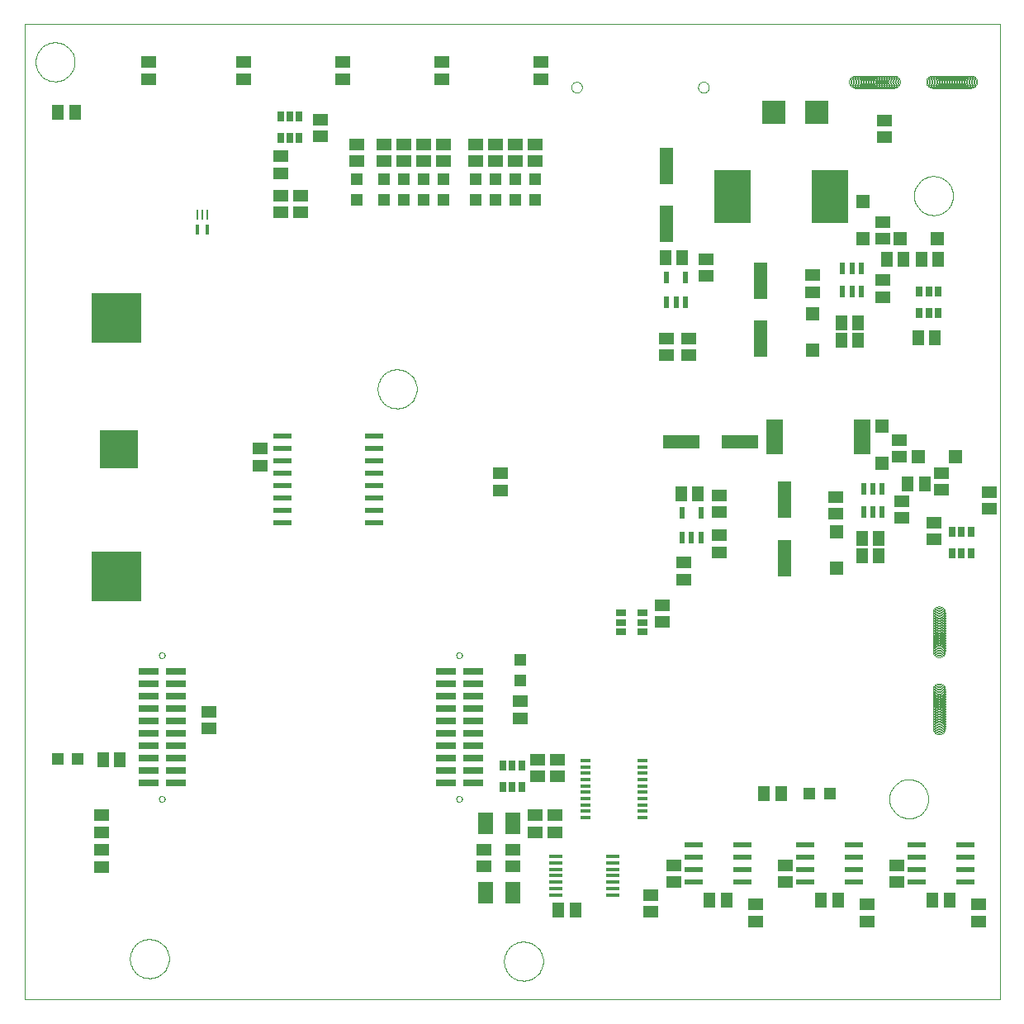
<source format=gtp>
G75*
%MOIN*%
%OFA0B0*%
%FSLAX24Y24*%
%IPPOS*%
%LPD*%
%AMOC8*
5,1,8,0,0,1.08239X$1,22.5*
%
%ADD10C,0.0000*%
%ADD11R,0.0591X0.0512*%
%ADD12R,0.0200X0.0480*%
%ADD13R,0.0551X0.0551*%
%ADD14R,0.0512X0.0591*%
%ADD15R,0.0709X0.1417*%
%ADD16R,0.0551X0.1496*%
%ADD17R,0.0394X0.0276*%
%ADD18R,0.0472X0.0472*%
%ADD19R,0.1516X0.2165*%
%ADD20R,0.0780X0.0210*%
%ADD21R,0.2000X0.2000*%
%ADD22R,0.1560X0.1560*%
%ADD23R,0.0276X0.0394*%
%ADD24R,0.0800X0.0300*%
%ADD25R,0.0780X0.0220*%
%ADD26R,0.0945X0.0945*%
%ADD27R,0.0630X0.0866*%
%ADD28R,0.0390X0.0120*%
%ADD29R,0.0100X0.0440*%
%ADD30R,0.0120X0.0440*%
%ADD31R,0.0220X0.0500*%
%ADD32R,0.1496X0.0551*%
%ADD33R,0.0580X0.0140*%
D10*
X000930Y002430D02*
X000930Y041800D01*
X040300Y041800D01*
X040300Y002430D01*
X000930Y002430D01*
X005193Y004080D02*
X005195Y004136D01*
X005201Y004191D01*
X005211Y004245D01*
X005224Y004299D01*
X005242Y004352D01*
X005263Y004403D01*
X005287Y004453D01*
X005315Y004501D01*
X005347Y004547D01*
X005381Y004591D01*
X005419Y004632D01*
X005459Y004670D01*
X005502Y004705D01*
X005547Y004737D01*
X005595Y004766D01*
X005644Y004792D01*
X005695Y004814D01*
X005747Y004832D01*
X005801Y004846D01*
X005856Y004857D01*
X005911Y004864D01*
X005966Y004867D01*
X006022Y004866D01*
X006077Y004861D01*
X006132Y004852D01*
X006186Y004840D01*
X006239Y004823D01*
X006291Y004803D01*
X006341Y004779D01*
X006389Y004752D01*
X006436Y004722D01*
X006480Y004688D01*
X006522Y004651D01*
X006560Y004611D01*
X006597Y004569D01*
X006630Y004524D01*
X006659Y004478D01*
X006686Y004429D01*
X006708Y004378D01*
X006728Y004326D01*
X006743Y004272D01*
X006755Y004218D01*
X006763Y004163D01*
X006767Y004108D01*
X006767Y004052D01*
X006763Y003997D01*
X006755Y003942D01*
X006743Y003888D01*
X006728Y003834D01*
X006708Y003782D01*
X006686Y003731D01*
X006659Y003682D01*
X006630Y003636D01*
X006597Y003591D01*
X006560Y003549D01*
X006522Y003509D01*
X006480Y003472D01*
X006436Y003438D01*
X006389Y003408D01*
X006341Y003381D01*
X006291Y003357D01*
X006239Y003337D01*
X006186Y003320D01*
X006132Y003308D01*
X006077Y003299D01*
X006022Y003294D01*
X005966Y003293D01*
X005911Y003296D01*
X005856Y003303D01*
X005801Y003314D01*
X005747Y003328D01*
X005695Y003346D01*
X005644Y003368D01*
X005595Y003394D01*
X005547Y003423D01*
X005502Y003455D01*
X005459Y003490D01*
X005419Y003528D01*
X005381Y003569D01*
X005347Y003613D01*
X005315Y003659D01*
X005287Y003707D01*
X005263Y003757D01*
X005242Y003808D01*
X005224Y003861D01*
X005211Y003915D01*
X005201Y003969D01*
X005195Y004024D01*
X005193Y004080D01*
X006362Y010530D02*
X006364Y010551D01*
X006370Y010571D01*
X006379Y010591D01*
X006391Y010608D01*
X006406Y010622D01*
X006424Y010634D01*
X006444Y010642D01*
X006464Y010647D01*
X006485Y010648D01*
X006506Y010645D01*
X006526Y010639D01*
X006545Y010628D01*
X006562Y010615D01*
X006575Y010599D01*
X006586Y010581D01*
X006594Y010561D01*
X006598Y010541D01*
X006598Y010519D01*
X006594Y010499D01*
X006586Y010479D01*
X006575Y010461D01*
X006562Y010445D01*
X006545Y010432D01*
X006526Y010421D01*
X006506Y010415D01*
X006485Y010412D01*
X006464Y010413D01*
X006444Y010418D01*
X006424Y010426D01*
X006406Y010438D01*
X006391Y010452D01*
X006379Y010469D01*
X006370Y010489D01*
X006364Y010509D01*
X006362Y010530D01*
X006362Y016330D02*
X006364Y016351D01*
X006370Y016371D01*
X006379Y016391D01*
X006391Y016408D01*
X006406Y016422D01*
X006424Y016434D01*
X006444Y016442D01*
X006464Y016447D01*
X006485Y016448D01*
X006506Y016445D01*
X006526Y016439D01*
X006545Y016428D01*
X006562Y016415D01*
X006575Y016399D01*
X006586Y016381D01*
X006594Y016361D01*
X006598Y016341D01*
X006598Y016319D01*
X006594Y016299D01*
X006586Y016279D01*
X006575Y016261D01*
X006562Y016245D01*
X006545Y016232D01*
X006526Y016221D01*
X006506Y016215D01*
X006485Y016212D01*
X006464Y016213D01*
X006444Y016218D01*
X006424Y016226D01*
X006406Y016238D01*
X006391Y016252D01*
X006379Y016269D01*
X006370Y016289D01*
X006364Y016309D01*
X006362Y016330D01*
X015193Y027080D02*
X015195Y027136D01*
X015201Y027191D01*
X015211Y027245D01*
X015224Y027299D01*
X015242Y027352D01*
X015263Y027403D01*
X015287Y027453D01*
X015315Y027501D01*
X015347Y027547D01*
X015381Y027591D01*
X015419Y027632D01*
X015459Y027670D01*
X015502Y027705D01*
X015547Y027737D01*
X015595Y027766D01*
X015644Y027792D01*
X015695Y027814D01*
X015747Y027832D01*
X015801Y027846D01*
X015856Y027857D01*
X015911Y027864D01*
X015966Y027867D01*
X016022Y027866D01*
X016077Y027861D01*
X016132Y027852D01*
X016186Y027840D01*
X016239Y027823D01*
X016291Y027803D01*
X016341Y027779D01*
X016389Y027752D01*
X016436Y027722D01*
X016480Y027688D01*
X016522Y027651D01*
X016560Y027611D01*
X016597Y027569D01*
X016630Y027524D01*
X016659Y027478D01*
X016686Y027429D01*
X016708Y027378D01*
X016728Y027326D01*
X016743Y027272D01*
X016755Y027218D01*
X016763Y027163D01*
X016767Y027108D01*
X016767Y027052D01*
X016763Y026997D01*
X016755Y026942D01*
X016743Y026888D01*
X016728Y026834D01*
X016708Y026782D01*
X016686Y026731D01*
X016659Y026682D01*
X016630Y026636D01*
X016597Y026591D01*
X016560Y026549D01*
X016522Y026509D01*
X016480Y026472D01*
X016436Y026438D01*
X016389Y026408D01*
X016341Y026381D01*
X016291Y026357D01*
X016239Y026337D01*
X016186Y026320D01*
X016132Y026308D01*
X016077Y026299D01*
X016022Y026294D01*
X015966Y026293D01*
X015911Y026296D01*
X015856Y026303D01*
X015801Y026314D01*
X015747Y026328D01*
X015695Y026346D01*
X015644Y026368D01*
X015595Y026394D01*
X015547Y026423D01*
X015502Y026455D01*
X015459Y026490D01*
X015419Y026528D01*
X015381Y026569D01*
X015347Y026613D01*
X015315Y026659D01*
X015287Y026707D01*
X015263Y026757D01*
X015242Y026808D01*
X015224Y026861D01*
X015211Y026915D01*
X015201Y026969D01*
X015195Y027024D01*
X015193Y027080D01*
X018362Y016330D02*
X018364Y016351D01*
X018370Y016371D01*
X018379Y016391D01*
X018391Y016408D01*
X018406Y016422D01*
X018424Y016434D01*
X018444Y016442D01*
X018464Y016447D01*
X018485Y016448D01*
X018506Y016445D01*
X018526Y016439D01*
X018545Y016428D01*
X018562Y016415D01*
X018575Y016399D01*
X018586Y016381D01*
X018594Y016361D01*
X018598Y016341D01*
X018598Y016319D01*
X018594Y016299D01*
X018586Y016279D01*
X018575Y016261D01*
X018562Y016245D01*
X018545Y016232D01*
X018526Y016221D01*
X018506Y016215D01*
X018485Y016212D01*
X018464Y016213D01*
X018444Y016218D01*
X018424Y016226D01*
X018406Y016238D01*
X018391Y016252D01*
X018379Y016269D01*
X018370Y016289D01*
X018364Y016309D01*
X018362Y016330D01*
X018362Y010530D02*
X018364Y010551D01*
X018370Y010571D01*
X018379Y010591D01*
X018391Y010608D01*
X018406Y010622D01*
X018424Y010634D01*
X018444Y010642D01*
X018464Y010647D01*
X018485Y010648D01*
X018506Y010645D01*
X018526Y010639D01*
X018545Y010628D01*
X018562Y010615D01*
X018575Y010599D01*
X018586Y010581D01*
X018594Y010561D01*
X018598Y010541D01*
X018598Y010519D01*
X018594Y010499D01*
X018586Y010479D01*
X018575Y010461D01*
X018562Y010445D01*
X018545Y010432D01*
X018526Y010421D01*
X018506Y010415D01*
X018485Y010412D01*
X018464Y010413D01*
X018444Y010418D01*
X018424Y010426D01*
X018406Y010438D01*
X018391Y010452D01*
X018379Y010469D01*
X018370Y010489D01*
X018364Y010509D01*
X018362Y010530D01*
X020293Y003980D02*
X020295Y004036D01*
X020301Y004091D01*
X020311Y004145D01*
X020324Y004199D01*
X020342Y004252D01*
X020363Y004303D01*
X020387Y004353D01*
X020415Y004401D01*
X020447Y004447D01*
X020481Y004491D01*
X020519Y004532D01*
X020559Y004570D01*
X020602Y004605D01*
X020647Y004637D01*
X020695Y004666D01*
X020744Y004692D01*
X020795Y004714D01*
X020847Y004732D01*
X020901Y004746D01*
X020956Y004757D01*
X021011Y004764D01*
X021066Y004767D01*
X021122Y004766D01*
X021177Y004761D01*
X021232Y004752D01*
X021286Y004740D01*
X021339Y004723D01*
X021391Y004703D01*
X021441Y004679D01*
X021489Y004652D01*
X021536Y004622D01*
X021580Y004588D01*
X021622Y004551D01*
X021660Y004511D01*
X021697Y004469D01*
X021730Y004424D01*
X021759Y004378D01*
X021786Y004329D01*
X021808Y004278D01*
X021828Y004226D01*
X021843Y004172D01*
X021855Y004118D01*
X021863Y004063D01*
X021867Y004008D01*
X021867Y003952D01*
X021863Y003897D01*
X021855Y003842D01*
X021843Y003788D01*
X021828Y003734D01*
X021808Y003682D01*
X021786Y003631D01*
X021759Y003582D01*
X021730Y003536D01*
X021697Y003491D01*
X021660Y003449D01*
X021622Y003409D01*
X021580Y003372D01*
X021536Y003338D01*
X021489Y003308D01*
X021441Y003281D01*
X021391Y003257D01*
X021339Y003237D01*
X021286Y003220D01*
X021232Y003208D01*
X021177Y003199D01*
X021122Y003194D01*
X021066Y003193D01*
X021011Y003196D01*
X020956Y003203D01*
X020901Y003214D01*
X020847Y003228D01*
X020795Y003246D01*
X020744Y003268D01*
X020695Y003294D01*
X020647Y003323D01*
X020602Y003355D01*
X020559Y003390D01*
X020519Y003428D01*
X020481Y003469D01*
X020447Y003513D01*
X020415Y003559D01*
X020387Y003607D01*
X020363Y003657D01*
X020342Y003708D01*
X020324Y003761D01*
X020311Y003815D01*
X020301Y003869D01*
X020295Y003924D01*
X020293Y003980D01*
X035843Y010530D02*
X035845Y010586D01*
X035851Y010641D01*
X035861Y010695D01*
X035874Y010749D01*
X035892Y010802D01*
X035913Y010853D01*
X035937Y010903D01*
X035965Y010951D01*
X035997Y010997D01*
X036031Y011041D01*
X036069Y011082D01*
X036109Y011120D01*
X036152Y011155D01*
X036197Y011187D01*
X036245Y011216D01*
X036294Y011242D01*
X036345Y011264D01*
X036397Y011282D01*
X036451Y011296D01*
X036506Y011307D01*
X036561Y011314D01*
X036616Y011317D01*
X036672Y011316D01*
X036727Y011311D01*
X036782Y011302D01*
X036836Y011290D01*
X036889Y011273D01*
X036941Y011253D01*
X036991Y011229D01*
X037039Y011202D01*
X037086Y011172D01*
X037130Y011138D01*
X037172Y011101D01*
X037210Y011061D01*
X037247Y011019D01*
X037280Y010974D01*
X037309Y010928D01*
X037336Y010879D01*
X037358Y010828D01*
X037378Y010776D01*
X037393Y010722D01*
X037405Y010668D01*
X037413Y010613D01*
X037417Y010558D01*
X037417Y010502D01*
X037413Y010447D01*
X037405Y010392D01*
X037393Y010338D01*
X037378Y010284D01*
X037358Y010232D01*
X037336Y010181D01*
X037309Y010132D01*
X037280Y010086D01*
X037247Y010041D01*
X037210Y009999D01*
X037172Y009959D01*
X037130Y009922D01*
X037086Y009888D01*
X037039Y009858D01*
X036991Y009831D01*
X036941Y009807D01*
X036889Y009787D01*
X036836Y009770D01*
X036782Y009758D01*
X036727Y009749D01*
X036672Y009744D01*
X036616Y009743D01*
X036561Y009746D01*
X036506Y009753D01*
X036451Y009764D01*
X036397Y009778D01*
X036345Y009796D01*
X036294Y009818D01*
X036245Y009844D01*
X036197Y009873D01*
X036152Y009905D01*
X036109Y009940D01*
X036069Y009978D01*
X036031Y010019D01*
X035997Y010063D01*
X035965Y010109D01*
X035937Y010157D01*
X035913Y010207D01*
X035892Y010258D01*
X035874Y010311D01*
X035861Y010365D01*
X035851Y010419D01*
X035845Y010474D01*
X035843Y010530D01*
X037597Y013385D02*
X037599Y013416D01*
X037605Y013447D01*
X037615Y013477D01*
X037628Y013505D01*
X037645Y013532D01*
X037665Y013556D01*
X037688Y013578D01*
X037713Y013596D01*
X037741Y013611D01*
X037770Y013623D01*
X037800Y013631D01*
X037831Y013635D01*
X037863Y013635D01*
X037894Y013631D01*
X037924Y013623D01*
X037953Y013611D01*
X037981Y013596D01*
X038006Y013578D01*
X038029Y013556D01*
X038049Y013532D01*
X038066Y013505D01*
X038079Y013477D01*
X038089Y013447D01*
X038095Y013416D01*
X038097Y013385D01*
X038095Y013354D01*
X038089Y013323D01*
X038079Y013293D01*
X038066Y013265D01*
X038049Y013238D01*
X038029Y013214D01*
X038006Y013192D01*
X037981Y013174D01*
X037953Y013159D01*
X037924Y013147D01*
X037894Y013139D01*
X037863Y013135D01*
X037831Y013135D01*
X037800Y013139D01*
X037770Y013147D01*
X037741Y013159D01*
X037713Y013174D01*
X037688Y013192D01*
X037665Y013214D01*
X037645Y013238D01*
X037628Y013265D01*
X037615Y013293D01*
X037605Y013323D01*
X037599Y013354D01*
X037597Y013385D01*
X037597Y013435D02*
X037599Y013466D01*
X037605Y013497D01*
X037615Y013527D01*
X037628Y013555D01*
X037645Y013582D01*
X037665Y013606D01*
X037688Y013628D01*
X037713Y013646D01*
X037741Y013661D01*
X037770Y013673D01*
X037800Y013681D01*
X037831Y013685D01*
X037863Y013685D01*
X037894Y013681D01*
X037924Y013673D01*
X037953Y013661D01*
X037981Y013646D01*
X038006Y013628D01*
X038029Y013606D01*
X038049Y013582D01*
X038066Y013555D01*
X038079Y013527D01*
X038089Y013497D01*
X038095Y013466D01*
X038097Y013435D01*
X038095Y013404D01*
X038089Y013373D01*
X038079Y013343D01*
X038066Y013315D01*
X038049Y013288D01*
X038029Y013264D01*
X038006Y013242D01*
X037981Y013224D01*
X037953Y013209D01*
X037924Y013197D01*
X037894Y013189D01*
X037863Y013185D01*
X037831Y013185D01*
X037800Y013189D01*
X037770Y013197D01*
X037741Y013209D01*
X037713Y013224D01*
X037688Y013242D01*
X037665Y013264D01*
X037645Y013288D01*
X037628Y013315D01*
X037615Y013343D01*
X037605Y013373D01*
X037599Y013404D01*
X037597Y013435D01*
X037597Y013485D02*
X037599Y013516D01*
X037605Y013547D01*
X037615Y013577D01*
X037628Y013605D01*
X037645Y013632D01*
X037665Y013656D01*
X037688Y013678D01*
X037713Y013696D01*
X037741Y013711D01*
X037770Y013723D01*
X037800Y013731D01*
X037831Y013735D01*
X037863Y013735D01*
X037894Y013731D01*
X037924Y013723D01*
X037953Y013711D01*
X037981Y013696D01*
X038006Y013678D01*
X038029Y013656D01*
X038049Y013632D01*
X038066Y013605D01*
X038079Y013577D01*
X038089Y013547D01*
X038095Y013516D01*
X038097Y013485D01*
X038095Y013454D01*
X038089Y013423D01*
X038079Y013393D01*
X038066Y013365D01*
X038049Y013338D01*
X038029Y013314D01*
X038006Y013292D01*
X037981Y013274D01*
X037953Y013259D01*
X037924Y013247D01*
X037894Y013239D01*
X037863Y013235D01*
X037831Y013235D01*
X037800Y013239D01*
X037770Y013247D01*
X037741Y013259D01*
X037713Y013274D01*
X037688Y013292D01*
X037665Y013314D01*
X037645Y013338D01*
X037628Y013365D01*
X037615Y013393D01*
X037605Y013423D01*
X037599Y013454D01*
X037597Y013485D01*
X037597Y013535D02*
X037599Y013566D01*
X037605Y013597D01*
X037615Y013627D01*
X037628Y013655D01*
X037645Y013682D01*
X037665Y013706D01*
X037688Y013728D01*
X037713Y013746D01*
X037741Y013761D01*
X037770Y013773D01*
X037800Y013781D01*
X037831Y013785D01*
X037863Y013785D01*
X037894Y013781D01*
X037924Y013773D01*
X037953Y013761D01*
X037981Y013746D01*
X038006Y013728D01*
X038029Y013706D01*
X038049Y013682D01*
X038066Y013655D01*
X038079Y013627D01*
X038089Y013597D01*
X038095Y013566D01*
X038097Y013535D01*
X038095Y013504D01*
X038089Y013473D01*
X038079Y013443D01*
X038066Y013415D01*
X038049Y013388D01*
X038029Y013364D01*
X038006Y013342D01*
X037981Y013324D01*
X037953Y013309D01*
X037924Y013297D01*
X037894Y013289D01*
X037863Y013285D01*
X037831Y013285D01*
X037800Y013289D01*
X037770Y013297D01*
X037741Y013309D01*
X037713Y013324D01*
X037688Y013342D01*
X037665Y013364D01*
X037645Y013388D01*
X037628Y013415D01*
X037615Y013443D01*
X037605Y013473D01*
X037599Y013504D01*
X037597Y013535D01*
X037597Y013585D02*
X037599Y013616D01*
X037605Y013647D01*
X037615Y013677D01*
X037628Y013705D01*
X037645Y013732D01*
X037665Y013756D01*
X037688Y013778D01*
X037713Y013796D01*
X037741Y013811D01*
X037770Y013823D01*
X037800Y013831D01*
X037831Y013835D01*
X037863Y013835D01*
X037894Y013831D01*
X037924Y013823D01*
X037953Y013811D01*
X037981Y013796D01*
X038006Y013778D01*
X038029Y013756D01*
X038049Y013732D01*
X038066Y013705D01*
X038079Y013677D01*
X038089Y013647D01*
X038095Y013616D01*
X038097Y013585D01*
X038095Y013554D01*
X038089Y013523D01*
X038079Y013493D01*
X038066Y013465D01*
X038049Y013438D01*
X038029Y013414D01*
X038006Y013392D01*
X037981Y013374D01*
X037953Y013359D01*
X037924Y013347D01*
X037894Y013339D01*
X037863Y013335D01*
X037831Y013335D01*
X037800Y013339D01*
X037770Y013347D01*
X037741Y013359D01*
X037713Y013374D01*
X037688Y013392D01*
X037665Y013414D01*
X037645Y013438D01*
X037628Y013465D01*
X037615Y013493D01*
X037605Y013523D01*
X037599Y013554D01*
X037597Y013585D01*
X037597Y013635D02*
X037599Y013666D01*
X037605Y013697D01*
X037615Y013727D01*
X037628Y013755D01*
X037645Y013782D01*
X037665Y013806D01*
X037688Y013828D01*
X037713Y013846D01*
X037741Y013861D01*
X037770Y013873D01*
X037800Y013881D01*
X037831Y013885D01*
X037863Y013885D01*
X037894Y013881D01*
X037924Y013873D01*
X037953Y013861D01*
X037981Y013846D01*
X038006Y013828D01*
X038029Y013806D01*
X038049Y013782D01*
X038066Y013755D01*
X038079Y013727D01*
X038089Y013697D01*
X038095Y013666D01*
X038097Y013635D01*
X038095Y013604D01*
X038089Y013573D01*
X038079Y013543D01*
X038066Y013515D01*
X038049Y013488D01*
X038029Y013464D01*
X038006Y013442D01*
X037981Y013424D01*
X037953Y013409D01*
X037924Y013397D01*
X037894Y013389D01*
X037863Y013385D01*
X037831Y013385D01*
X037800Y013389D01*
X037770Y013397D01*
X037741Y013409D01*
X037713Y013424D01*
X037688Y013442D01*
X037665Y013464D01*
X037645Y013488D01*
X037628Y013515D01*
X037615Y013543D01*
X037605Y013573D01*
X037599Y013604D01*
X037597Y013635D01*
X037597Y013685D02*
X037599Y013716D01*
X037605Y013747D01*
X037615Y013777D01*
X037628Y013805D01*
X037645Y013832D01*
X037665Y013856D01*
X037688Y013878D01*
X037713Y013896D01*
X037741Y013911D01*
X037770Y013923D01*
X037800Y013931D01*
X037831Y013935D01*
X037863Y013935D01*
X037894Y013931D01*
X037924Y013923D01*
X037953Y013911D01*
X037981Y013896D01*
X038006Y013878D01*
X038029Y013856D01*
X038049Y013832D01*
X038066Y013805D01*
X038079Y013777D01*
X038089Y013747D01*
X038095Y013716D01*
X038097Y013685D01*
X038095Y013654D01*
X038089Y013623D01*
X038079Y013593D01*
X038066Y013565D01*
X038049Y013538D01*
X038029Y013514D01*
X038006Y013492D01*
X037981Y013474D01*
X037953Y013459D01*
X037924Y013447D01*
X037894Y013439D01*
X037863Y013435D01*
X037831Y013435D01*
X037800Y013439D01*
X037770Y013447D01*
X037741Y013459D01*
X037713Y013474D01*
X037688Y013492D01*
X037665Y013514D01*
X037645Y013538D01*
X037628Y013565D01*
X037615Y013593D01*
X037605Y013623D01*
X037599Y013654D01*
X037597Y013685D01*
X037597Y013735D02*
X037599Y013766D01*
X037605Y013797D01*
X037615Y013827D01*
X037628Y013855D01*
X037645Y013882D01*
X037665Y013906D01*
X037688Y013928D01*
X037713Y013946D01*
X037741Y013961D01*
X037770Y013973D01*
X037800Y013981D01*
X037831Y013985D01*
X037863Y013985D01*
X037894Y013981D01*
X037924Y013973D01*
X037953Y013961D01*
X037981Y013946D01*
X038006Y013928D01*
X038029Y013906D01*
X038049Y013882D01*
X038066Y013855D01*
X038079Y013827D01*
X038089Y013797D01*
X038095Y013766D01*
X038097Y013735D01*
X038095Y013704D01*
X038089Y013673D01*
X038079Y013643D01*
X038066Y013615D01*
X038049Y013588D01*
X038029Y013564D01*
X038006Y013542D01*
X037981Y013524D01*
X037953Y013509D01*
X037924Y013497D01*
X037894Y013489D01*
X037863Y013485D01*
X037831Y013485D01*
X037800Y013489D01*
X037770Y013497D01*
X037741Y013509D01*
X037713Y013524D01*
X037688Y013542D01*
X037665Y013564D01*
X037645Y013588D01*
X037628Y013615D01*
X037615Y013643D01*
X037605Y013673D01*
X037599Y013704D01*
X037597Y013735D01*
X037597Y013785D02*
X037599Y013816D01*
X037605Y013847D01*
X037615Y013877D01*
X037628Y013905D01*
X037645Y013932D01*
X037665Y013956D01*
X037688Y013978D01*
X037713Y013996D01*
X037741Y014011D01*
X037770Y014023D01*
X037800Y014031D01*
X037831Y014035D01*
X037863Y014035D01*
X037894Y014031D01*
X037924Y014023D01*
X037953Y014011D01*
X037981Y013996D01*
X038006Y013978D01*
X038029Y013956D01*
X038049Y013932D01*
X038066Y013905D01*
X038079Y013877D01*
X038089Y013847D01*
X038095Y013816D01*
X038097Y013785D01*
X038095Y013754D01*
X038089Y013723D01*
X038079Y013693D01*
X038066Y013665D01*
X038049Y013638D01*
X038029Y013614D01*
X038006Y013592D01*
X037981Y013574D01*
X037953Y013559D01*
X037924Y013547D01*
X037894Y013539D01*
X037863Y013535D01*
X037831Y013535D01*
X037800Y013539D01*
X037770Y013547D01*
X037741Y013559D01*
X037713Y013574D01*
X037688Y013592D01*
X037665Y013614D01*
X037645Y013638D01*
X037628Y013665D01*
X037615Y013693D01*
X037605Y013723D01*
X037599Y013754D01*
X037597Y013785D01*
X037597Y013835D02*
X037599Y013866D01*
X037605Y013897D01*
X037615Y013927D01*
X037628Y013955D01*
X037645Y013982D01*
X037665Y014006D01*
X037688Y014028D01*
X037713Y014046D01*
X037741Y014061D01*
X037770Y014073D01*
X037800Y014081D01*
X037831Y014085D01*
X037863Y014085D01*
X037894Y014081D01*
X037924Y014073D01*
X037953Y014061D01*
X037981Y014046D01*
X038006Y014028D01*
X038029Y014006D01*
X038049Y013982D01*
X038066Y013955D01*
X038079Y013927D01*
X038089Y013897D01*
X038095Y013866D01*
X038097Y013835D01*
X038095Y013804D01*
X038089Y013773D01*
X038079Y013743D01*
X038066Y013715D01*
X038049Y013688D01*
X038029Y013664D01*
X038006Y013642D01*
X037981Y013624D01*
X037953Y013609D01*
X037924Y013597D01*
X037894Y013589D01*
X037863Y013585D01*
X037831Y013585D01*
X037800Y013589D01*
X037770Y013597D01*
X037741Y013609D01*
X037713Y013624D01*
X037688Y013642D01*
X037665Y013664D01*
X037645Y013688D01*
X037628Y013715D01*
X037615Y013743D01*
X037605Y013773D01*
X037599Y013804D01*
X037597Y013835D01*
X037597Y013885D02*
X037599Y013916D01*
X037605Y013947D01*
X037615Y013977D01*
X037628Y014005D01*
X037645Y014032D01*
X037665Y014056D01*
X037688Y014078D01*
X037713Y014096D01*
X037741Y014111D01*
X037770Y014123D01*
X037800Y014131D01*
X037831Y014135D01*
X037863Y014135D01*
X037894Y014131D01*
X037924Y014123D01*
X037953Y014111D01*
X037981Y014096D01*
X038006Y014078D01*
X038029Y014056D01*
X038049Y014032D01*
X038066Y014005D01*
X038079Y013977D01*
X038089Y013947D01*
X038095Y013916D01*
X038097Y013885D01*
X038095Y013854D01*
X038089Y013823D01*
X038079Y013793D01*
X038066Y013765D01*
X038049Y013738D01*
X038029Y013714D01*
X038006Y013692D01*
X037981Y013674D01*
X037953Y013659D01*
X037924Y013647D01*
X037894Y013639D01*
X037863Y013635D01*
X037831Y013635D01*
X037800Y013639D01*
X037770Y013647D01*
X037741Y013659D01*
X037713Y013674D01*
X037688Y013692D01*
X037665Y013714D01*
X037645Y013738D01*
X037628Y013765D01*
X037615Y013793D01*
X037605Y013823D01*
X037599Y013854D01*
X037597Y013885D01*
X037597Y013935D02*
X037599Y013966D01*
X037605Y013997D01*
X037615Y014027D01*
X037628Y014055D01*
X037645Y014082D01*
X037665Y014106D01*
X037688Y014128D01*
X037713Y014146D01*
X037741Y014161D01*
X037770Y014173D01*
X037800Y014181D01*
X037831Y014185D01*
X037863Y014185D01*
X037894Y014181D01*
X037924Y014173D01*
X037953Y014161D01*
X037981Y014146D01*
X038006Y014128D01*
X038029Y014106D01*
X038049Y014082D01*
X038066Y014055D01*
X038079Y014027D01*
X038089Y013997D01*
X038095Y013966D01*
X038097Y013935D01*
X038095Y013904D01*
X038089Y013873D01*
X038079Y013843D01*
X038066Y013815D01*
X038049Y013788D01*
X038029Y013764D01*
X038006Y013742D01*
X037981Y013724D01*
X037953Y013709D01*
X037924Y013697D01*
X037894Y013689D01*
X037863Y013685D01*
X037831Y013685D01*
X037800Y013689D01*
X037770Y013697D01*
X037741Y013709D01*
X037713Y013724D01*
X037688Y013742D01*
X037665Y013764D01*
X037645Y013788D01*
X037628Y013815D01*
X037615Y013843D01*
X037605Y013873D01*
X037599Y013904D01*
X037597Y013935D01*
X037597Y013985D02*
X037599Y014016D01*
X037605Y014047D01*
X037615Y014077D01*
X037628Y014105D01*
X037645Y014132D01*
X037665Y014156D01*
X037688Y014178D01*
X037713Y014196D01*
X037741Y014211D01*
X037770Y014223D01*
X037800Y014231D01*
X037831Y014235D01*
X037863Y014235D01*
X037894Y014231D01*
X037924Y014223D01*
X037953Y014211D01*
X037981Y014196D01*
X038006Y014178D01*
X038029Y014156D01*
X038049Y014132D01*
X038066Y014105D01*
X038079Y014077D01*
X038089Y014047D01*
X038095Y014016D01*
X038097Y013985D01*
X038095Y013954D01*
X038089Y013923D01*
X038079Y013893D01*
X038066Y013865D01*
X038049Y013838D01*
X038029Y013814D01*
X038006Y013792D01*
X037981Y013774D01*
X037953Y013759D01*
X037924Y013747D01*
X037894Y013739D01*
X037863Y013735D01*
X037831Y013735D01*
X037800Y013739D01*
X037770Y013747D01*
X037741Y013759D01*
X037713Y013774D01*
X037688Y013792D01*
X037665Y013814D01*
X037645Y013838D01*
X037628Y013865D01*
X037615Y013893D01*
X037605Y013923D01*
X037599Y013954D01*
X037597Y013985D01*
X037597Y014035D02*
X037599Y014066D01*
X037605Y014097D01*
X037615Y014127D01*
X037628Y014155D01*
X037645Y014182D01*
X037665Y014206D01*
X037688Y014228D01*
X037713Y014246D01*
X037741Y014261D01*
X037770Y014273D01*
X037800Y014281D01*
X037831Y014285D01*
X037863Y014285D01*
X037894Y014281D01*
X037924Y014273D01*
X037953Y014261D01*
X037981Y014246D01*
X038006Y014228D01*
X038029Y014206D01*
X038049Y014182D01*
X038066Y014155D01*
X038079Y014127D01*
X038089Y014097D01*
X038095Y014066D01*
X038097Y014035D01*
X038095Y014004D01*
X038089Y013973D01*
X038079Y013943D01*
X038066Y013915D01*
X038049Y013888D01*
X038029Y013864D01*
X038006Y013842D01*
X037981Y013824D01*
X037953Y013809D01*
X037924Y013797D01*
X037894Y013789D01*
X037863Y013785D01*
X037831Y013785D01*
X037800Y013789D01*
X037770Y013797D01*
X037741Y013809D01*
X037713Y013824D01*
X037688Y013842D01*
X037665Y013864D01*
X037645Y013888D01*
X037628Y013915D01*
X037615Y013943D01*
X037605Y013973D01*
X037599Y014004D01*
X037597Y014035D01*
X037597Y014085D02*
X037599Y014116D01*
X037605Y014147D01*
X037615Y014177D01*
X037628Y014205D01*
X037645Y014232D01*
X037665Y014256D01*
X037688Y014278D01*
X037713Y014296D01*
X037741Y014311D01*
X037770Y014323D01*
X037800Y014331D01*
X037831Y014335D01*
X037863Y014335D01*
X037894Y014331D01*
X037924Y014323D01*
X037953Y014311D01*
X037981Y014296D01*
X038006Y014278D01*
X038029Y014256D01*
X038049Y014232D01*
X038066Y014205D01*
X038079Y014177D01*
X038089Y014147D01*
X038095Y014116D01*
X038097Y014085D01*
X038095Y014054D01*
X038089Y014023D01*
X038079Y013993D01*
X038066Y013965D01*
X038049Y013938D01*
X038029Y013914D01*
X038006Y013892D01*
X037981Y013874D01*
X037953Y013859D01*
X037924Y013847D01*
X037894Y013839D01*
X037863Y013835D01*
X037831Y013835D01*
X037800Y013839D01*
X037770Y013847D01*
X037741Y013859D01*
X037713Y013874D01*
X037688Y013892D01*
X037665Y013914D01*
X037645Y013938D01*
X037628Y013965D01*
X037615Y013993D01*
X037605Y014023D01*
X037599Y014054D01*
X037597Y014085D01*
X037597Y014135D02*
X037599Y014166D01*
X037605Y014197D01*
X037615Y014227D01*
X037628Y014255D01*
X037645Y014282D01*
X037665Y014306D01*
X037688Y014328D01*
X037713Y014346D01*
X037741Y014361D01*
X037770Y014373D01*
X037800Y014381D01*
X037831Y014385D01*
X037863Y014385D01*
X037894Y014381D01*
X037924Y014373D01*
X037953Y014361D01*
X037981Y014346D01*
X038006Y014328D01*
X038029Y014306D01*
X038049Y014282D01*
X038066Y014255D01*
X038079Y014227D01*
X038089Y014197D01*
X038095Y014166D01*
X038097Y014135D01*
X038095Y014104D01*
X038089Y014073D01*
X038079Y014043D01*
X038066Y014015D01*
X038049Y013988D01*
X038029Y013964D01*
X038006Y013942D01*
X037981Y013924D01*
X037953Y013909D01*
X037924Y013897D01*
X037894Y013889D01*
X037863Y013885D01*
X037831Y013885D01*
X037800Y013889D01*
X037770Y013897D01*
X037741Y013909D01*
X037713Y013924D01*
X037688Y013942D01*
X037665Y013964D01*
X037645Y013988D01*
X037628Y014015D01*
X037615Y014043D01*
X037605Y014073D01*
X037599Y014104D01*
X037597Y014135D01*
X037599Y014166D01*
X037605Y014197D01*
X037615Y014227D01*
X037628Y014255D01*
X037645Y014282D01*
X037665Y014306D01*
X037688Y014328D01*
X037713Y014346D01*
X037741Y014361D01*
X037770Y014373D01*
X037800Y014381D01*
X037831Y014385D01*
X037863Y014385D01*
X037894Y014381D01*
X037924Y014373D01*
X037953Y014361D01*
X037981Y014346D01*
X038006Y014328D01*
X038029Y014306D01*
X038049Y014282D01*
X038066Y014255D01*
X038079Y014227D01*
X038089Y014197D01*
X038095Y014166D01*
X038097Y014135D01*
X038095Y014104D01*
X038089Y014073D01*
X038079Y014043D01*
X038066Y014015D01*
X038049Y013988D01*
X038029Y013964D01*
X038006Y013942D01*
X037981Y013924D01*
X037953Y013909D01*
X037924Y013897D01*
X037894Y013889D01*
X037863Y013885D01*
X037831Y013885D01*
X037800Y013889D01*
X037770Y013897D01*
X037741Y013909D01*
X037713Y013924D01*
X037688Y013942D01*
X037665Y013964D01*
X037645Y013988D01*
X037628Y014015D01*
X037615Y014043D01*
X037605Y014073D01*
X037599Y014104D01*
X037597Y014135D01*
X037597Y014185D02*
X037599Y014216D01*
X037605Y014247D01*
X037615Y014277D01*
X037628Y014305D01*
X037645Y014332D01*
X037665Y014356D01*
X037688Y014378D01*
X037713Y014396D01*
X037741Y014411D01*
X037770Y014423D01*
X037800Y014431D01*
X037831Y014435D01*
X037863Y014435D01*
X037894Y014431D01*
X037924Y014423D01*
X037953Y014411D01*
X037981Y014396D01*
X038006Y014378D01*
X038029Y014356D01*
X038049Y014332D01*
X038066Y014305D01*
X038079Y014277D01*
X038089Y014247D01*
X038095Y014216D01*
X038097Y014185D01*
X038095Y014154D01*
X038089Y014123D01*
X038079Y014093D01*
X038066Y014065D01*
X038049Y014038D01*
X038029Y014014D01*
X038006Y013992D01*
X037981Y013974D01*
X037953Y013959D01*
X037924Y013947D01*
X037894Y013939D01*
X037863Y013935D01*
X037831Y013935D01*
X037800Y013939D01*
X037770Y013947D01*
X037741Y013959D01*
X037713Y013974D01*
X037688Y013992D01*
X037665Y014014D01*
X037645Y014038D01*
X037628Y014065D01*
X037615Y014093D01*
X037605Y014123D01*
X037599Y014154D01*
X037597Y014185D01*
X037597Y014235D02*
X037599Y014266D01*
X037605Y014297D01*
X037615Y014327D01*
X037628Y014355D01*
X037645Y014382D01*
X037665Y014406D01*
X037688Y014428D01*
X037713Y014446D01*
X037741Y014461D01*
X037770Y014473D01*
X037800Y014481D01*
X037831Y014485D01*
X037863Y014485D01*
X037894Y014481D01*
X037924Y014473D01*
X037953Y014461D01*
X037981Y014446D01*
X038006Y014428D01*
X038029Y014406D01*
X038049Y014382D01*
X038066Y014355D01*
X038079Y014327D01*
X038089Y014297D01*
X038095Y014266D01*
X038097Y014235D01*
X038095Y014204D01*
X038089Y014173D01*
X038079Y014143D01*
X038066Y014115D01*
X038049Y014088D01*
X038029Y014064D01*
X038006Y014042D01*
X037981Y014024D01*
X037953Y014009D01*
X037924Y013997D01*
X037894Y013989D01*
X037863Y013985D01*
X037831Y013985D01*
X037800Y013989D01*
X037770Y013997D01*
X037741Y014009D01*
X037713Y014024D01*
X037688Y014042D01*
X037665Y014064D01*
X037645Y014088D01*
X037628Y014115D01*
X037615Y014143D01*
X037605Y014173D01*
X037599Y014204D01*
X037597Y014235D01*
X037599Y014266D01*
X037605Y014297D01*
X037615Y014327D01*
X037628Y014355D01*
X037645Y014382D01*
X037665Y014406D01*
X037688Y014428D01*
X037713Y014446D01*
X037741Y014461D01*
X037770Y014473D01*
X037800Y014481D01*
X037831Y014485D01*
X037863Y014485D01*
X037894Y014481D01*
X037924Y014473D01*
X037953Y014461D01*
X037981Y014446D01*
X038006Y014428D01*
X038029Y014406D01*
X038049Y014382D01*
X038066Y014355D01*
X038079Y014327D01*
X038089Y014297D01*
X038095Y014266D01*
X038097Y014235D01*
X038095Y014204D01*
X038089Y014173D01*
X038079Y014143D01*
X038066Y014115D01*
X038049Y014088D01*
X038029Y014064D01*
X038006Y014042D01*
X037981Y014024D01*
X037953Y014009D01*
X037924Y013997D01*
X037894Y013989D01*
X037863Y013985D01*
X037831Y013985D01*
X037800Y013989D01*
X037770Y013997D01*
X037741Y014009D01*
X037713Y014024D01*
X037688Y014042D01*
X037665Y014064D01*
X037645Y014088D01*
X037628Y014115D01*
X037615Y014143D01*
X037605Y014173D01*
X037599Y014204D01*
X037597Y014235D01*
X037597Y014285D02*
X037599Y014316D01*
X037605Y014347D01*
X037615Y014377D01*
X037628Y014405D01*
X037645Y014432D01*
X037665Y014456D01*
X037688Y014478D01*
X037713Y014496D01*
X037741Y014511D01*
X037770Y014523D01*
X037800Y014531D01*
X037831Y014535D01*
X037863Y014535D01*
X037894Y014531D01*
X037924Y014523D01*
X037953Y014511D01*
X037981Y014496D01*
X038006Y014478D01*
X038029Y014456D01*
X038049Y014432D01*
X038066Y014405D01*
X038079Y014377D01*
X038089Y014347D01*
X038095Y014316D01*
X038097Y014285D01*
X038095Y014254D01*
X038089Y014223D01*
X038079Y014193D01*
X038066Y014165D01*
X038049Y014138D01*
X038029Y014114D01*
X038006Y014092D01*
X037981Y014074D01*
X037953Y014059D01*
X037924Y014047D01*
X037894Y014039D01*
X037863Y014035D01*
X037831Y014035D01*
X037800Y014039D01*
X037770Y014047D01*
X037741Y014059D01*
X037713Y014074D01*
X037688Y014092D01*
X037665Y014114D01*
X037645Y014138D01*
X037628Y014165D01*
X037615Y014193D01*
X037605Y014223D01*
X037599Y014254D01*
X037597Y014285D01*
X037599Y014316D01*
X037605Y014347D01*
X037615Y014377D01*
X037628Y014405D01*
X037645Y014432D01*
X037665Y014456D01*
X037688Y014478D01*
X037713Y014496D01*
X037741Y014511D01*
X037770Y014523D01*
X037800Y014531D01*
X037831Y014535D01*
X037863Y014535D01*
X037894Y014531D01*
X037924Y014523D01*
X037953Y014511D01*
X037981Y014496D01*
X038006Y014478D01*
X038029Y014456D01*
X038049Y014432D01*
X038066Y014405D01*
X038079Y014377D01*
X038089Y014347D01*
X038095Y014316D01*
X038097Y014285D01*
X038095Y014254D01*
X038089Y014223D01*
X038079Y014193D01*
X038066Y014165D01*
X038049Y014138D01*
X038029Y014114D01*
X038006Y014092D01*
X037981Y014074D01*
X037953Y014059D01*
X037924Y014047D01*
X037894Y014039D01*
X037863Y014035D01*
X037831Y014035D01*
X037800Y014039D01*
X037770Y014047D01*
X037741Y014059D01*
X037713Y014074D01*
X037688Y014092D01*
X037665Y014114D01*
X037645Y014138D01*
X037628Y014165D01*
X037615Y014193D01*
X037605Y014223D01*
X037599Y014254D01*
X037597Y014285D01*
X037599Y014316D01*
X037605Y014347D01*
X037615Y014377D01*
X037628Y014405D01*
X037645Y014432D01*
X037665Y014456D01*
X037688Y014478D01*
X037713Y014496D01*
X037741Y014511D01*
X037770Y014523D01*
X037800Y014531D01*
X037831Y014535D01*
X037863Y014535D01*
X037894Y014531D01*
X037924Y014523D01*
X037953Y014511D01*
X037981Y014496D01*
X038006Y014478D01*
X038029Y014456D01*
X038049Y014432D01*
X038066Y014405D01*
X038079Y014377D01*
X038089Y014347D01*
X038095Y014316D01*
X038097Y014285D01*
X038095Y014254D01*
X038089Y014223D01*
X038079Y014193D01*
X038066Y014165D01*
X038049Y014138D01*
X038029Y014114D01*
X038006Y014092D01*
X037981Y014074D01*
X037953Y014059D01*
X037924Y014047D01*
X037894Y014039D01*
X037863Y014035D01*
X037831Y014035D01*
X037800Y014039D01*
X037770Y014047D01*
X037741Y014059D01*
X037713Y014074D01*
X037688Y014092D01*
X037665Y014114D01*
X037645Y014138D01*
X037628Y014165D01*
X037615Y014193D01*
X037605Y014223D01*
X037599Y014254D01*
X037597Y014285D01*
X037597Y014335D02*
X037599Y014366D01*
X037605Y014397D01*
X037615Y014427D01*
X037628Y014455D01*
X037645Y014482D01*
X037665Y014506D01*
X037688Y014528D01*
X037713Y014546D01*
X037741Y014561D01*
X037770Y014573D01*
X037800Y014581D01*
X037831Y014585D01*
X037863Y014585D01*
X037894Y014581D01*
X037924Y014573D01*
X037953Y014561D01*
X037981Y014546D01*
X038006Y014528D01*
X038029Y014506D01*
X038049Y014482D01*
X038066Y014455D01*
X038079Y014427D01*
X038089Y014397D01*
X038095Y014366D01*
X038097Y014335D01*
X038095Y014304D01*
X038089Y014273D01*
X038079Y014243D01*
X038066Y014215D01*
X038049Y014188D01*
X038029Y014164D01*
X038006Y014142D01*
X037981Y014124D01*
X037953Y014109D01*
X037924Y014097D01*
X037894Y014089D01*
X037863Y014085D01*
X037831Y014085D01*
X037800Y014089D01*
X037770Y014097D01*
X037741Y014109D01*
X037713Y014124D01*
X037688Y014142D01*
X037665Y014164D01*
X037645Y014188D01*
X037628Y014215D01*
X037615Y014243D01*
X037605Y014273D01*
X037599Y014304D01*
X037597Y014335D01*
X037599Y014366D01*
X037605Y014397D01*
X037615Y014427D01*
X037628Y014455D01*
X037645Y014482D01*
X037665Y014506D01*
X037688Y014528D01*
X037713Y014546D01*
X037741Y014561D01*
X037770Y014573D01*
X037800Y014581D01*
X037831Y014585D01*
X037863Y014585D01*
X037894Y014581D01*
X037924Y014573D01*
X037953Y014561D01*
X037981Y014546D01*
X038006Y014528D01*
X038029Y014506D01*
X038049Y014482D01*
X038066Y014455D01*
X038079Y014427D01*
X038089Y014397D01*
X038095Y014366D01*
X038097Y014335D01*
X038095Y014304D01*
X038089Y014273D01*
X038079Y014243D01*
X038066Y014215D01*
X038049Y014188D01*
X038029Y014164D01*
X038006Y014142D01*
X037981Y014124D01*
X037953Y014109D01*
X037924Y014097D01*
X037894Y014089D01*
X037863Y014085D01*
X037831Y014085D01*
X037800Y014089D01*
X037770Y014097D01*
X037741Y014109D01*
X037713Y014124D01*
X037688Y014142D01*
X037665Y014164D01*
X037645Y014188D01*
X037628Y014215D01*
X037615Y014243D01*
X037605Y014273D01*
X037599Y014304D01*
X037597Y014335D01*
X037597Y014385D02*
X037599Y014416D01*
X037605Y014447D01*
X037615Y014477D01*
X037628Y014505D01*
X037645Y014532D01*
X037665Y014556D01*
X037688Y014578D01*
X037713Y014596D01*
X037741Y014611D01*
X037770Y014623D01*
X037800Y014631D01*
X037831Y014635D01*
X037863Y014635D01*
X037894Y014631D01*
X037924Y014623D01*
X037953Y014611D01*
X037981Y014596D01*
X038006Y014578D01*
X038029Y014556D01*
X038049Y014532D01*
X038066Y014505D01*
X038079Y014477D01*
X038089Y014447D01*
X038095Y014416D01*
X038097Y014385D01*
X038095Y014354D01*
X038089Y014323D01*
X038079Y014293D01*
X038066Y014265D01*
X038049Y014238D01*
X038029Y014214D01*
X038006Y014192D01*
X037981Y014174D01*
X037953Y014159D01*
X037924Y014147D01*
X037894Y014139D01*
X037863Y014135D01*
X037831Y014135D01*
X037800Y014139D01*
X037770Y014147D01*
X037741Y014159D01*
X037713Y014174D01*
X037688Y014192D01*
X037665Y014214D01*
X037645Y014238D01*
X037628Y014265D01*
X037615Y014293D01*
X037605Y014323D01*
X037599Y014354D01*
X037597Y014385D01*
X037597Y014444D02*
X037599Y014475D01*
X037605Y014506D01*
X037615Y014536D01*
X037628Y014564D01*
X037645Y014591D01*
X037665Y014615D01*
X037688Y014637D01*
X037713Y014655D01*
X037741Y014670D01*
X037770Y014682D01*
X037800Y014690D01*
X037831Y014694D01*
X037863Y014694D01*
X037894Y014690D01*
X037924Y014682D01*
X037953Y014670D01*
X037981Y014655D01*
X038006Y014637D01*
X038029Y014615D01*
X038049Y014591D01*
X038066Y014564D01*
X038079Y014536D01*
X038089Y014506D01*
X038095Y014475D01*
X038097Y014444D01*
X038095Y014413D01*
X038089Y014382D01*
X038079Y014352D01*
X038066Y014324D01*
X038049Y014297D01*
X038029Y014273D01*
X038006Y014251D01*
X037981Y014233D01*
X037953Y014218D01*
X037924Y014206D01*
X037894Y014198D01*
X037863Y014194D01*
X037831Y014194D01*
X037800Y014198D01*
X037770Y014206D01*
X037741Y014218D01*
X037713Y014233D01*
X037688Y014251D01*
X037665Y014273D01*
X037645Y014297D01*
X037628Y014324D01*
X037615Y014352D01*
X037605Y014382D01*
X037599Y014413D01*
X037597Y014444D01*
X037597Y014494D02*
X037599Y014525D01*
X037605Y014556D01*
X037615Y014586D01*
X037628Y014614D01*
X037645Y014641D01*
X037665Y014665D01*
X037688Y014687D01*
X037713Y014705D01*
X037741Y014720D01*
X037770Y014732D01*
X037800Y014740D01*
X037831Y014744D01*
X037863Y014744D01*
X037894Y014740D01*
X037924Y014732D01*
X037953Y014720D01*
X037981Y014705D01*
X038006Y014687D01*
X038029Y014665D01*
X038049Y014641D01*
X038066Y014614D01*
X038079Y014586D01*
X038089Y014556D01*
X038095Y014525D01*
X038097Y014494D01*
X038095Y014463D01*
X038089Y014432D01*
X038079Y014402D01*
X038066Y014374D01*
X038049Y014347D01*
X038029Y014323D01*
X038006Y014301D01*
X037981Y014283D01*
X037953Y014268D01*
X037924Y014256D01*
X037894Y014248D01*
X037863Y014244D01*
X037831Y014244D01*
X037800Y014248D01*
X037770Y014256D01*
X037741Y014268D01*
X037713Y014283D01*
X037688Y014301D01*
X037665Y014323D01*
X037645Y014347D01*
X037628Y014374D01*
X037615Y014402D01*
X037605Y014432D01*
X037599Y014463D01*
X037597Y014494D01*
X037597Y014544D02*
X037599Y014575D01*
X037605Y014606D01*
X037615Y014636D01*
X037628Y014664D01*
X037645Y014691D01*
X037665Y014715D01*
X037688Y014737D01*
X037713Y014755D01*
X037741Y014770D01*
X037770Y014782D01*
X037800Y014790D01*
X037831Y014794D01*
X037863Y014794D01*
X037894Y014790D01*
X037924Y014782D01*
X037953Y014770D01*
X037981Y014755D01*
X038006Y014737D01*
X038029Y014715D01*
X038049Y014691D01*
X038066Y014664D01*
X038079Y014636D01*
X038089Y014606D01*
X038095Y014575D01*
X038097Y014544D01*
X038095Y014513D01*
X038089Y014482D01*
X038079Y014452D01*
X038066Y014424D01*
X038049Y014397D01*
X038029Y014373D01*
X038006Y014351D01*
X037981Y014333D01*
X037953Y014318D01*
X037924Y014306D01*
X037894Y014298D01*
X037863Y014294D01*
X037831Y014294D01*
X037800Y014298D01*
X037770Y014306D01*
X037741Y014318D01*
X037713Y014333D01*
X037688Y014351D01*
X037665Y014373D01*
X037645Y014397D01*
X037628Y014424D01*
X037615Y014452D01*
X037605Y014482D01*
X037599Y014513D01*
X037597Y014544D01*
X037597Y014594D02*
X037599Y014625D01*
X037605Y014656D01*
X037615Y014686D01*
X037628Y014714D01*
X037645Y014741D01*
X037665Y014765D01*
X037688Y014787D01*
X037713Y014805D01*
X037741Y014820D01*
X037770Y014832D01*
X037800Y014840D01*
X037831Y014844D01*
X037863Y014844D01*
X037894Y014840D01*
X037924Y014832D01*
X037953Y014820D01*
X037981Y014805D01*
X038006Y014787D01*
X038029Y014765D01*
X038049Y014741D01*
X038066Y014714D01*
X038079Y014686D01*
X038089Y014656D01*
X038095Y014625D01*
X038097Y014594D01*
X038095Y014563D01*
X038089Y014532D01*
X038079Y014502D01*
X038066Y014474D01*
X038049Y014447D01*
X038029Y014423D01*
X038006Y014401D01*
X037981Y014383D01*
X037953Y014368D01*
X037924Y014356D01*
X037894Y014348D01*
X037863Y014344D01*
X037831Y014344D01*
X037800Y014348D01*
X037770Y014356D01*
X037741Y014368D01*
X037713Y014383D01*
X037688Y014401D01*
X037665Y014423D01*
X037645Y014447D01*
X037628Y014474D01*
X037615Y014502D01*
X037605Y014532D01*
X037599Y014563D01*
X037597Y014594D01*
X037597Y014644D02*
X037599Y014675D01*
X037605Y014706D01*
X037615Y014736D01*
X037628Y014764D01*
X037645Y014791D01*
X037665Y014815D01*
X037688Y014837D01*
X037713Y014855D01*
X037741Y014870D01*
X037770Y014882D01*
X037800Y014890D01*
X037831Y014894D01*
X037863Y014894D01*
X037894Y014890D01*
X037924Y014882D01*
X037953Y014870D01*
X037981Y014855D01*
X038006Y014837D01*
X038029Y014815D01*
X038049Y014791D01*
X038066Y014764D01*
X038079Y014736D01*
X038089Y014706D01*
X038095Y014675D01*
X038097Y014644D01*
X038095Y014613D01*
X038089Y014582D01*
X038079Y014552D01*
X038066Y014524D01*
X038049Y014497D01*
X038029Y014473D01*
X038006Y014451D01*
X037981Y014433D01*
X037953Y014418D01*
X037924Y014406D01*
X037894Y014398D01*
X037863Y014394D01*
X037831Y014394D01*
X037800Y014398D01*
X037770Y014406D01*
X037741Y014418D01*
X037713Y014433D01*
X037688Y014451D01*
X037665Y014473D01*
X037645Y014497D01*
X037628Y014524D01*
X037615Y014552D01*
X037605Y014582D01*
X037599Y014613D01*
X037597Y014644D01*
X037597Y014694D02*
X037599Y014725D01*
X037605Y014756D01*
X037615Y014786D01*
X037628Y014814D01*
X037645Y014841D01*
X037665Y014865D01*
X037688Y014887D01*
X037713Y014905D01*
X037741Y014920D01*
X037770Y014932D01*
X037800Y014940D01*
X037831Y014944D01*
X037863Y014944D01*
X037894Y014940D01*
X037924Y014932D01*
X037953Y014920D01*
X037981Y014905D01*
X038006Y014887D01*
X038029Y014865D01*
X038049Y014841D01*
X038066Y014814D01*
X038079Y014786D01*
X038089Y014756D01*
X038095Y014725D01*
X038097Y014694D01*
X038095Y014663D01*
X038089Y014632D01*
X038079Y014602D01*
X038066Y014574D01*
X038049Y014547D01*
X038029Y014523D01*
X038006Y014501D01*
X037981Y014483D01*
X037953Y014468D01*
X037924Y014456D01*
X037894Y014448D01*
X037863Y014444D01*
X037831Y014444D01*
X037800Y014448D01*
X037770Y014456D01*
X037741Y014468D01*
X037713Y014483D01*
X037688Y014501D01*
X037665Y014523D01*
X037645Y014547D01*
X037628Y014574D01*
X037615Y014602D01*
X037605Y014632D01*
X037599Y014663D01*
X037597Y014694D01*
X037597Y014744D02*
X037599Y014775D01*
X037605Y014806D01*
X037615Y014836D01*
X037628Y014864D01*
X037645Y014891D01*
X037665Y014915D01*
X037688Y014937D01*
X037713Y014955D01*
X037741Y014970D01*
X037770Y014982D01*
X037800Y014990D01*
X037831Y014994D01*
X037863Y014994D01*
X037894Y014990D01*
X037924Y014982D01*
X037953Y014970D01*
X037981Y014955D01*
X038006Y014937D01*
X038029Y014915D01*
X038049Y014891D01*
X038066Y014864D01*
X038079Y014836D01*
X038089Y014806D01*
X038095Y014775D01*
X038097Y014744D01*
X038095Y014713D01*
X038089Y014682D01*
X038079Y014652D01*
X038066Y014624D01*
X038049Y014597D01*
X038029Y014573D01*
X038006Y014551D01*
X037981Y014533D01*
X037953Y014518D01*
X037924Y014506D01*
X037894Y014498D01*
X037863Y014494D01*
X037831Y014494D01*
X037800Y014498D01*
X037770Y014506D01*
X037741Y014518D01*
X037713Y014533D01*
X037688Y014551D01*
X037665Y014573D01*
X037645Y014597D01*
X037628Y014624D01*
X037615Y014652D01*
X037605Y014682D01*
X037599Y014713D01*
X037597Y014744D01*
X037597Y014794D02*
X037599Y014825D01*
X037605Y014856D01*
X037615Y014886D01*
X037628Y014914D01*
X037645Y014941D01*
X037665Y014965D01*
X037688Y014987D01*
X037713Y015005D01*
X037741Y015020D01*
X037770Y015032D01*
X037800Y015040D01*
X037831Y015044D01*
X037863Y015044D01*
X037894Y015040D01*
X037924Y015032D01*
X037953Y015020D01*
X037981Y015005D01*
X038006Y014987D01*
X038029Y014965D01*
X038049Y014941D01*
X038066Y014914D01*
X038079Y014886D01*
X038089Y014856D01*
X038095Y014825D01*
X038097Y014794D01*
X038095Y014763D01*
X038089Y014732D01*
X038079Y014702D01*
X038066Y014674D01*
X038049Y014647D01*
X038029Y014623D01*
X038006Y014601D01*
X037981Y014583D01*
X037953Y014568D01*
X037924Y014556D01*
X037894Y014548D01*
X037863Y014544D01*
X037831Y014544D01*
X037800Y014548D01*
X037770Y014556D01*
X037741Y014568D01*
X037713Y014583D01*
X037688Y014601D01*
X037665Y014623D01*
X037645Y014647D01*
X037628Y014674D01*
X037615Y014702D01*
X037605Y014732D01*
X037599Y014763D01*
X037597Y014794D01*
X037597Y014844D02*
X037599Y014875D01*
X037605Y014906D01*
X037615Y014936D01*
X037628Y014964D01*
X037645Y014991D01*
X037665Y015015D01*
X037688Y015037D01*
X037713Y015055D01*
X037741Y015070D01*
X037770Y015082D01*
X037800Y015090D01*
X037831Y015094D01*
X037863Y015094D01*
X037894Y015090D01*
X037924Y015082D01*
X037953Y015070D01*
X037981Y015055D01*
X038006Y015037D01*
X038029Y015015D01*
X038049Y014991D01*
X038066Y014964D01*
X038079Y014936D01*
X038089Y014906D01*
X038095Y014875D01*
X038097Y014844D01*
X038095Y014813D01*
X038089Y014782D01*
X038079Y014752D01*
X038066Y014724D01*
X038049Y014697D01*
X038029Y014673D01*
X038006Y014651D01*
X037981Y014633D01*
X037953Y014618D01*
X037924Y014606D01*
X037894Y014598D01*
X037863Y014594D01*
X037831Y014594D01*
X037800Y014598D01*
X037770Y014606D01*
X037741Y014618D01*
X037713Y014633D01*
X037688Y014651D01*
X037665Y014673D01*
X037645Y014697D01*
X037628Y014724D01*
X037615Y014752D01*
X037605Y014782D01*
X037599Y014813D01*
X037597Y014844D01*
X037597Y014894D02*
X037599Y014925D01*
X037605Y014956D01*
X037615Y014986D01*
X037628Y015014D01*
X037645Y015041D01*
X037665Y015065D01*
X037688Y015087D01*
X037713Y015105D01*
X037741Y015120D01*
X037770Y015132D01*
X037800Y015140D01*
X037831Y015144D01*
X037863Y015144D01*
X037894Y015140D01*
X037924Y015132D01*
X037953Y015120D01*
X037981Y015105D01*
X038006Y015087D01*
X038029Y015065D01*
X038049Y015041D01*
X038066Y015014D01*
X038079Y014986D01*
X038089Y014956D01*
X038095Y014925D01*
X038097Y014894D01*
X038095Y014863D01*
X038089Y014832D01*
X038079Y014802D01*
X038066Y014774D01*
X038049Y014747D01*
X038029Y014723D01*
X038006Y014701D01*
X037981Y014683D01*
X037953Y014668D01*
X037924Y014656D01*
X037894Y014648D01*
X037863Y014644D01*
X037831Y014644D01*
X037800Y014648D01*
X037770Y014656D01*
X037741Y014668D01*
X037713Y014683D01*
X037688Y014701D01*
X037665Y014723D01*
X037645Y014747D01*
X037628Y014774D01*
X037615Y014802D01*
X037605Y014832D01*
X037599Y014863D01*
X037597Y014894D01*
X037597Y014944D02*
X037599Y014975D01*
X037605Y015006D01*
X037615Y015036D01*
X037628Y015064D01*
X037645Y015091D01*
X037665Y015115D01*
X037688Y015137D01*
X037713Y015155D01*
X037741Y015170D01*
X037770Y015182D01*
X037800Y015190D01*
X037831Y015194D01*
X037863Y015194D01*
X037894Y015190D01*
X037924Y015182D01*
X037953Y015170D01*
X037981Y015155D01*
X038006Y015137D01*
X038029Y015115D01*
X038049Y015091D01*
X038066Y015064D01*
X038079Y015036D01*
X038089Y015006D01*
X038095Y014975D01*
X038097Y014944D01*
X038095Y014913D01*
X038089Y014882D01*
X038079Y014852D01*
X038066Y014824D01*
X038049Y014797D01*
X038029Y014773D01*
X038006Y014751D01*
X037981Y014733D01*
X037953Y014718D01*
X037924Y014706D01*
X037894Y014698D01*
X037863Y014694D01*
X037831Y014694D01*
X037800Y014698D01*
X037770Y014706D01*
X037741Y014718D01*
X037713Y014733D01*
X037688Y014751D01*
X037665Y014773D01*
X037645Y014797D01*
X037628Y014824D01*
X037615Y014852D01*
X037605Y014882D01*
X037599Y014913D01*
X037597Y014944D01*
X037597Y016496D02*
X037599Y016527D01*
X037605Y016558D01*
X037615Y016588D01*
X037628Y016616D01*
X037645Y016643D01*
X037665Y016667D01*
X037688Y016689D01*
X037713Y016707D01*
X037741Y016722D01*
X037770Y016734D01*
X037800Y016742D01*
X037831Y016746D01*
X037863Y016746D01*
X037894Y016742D01*
X037924Y016734D01*
X037953Y016722D01*
X037981Y016707D01*
X038006Y016689D01*
X038029Y016667D01*
X038049Y016643D01*
X038066Y016616D01*
X038079Y016588D01*
X038089Y016558D01*
X038095Y016527D01*
X038097Y016496D01*
X038095Y016465D01*
X038089Y016434D01*
X038079Y016404D01*
X038066Y016376D01*
X038049Y016349D01*
X038029Y016325D01*
X038006Y016303D01*
X037981Y016285D01*
X037953Y016270D01*
X037924Y016258D01*
X037894Y016250D01*
X037863Y016246D01*
X037831Y016246D01*
X037800Y016250D01*
X037770Y016258D01*
X037741Y016270D01*
X037713Y016285D01*
X037688Y016303D01*
X037665Y016325D01*
X037645Y016349D01*
X037628Y016376D01*
X037615Y016404D01*
X037605Y016434D01*
X037599Y016465D01*
X037597Y016496D01*
X037597Y016546D02*
X037599Y016577D01*
X037605Y016608D01*
X037615Y016638D01*
X037628Y016666D01*
X037645Y016693D01*
X037665Y016717D01*
X037688Y016739D01*
X037713Y016757D01*
X037741Y016772D01*
X037770Y016784D01*
X037800Y016792D01*
X037831Y016796D01*
X037863Y016796D01*
X037894Y016792D01*
X037924Y016784D01*
X037953Y016772D01*
X037981Y016757D01*
X038006Y016739D01*
X038029Y016717D01*
X038049Y016693D01*
X038066Y016666D01*
X038079Y016638D01*
X038089Y016608D01*
X038095Y016577D01*
X038097Y016546D01*
X038095Y016515D01*
X038089Y016484D01*
X038079Y016454D01*
X038066Y016426D01*
X038049Y016399D01*
X038029Y016375D01*
X038006Y016353D01*
X037981Y016335D01*
X037953Y016320D01*
X037924Y016308D01*
X037894Y016300D01*
X037863Y016296D01*
X037831Y016296D01*
X037800Y016300D01*
X037770Y016308D01*
X037741Y016320D01*
X037713Y016335D01*
X037688Y016353D01*
X037665Y016375D01*
X037645Y016399D01*
X037628Y016426D01*
X037615Y016454D01*
X037605Y016484D01*
X037599Y016515D01*
X037597Y016546D01*
X037597Y016596D02*
X037599Y016627D01*
X037605Y016658D01*
X037615Y016688D01*
X037628Y016716D01*
X037645Y016743D01*
X037665Y016767D01*
X037688Y016789D01*
X037713Y016807D01*
X037741Y016822D01*
X037770Y016834D01*
X037800Y016842D01*
X037831Y016846D01*
X037863Y016846D01*
X037894Y016842D01*
X037924Y016834D01*
X037953Y016822D01*
X037981Y016807D01*
X038006Y016789D01*
X038029Y016767D01*
X038049Y016743D01*
X038066Y016716D01*
X038079Y016688D01*
X038089Y016658D01*
X038095Y016627D01*
X038097Y016596D01*
X038095Y016565D01*
X038089Y016534D01*
X038079Y016504D01*
X038066Y016476D01*
X038049Y016449D01*
X038029Y016425D01*
X038006Y016403D01*
X037981Y016385D01*
X037953Y016370D01*
X037924Y016358D01*
X037894Y016350D01*
X037863Y016346D01*
X037831Y016346D01*
X037800Y016350D01*
X037770Y016358D01*
X037741Y016370D01*
X037713Y016385D01*
X037688Y016403D01*
X037665Y016425D01*
X037645Y016449D01*
X037628Y016476D01*
X037615Y016504D01*
X037605Y016534D01*
X037599Y016565D01*
X037597Y016596D01*
X037597Y016646D02*
X037599Y016677D01*
X037605Y016708D01*
X037615Y016738D01*
X037628Y016766D01*
X037645Y016793D01*
X037665Y016817D01*
X037688Y016839D01*
X037713Y016857D01*
X037741Y016872D01*
X037770Y016884D01*
X037800Y016892D01*
X037831Y016896D01*
X037863Y016896D01*
X037894Y016892D01*
X037924Y016884D01*
X037953Y016872D01*
X037981Y016857D01*
X038006Y016839D01*
X038029Y016817D01*
X038049Y016793D01*
X038066Y016766D01*
X038079Y016738D01*
X038089Y016708D01*
X038095Y016677D01*
X038097Y016646D01*
X038095Y016615D01*
X038089Y016584D01*
X038079Y016554D01*
X038066Y016526D01*
X038049Y016499D01*
X038029Y016475D01*
X038006Y016453D01*
X037981Y016435D01*
X037953Y016420D01*
X037924Y016408D01*
X037894Y016400D01*
X037863Y016396D01*
X037831Y016396D01*
X037800Y016400D01*
X037770Y016408D01*
X037741Y016420D01*
X037713Y016435D01*
X037688Y016453D01*
X037665Y016475D01*
X037645Y016499D01*
X037628Y016526D01*
X037615Y016554D01*
X037605Y016584D01*
X037599Y016615D01*
X037597Y016646D01*
X037597Y016696D02*
X037599Y016727D01*
X037605Y016758D01*
X037615Y016788D01*
X037628Y016816D01*
X037645Y016843D01*
X037665Y016867D01*
X037688Y016889D01*
X037713Y016907D01*
X037741Y016922D01*
X037770Y016934D01*
X037800Y016942D01*
X037831Y016946D01*
X037863Y016946D01*
X037894Y016942D01*
X037924Y016934D01*
X037953Y016922D01*
X037981Y016907D01*
X038006Y016889D01*
X038029Y016867D01*
X038049Y016843D01*
X038066Y016816D01*
X038079Y016788D01*
X038089Y016758D01*
X038095Y016727D01*
X038097Y016696D01*
X038095Y016665D01*
X038089Y016634D01*
X038079Y016604D01*
X038066Y016576D01*
X038049Y016549D01*
X038029Y016525D01*
X038006Y016503D01*
X037981Y016485D01*
X037953Y016470D01*
X037924Y016458D01*
X037894Y016450D01*
X037863Y016446D01*
X037831Y016446D01*
X037800Y016450D01*
X037770Y016458D01*
X037741Y016470D01*
X037713Y016485D01*
X037688Y016503D01*
X037665Y016525D01*
X037645Y016549D01*
X037628Y016576D01*
X037615Y016604D01*
X037605Y016634D01*
X037599Y016665D01*
X037597Y016696D01*
X037597Y016746D02*
X037599Y016777D01*
X037605Y016808D01*
X037615Y016838D01*
X037628Y016866D01*
X037645Y016893D01*
X037665Y016917D01*
X037688Y016939D01*
X037713Y016957D01*
X037741Y016972D01*
X037770Y016984D01*
X037800Y016992D01*
X037831Y016996D01*
X037863Y016996D01*
X037894Y016992D01*
X037924Y016984D01*
X037953Y016972D01*
X037981Y016957D01*
X038006Y016939D01*
X038029Y016917D01*
X038049Y016893D01*
X038066Y016866D01*
X038079Y016838D01*
X038089Y016808D01*
X038095Y016777D01*
X038097Y016746D01*
X038095Y016715D01*
X038089Y016684D01*
X038079Y016654D01*
X038066Y016626D01*
X038049Y016599D01*
X038029Y016575D01*
X038006Y016553D01*
X037981Y016535D01*
X037953Y016520D01*
X037924Y016508D01*
X037894Y016500D01*
X037863Y016496D01*
X037831Y016496D01*
X037800Y016500D01*
X037770Y016508D01*
X037741Y016520D01*
X037713Y016535D01*
X037688Y016553D01*
X037665Y016575D01*
X037645Y016599D01*
X037628Y016626D01*
X037615Y016654D01*
X037605Y016684D01*
X037599Y016715D01*
X037597Y016746D01*
X037597Y016796D02*
X037599Y016827D01*
X037605Y016858D01*
X037615Y016888D01*
X037628Y016916D01*
X037645Y016943D01*
X037665Y016967D01*
X037688Y016989D01*
X037713Y017007D01*
X037741Y017022D01*
X037770Y017034D01*
X037800Y017042D01*
X037831Y017046D01*
X037863Y017046D01*
X037894Y017042D01*
X037924Y017034D01*
X037953Y017022D01*
X037981Y017007D01*
X038006Y016989D01*
X038029Y016967D01*
X038049Y016943D01*
X038066Y016916D01*
X038079Y016888D01*
X038089Y016858D01*
X038095Y016827D01*
X038097Y016796D01*
X038095Y016765D01*
X038089Y016734D01*
X038079Y016704D01*
X038066Y016676D01*
X038049Y016649D01*
X038029Y016625D01*
X038006Y016603D01*
X037981Y016585D01*
X037953Y016570D01*
X037924Y016558D01*
X037894Y016550D01*
X037863Y016546D01*
X037831Y016546D01*
X037800Y016550D01*
X037770Y016558D01*
X037741Y016570D01*
X037713Y016585D01*
X037688Y016603D01*
X037665Y016625D01*
X037645Y016649D01*
X037628Y016676D01*
X037615Y016704D01*
X037605Y016734D01*
X037599Y016765D01*
X037597Y016796D01*
X037597Y016846D02*
X037599Y016877D01*
X037605Y016908D01*
X037615Y016938D01*
X037628Y016966D01*
X037645Y016993D01*
X037665Y017017D01*
X037688Y017039D01*
X037713Y017057D01*
X037741Y017072D01*
X037770Y017084D01*
X037800Y017092D01*
X037831Y017096D01*
X037863Y017096D01*
X037894Y017092D01*
X037924Y017084D01*
X037953Y017072D01*
X037981Y017057D01*
X038006Y017039D01*
X038029Y017017D01*
X038049Y016993D01*
X038066Y016966D01*
X038079Y016938D01*
X038089Y016908D01*
X038095Y016877D01*
X038097Y016846D01*
X038095Y016815D01*
X038089Y016784D01*
X038079Y016754D01*
X038066Y016726D01*
X038049Y016699D01*
X038029Y016675D01*
X038006Y016653D01*
X037981Y016635D01*
X037953Y016620D01*
X037924Y016608D01*
X037894Y016600D01*
X037863Y016596D01*
X037831Y016596D01*
X037800Y016600D01*
X037770Y016608D01*
X037741Y016620D01*
X037713Y016635D01*
X037688Y016653D01*
X037665Y016675D01*
X037645Y016699D01*
X037628Y016726D01*
X037615Y016754D01*
X037605Y016784D01*
X037599Y016815D01*
X037597Y016846D01*
X037597Y016896D02*
X037599Y016927D01*
X037605Y016958D01*
X037615Y016988D01*
X037628Y017016D01*
X037645Y017043D01*
X037665Y017067D01*
X037688Y017089D01*
X037713Y017107D01*
X037741Y017122D01*
X037770Y017134D01*
X037800Y017142D01*
X037831Y017146D01*
X037863Y017146D01*
X037894Y017142D01*
X037924Y017134D01*
X037953Y017122D01*
X037981Y017107D01*
X038006Y017089D01*
X038029Y017067D01*
X038049Y017043D01*
X038066Y017016D01*
X038079Y016988D01*
X038089Y016958D01*
X038095Y016927D01*
X038097Y016896D01*
X038095Y016865D01*
X038089Y016834D01*
X038079Y016804D01*
X038066Y016776D01*
X038049Y016749D01*
X038029Y016725D01*
X038006Y016703D01*
X037981Y016685D01*
X037953Y016670D01*
X037924Y016658D01*
X037894Y016650D01*
X037863Y016646D01*
X037831Y016646D01*
X037800Y016650D01*
X037770Y016658D01*
X037741Y016670D01*
X037713Y016685D01*
X037688Y016703D01*
X037665Y016725D01*
X037645Y016749D01*
X037628Y016776D01*
X037615Y016804D01*
X037605Y016834D01*
X037599Y016865D01*
X037597Y016896D01*
X037597Y016946D02*
X037599Y016977D01*
X037605Y017008D01*
X037615Y017038D01*
X037628Y017066D01*
X037645Y017093D01*
X037665Y017117D01*
X037688Y017139D01*
X037713Y017157D01*
X037741Y017172D01*
X037770Y017184D01*
X037800Y017192D01*
X037831Y017196D01*
X037863Y017196D01*
X037894Y017192D01*
X037924Y017184D01*
X037953Y017172D01*
X037981Y017157D01*
X038006Y017139D01*
X038029Y017117D01*
X038049Y017093D01*
X038066Y017066D01*
X038079Y017038D01*
X038089Y017008D01*
X038095Y016977D01*
X038097Y016946D01*
X038095Y016915D01*
X038089Y016884D01*
X038079Y016854D01*
X038066Y016826D01*
X038049Y016799D01*
X038029Y016775D01*
X038006Y016753D01*
X037981Y016735D01*
X037953Y016720D01*
X037924Y016708D01*
X037894Y016700D01*
X037863Y016696D01*
X037831Y016696D01*
X037800Y016700D01*
X037770Y016708D01*
X037741Y016720D01*
X037713Y016735D01*
X037688Y016753D01*
X037665Y016775D01*
X037645Y016799D01*
X037628Y016826D01*
X037615Y016854D01*
X037605Y016884D01*
X037599Y016915D01*
X037597Y016946D01*
X037597Y016996D02*
X037599Y017027D01*
X037605Y017058D01*
X037615Y017088D01*
X037628Y017116D01*
X037645Y017143D01*
X037665Y017167D01*
X037688Y017189D01*
X037713Y017207D01*
X037741Y017222D01*
X037770Y017234D01*
X037800Y017242D01*
X037831Y017246D01*
X037863Y017246D01*
X037894Y017242D01*
X037924Y017234D01*
X037953Y017222D01*
X037981Y017207D01*
X038006Y017189D01*
X038029Y017167D01*
X038049Y017143D01*
X038066Y017116D01*
X038079Y017088D01*
X038089Y017058D01*
X038095Y017027D01*
X038097Y016996D01*
X038095Y016965D01*
X038089Y016934D01*
X038079Y016904D01*
X038066Y016876D01*
X038049Y016849D01*
X038029Y016825D01*
X038006Y016803D01*
X037981Y016785D01*
X037953Y016770D01*
X037924Y016758D01*
X037894Y016750D01*
X037863Y016746D01*
X037831Y016746D01*
X037800Y016750D01*
X037770Y016758D01*
X037741Y016770D01*
X037713Y016785D01*
X037688Y016803D01*
X037665Y016825D01*
X037645Y016849D01*
X037628Y016876D01*
X037615Y016904D01*
X037605Y016934D01*
X037599Y016965D01*
X037597Y016996D01*
X037597Y017055D02*
X037599Y017086D01*
X037605Y017117D01*
X037615Y017147D01*
X037628Y017175D01*
X037645Y017202D01*
X037665Y017226D01*
X037688Y017248D01*
X037713Y017266D01*
X037741Y017281D01*
X037770Y017293D01*
X037800Y017301D01*
X037831Y017305D01*
X037863Y017305D01*
X037894Y017301D01*
X037924Y017293D01*
X037953Y017281D01*
X037981Y017266D01*
X038006Y017248D01*
X038029Y017226D01*
X038049Y017202D01*
X038066Y017175D01*
X038079Y017147D01*
X038089Y017117D01*
X038095Y017086D01*
X038097Y017055D01*
X038095Y017024D01*
X038089Y016993D01*
X038079Y016963D01*
X038066Y016935D01*
X038049Y016908D01*
X038029Y016884D01*
X038006Y016862D01*
X037981Y016844D01*
X037953Y016829D01*
X037924Y016817D01*
X037894Y016809D01*
X037863Y016805D01*
X037831Y016805D01*
X037800Y016809D01*
X037770Y016817D01*
X037741Y016829D01*
X037713Y016844D01*
X037688Y016862D01*
X037665Y016884D01*
X037645Y016908D01*
X037628Y016935D01*
X037615Y016963D01*
X037605Y016993D01*
X037599Y017024D01*
X037597Y017055D01*
X037597Y017105D02*
X037599Y017136D01*
X037605Y017167D01*
X037615Y017197D01*
X037628Y017225D01*
X037645Y017252D01*
X037665Y017276D01*
X037688Y017298D01*
X037713Y017316D01*
X037741Y017331D01*
X037770Y017343D01*
X037800Y017351D01*
X037831Y017355D01*
X037863Y017355D01*
X037894Y017351D01*
X037924Y017343D01*
X037953Y017331D01*
X037981Y017316D01*
X038006Y017298D01*
X038029Y017276D01*
X038049Y017252D01*
X038066Y017225D01*
X038079Y017197D01*
X038089Y017167D01*
X038095Y017136D01*
X038097Y017105D01*
X038095Y017074D01*
X038089Y017043D01*
X038079Y017013D01*
X038066Y016985D01*
X038049Y016958D01*
X038029Y016934D01*
X038006Y016912D01*
X037981Y016894D01*
X037953Y016879D01*
X037924Y016867D01*
X037894Y016859D01*
X037863Y016855D01*
X037831Y016855D01*
X037800Y016859D01*
X037770Y016867D01*
X037741Y016879D01*
X037713Y016894D01*
X037688Y016912D01*
X037665Y016934D01*
X037645Y016958D01*
X037628Y016985D01*
X037615Y017013D01*
X037605Y017043D01*
X037599Y017074D01*
X037597Y017105D01*
X037597Y017155D02*
X037599Y017186D01*
X037605Y017217D01*
X037615Y017247D01*
X037628Y017275D01*
X037645Y017302D01*
X037665Y017326D01*
X037688Y017348D01*
X037713Y017366D01*
X037741Y017381D01*
X037770Y017393D01*
X037800Y017401D01*
X037831Y017405D01*
X037863Y017405D01*
X037894Y017401D01*
X037924Y017393D01*
X037953Y017381D01*
X037981Y017366D01*
X038006Y017348D01*
X038029Y017326D01*
X038049Y017302D01*
X038066Y017275D01*
X038079Y017247D01*
X038089Y017217D01*
X038095Y017186D01*
X038097Y017155D01*
X038095Y017124D01*
X038089Y017093D01*
X038079Y017063D01*
X038066Y017035D01*
X038049Y017008D01*
X038029Y016984D01*
X038006Y016962D01*
X037981Y016944D01*
X037953Y016929D01*
X037924Y016917D01*
X037894Y016909D01*
X037863Y016905D01*
X037831Y016905D01*
X037800Y016909D01*
X037770Y016917D01*
X037741Y016929D01*
X037713Y016944D01*
X037688Y016962D01*
X037665Y016984D01*
X037645Y017008D01*
X037628Y017035D01*
X037615Y017063D01*
X037605Y017093D01*
X037599Y017124D01*
X037597Y017155D01*
X037597Y017205D02*
X037599Y017236D01*
X037605Y017267D01*
X037615Y017297D01*
X037628Y017325D01*
X037645Y017352D01*
X037665Y017376D01*
X037688Y017398D01*
X037713Y017416D01*
X037741Y017431D01*
X037770Y017443D01*
X037800Y017451D01*
X037831Y017455D01*
X037863Y017455D01*
X037894Y017451D01*
X037924Y017443D01*
X037953Y017431D01*
X037981Y017416D01*
X038006Y017398D01*
X038029Y017376D01*
X038049Y017352D01*
X038066Y017325D01*
X038079Y017297D01*
X038089Y017267D01*
X038095Y017236D01*
X038097Y017205D01*
X038095Y017174D01*
X038089Y017143D01*
X038079Y017113D01*
X038066Y017085D01*
X038049Y017058D01*
X038029Y017034D01*
X038006Y017012D01*
X037981Y016994D01*
X037953Y016979D01*
X037924Y016967D01*
X037894Y016959D01*
X037863Y016955D01*
X037831Y016955D01*
X037800Y016959D01*
X037770Y016967D01*
X037741Y016979D01*
X037713Y016994D01*
X037688Y017012D01*
X037665Y017034D01*
X037645Y017058D01*
X037628Y017085D01*
X037615Y017113D01*
X037605Y017143D01*
X037599Y017174D01*
X037597Y017205D01*
X037597Y017255D02*
X037599Y017286D01*
X037605Y017317D01*
X037615Y017347D01*
X037628Y017375D01*
X037645Y017402D01*
X037665Y017426D01*
X037688Y017448D01*
X037713Y017466D01*
X037741Y017481D01*
X037770Y017493D01*
X037800Y017501D01*
X037831Y017505D01*
X037863Y017505D01*
X037894Y017501D01*
X037924Y017493D01*
X037953Y017481D01*
X037981Y017466D01*
X038006Y017448D01*
X038029Y017426D01*
X038049Y017402D01*
X038066Y017375D01*
X038079Y017347D01*
X038089Y017317D01*
X038095Y017286D01*
X038097Y017255D01*
X038095Y017224D01*
X038089Y017193D01*
X038079Y017163D01*
X038066Y017135D01*
X038049Y017108D01*
X038029Y017084D01*
X038006Y017062D01*
X037981Y017044D01*
X037953Y017029D01*
X037924Y017017D01*
X037894Y017009D01*
X037863Y017005D01*
X037831Y017005D01*
X037800Y017009D01*
X037770Y017017D01*
X037741Y017029D01*
X037713Y017044D01*
X037688Y017062D01*
X037665Y017084D01*
X037645Y017108D01*
X037628Y017135D01*
X037615Y017163D01*
X037605Y017193D01*
X037599Y017224D01*
X037597Y017255D01*
X037597Y017305D02*
X037599Y017336D01*
X037605Y017367D01*
X037615Y017397D01*
X037628Y017425D01*
X037645Y017452D01*
X037665Y017476D01*
X037688Y017498D01*
X037713Y017516D01*
X037741Y017531D01*
X037770Y017543D01*
X037800Y017551D01*
X037831Y017555D01*
X037863Y017555D01*
X037894Y017551D01*
X037924Y017543D01*
X037953Y017531D01*
X037981Y017516D01*
X038006Y017498D01*
X038029Y017476D01*
X038049Y017452D01*
X038066Y017425D01*
X038079Y017397D01*
X038089Y017367D01*
X038095Y017336D01*
X038097Y017305D01*
X038095Y017274D01*
X038089Y017243D01*
X038079Y017213D01*
X038066Y017185D01*
X038049Y017158D01*
X038029Y017134D01*
X038006Y017112D01*
X037981Y017094D01*
X037953Y017079D01*
X037924Y017067D01*
X037894Y017059D01*
X037863Y017055D01*
X037831Y017055D01*
X037800Y017059D01*
X037770Y017067D01*
X037741Y017079D01*
X037713Y017094D01*
X037688Y017112D01*
X037665Y017134D01*
X037645Y017158D01*
X037628Y017185D01*
X037615Y017213D01*
X037605Y017243D01*
X037599Y017274D01*
X037597Y017305D01*
X037597Y017355D02*
X037599Y017386D01*
X037605Y017417D01*
X037615Y017447D01*
X037628Y017475D01*
X037645Y017502D01*
X037665Y017526D01*
X037688Y017548D01*
X037713Y017566D01*
X037741Y017581D01*
X037770Y017593D01*
X037800Y017601D01*
X037831Y017605D01*
X037863Y017605D01*
X037894Y017601D01*
X037924Y017593D01*
X037953Y017581D01*
X037981Y017566D01*
X038006Y017548D01*
X038029Y017526D01*
X038049Y017502D01*
X038066Y017475D01*
X038079Y017447D01*
X038089Y017417D01*
X038095Y017386D01*
X038097Y017355D01*
X038095Y017324D01*
X038089Y017293D01*
X038079Y017263D01*
X038066Y017235D01*
X038049Y017208D01*
X038029Y017184D01*
X038006Y017162D01*
X037981Y017144D01*
X037953Y017129D01*
X037924Y017117D01*
X037894Y017109D01*
X037863Y017105D01*
X037831Y017105D01*
X037800Y017109D01*
X037770Y017117D01*
X037741Y017129D01*
X037713Y017144D01*
X037688Y017162D01*
X037665Y017184D01*
X037645Y017208D01*
X037628Y017235D01*
X037615Y017263D01*
X037605Y017293D01*
X037599Y017324D01*
X037597Y017355D01*
X037597Y017405D02*
X037599Y017436D01*
X037605Y017467D01*
X037615Y017497D01*
X037628Y017525D01*
X037645Y017552D01*
X037665Y017576D01*
X037688Y017598D01*
X037713Y017616D01*
X037741Y017631D01*
X037770Y017643D01*
X037800Y017651D01*
X037831Y017655D01*
X037863Y017655D01*
X037894Y017651D01*
X037924Y017643D01*
X037953Y017631D01*
X037981Y017616D01*
X038006Y017598D01*
X038029Y017576D01*
X038049Y017552D01*
X038066Y017525D01*
X038079Y017497D01*
X038089Y017467D01*
X038095Y017436D01*
X038097Y017405D01*
X038095Y017374D01*
X038089Y017343D01*
X038079Y017313D01*
X038066Y017285D01*
X038049Y017258D01*
X038029Y017234D01*
X038006Y017212D01*
X037981Y017194D01*
X037953Y017179D01*
X037924Y017167D01*
X037894Y017159D01*
X037863Y017155D01*
X037831Y017155D01*
X037800Y017159D01*
X037770Y017167D01*
X037741Y017179D01*
X037713Y017194D01*
X037688Y017212D01*
X037665Y017234D01*
X037645Y017258D01*
X037628Y017285D01*
X037615Y017313D01*
X037605Y017343D01*
X037599Y017374D01*
X037597Y017405D01*
X037597Y017455D02*
X037599Y017486D01*
X037605Y017517D01*
X037615Y017547D01*
X037628Y017575D01*
X037645Y017602D01*
X037665Y017626D01*
X037688Y017648D01*
X037713Y017666D01*
X037741Y017681D01*
X037770Y017693D01*
X037800Y017701D01*
X037831Y017705D01*
X037863Y017705D01*
X037894Y017701D01*
X037924Y017693D01*
X037953Y017681D01*
X037981Y017666D01*
X038006Y017648D01*
X038029Y017626D01*
X038049Y017602D01*
X038066Y017575D01*
X038079Y017547D01*
X038089Y017517D01*
X038095Y017486D01*
X038097Y017455D01*
X038095Y017424D01*
X038089Y017393D01*
X038079Y017363D01*
X038066Y017335D01*
X038049Y017308D01*
X038029Y017284D01*
X038006Y017262D01*
X037981Y017244D01*
X037953Y017229D01*
X037924Y017217D01*
X037894Y017209D01*
X037863Y017205D01*
X037831Y017205D01*
X037800Y017209D01*
X037770Y017217D01*
X037741Y017229D01*
X037713Y017244D01*
X037688Y017262D01*
X037665Y017284D01*
X037645Y017308D01*
X037628Y017335D01*
X037615Y017363D01*
X037605Y017393D01*
X037599Y017424D01*
X037597Y017455D01*
X037597Y017505D02*
X037599Y017536D01*
X037605Y017567D01*
X037615Y017597D01*
X037628Y017625D01*
X037645Y017652D01*
X037665Y017676D01*
X037688Y017698D01*
X037713Y017716D01*
X037741Y017731D01*
X037770Y017743D01*
X037800Y017751D01*
X037831Y017755D01*
X037863Y017755D01*
X037894Y017751D01*
X037924Y017743D01*
X037953Y017731D01*
X037981Y017716D01*
X038006Y017698D01*
X038029Y017676D01*
X038049Y017652D01*
X038066Y017625D01*
X038079Y017597D01*
X038089Y017567D01*
X038095Y017536D01*
X038097Y017505D01*
X038095Y017474D01*
X038089Y017443D01*
X038079Y017413D01*
X038066Y017385D01*
X038049Y017358D01*
X038029Y017334D01*
X038006Y017312D01*
X037981Y017294D01*
X037953Y017279D01*
X037924Y017267D01*
X037894Y017259D01*
X037863Y017255D01*
X037831Y017255D01*
X037800Y017259D01*
X037770Y017267D01*
X037741Y017279D01*
X037713Y017294D01*
X037688Y017312D01*
X037665Y017334D01*
X037645Y017358D01*
X037628Y017385D01*
X037615Y017413D01*
X037605Y017443D01*
X037599Y017474D01*
X037597Y017505D01*
X037597Y017555D02*
X037599Y017586D01*
X037605Y017617D01*
X037615Y017647D01*
X037628Y017675D01*
X037645Y017702D01*
X037665Y017726D01*
X037688Y017748D01*
X037713Y017766D01*
X037741Y017781D01*
X037770Y017793D01*
X037800Y017801D01*
X037831Y017805D01*
X037863Y017805D01*
X037894Y017801D01*
X037924Y017793D01*
X037953Y017781D01*
X037981Y017766D01*
X038006Y017748D01*
X038029Y017726D01*
X038049Y017702D01*
X038066Y017675D01*
X038079Y017647D01*
X038089Y017617D01*
X038095Y017586D01*
X038097Y017555D01*
X038095Y017524D01*
X038089Y017493D01*
X038079Y017463D01*
X038066Y017435D01*
X038049Y017408D01*
X038029Y017384D01*
X038006Y017362D01*
X037981Y017344D01*
X037953Y017329D01*
X037924Y017317D01*
X037894Y017309D01*
X037863Y017305D01*
X037831Y017305D01*
X037800Y017309D01*
X037770Y017317D01*
X037741Y017329D01*
X037713Y017344D01*
X037688Y017362D01*
X037665Y017384D01*
X037645Y017408D01*
X037628Y017435D01*
X037615Y017463D01*
X037605Y017493D01*
X037599Y017524D01*
X037597Y017555D01*
X037597Y017605D02*
X037599Y017636D01*
X037605Y017667D01*
X037615Y017697D01*
X037628Y017725D01*
X037645Y017752D01*
X037665Y017776D01*
X037688Y017798D01*
X037713Y017816D01*
X037741Y017831D01*
X037770Y017843D01*
X037800Y017851D01*
X037831Y017855D01*
X037863Y017855D01*
X037894Y017851D01*
X037924Y017843D01*
X037953Y017831D01*
X037981Y017816D01*
X038006Y017798D01*
X038029Y017776D01*
X038049Y017752D01*
X038066Y017725D01*
X038079Y017697D01*
X038089Y017667D01*
X038095Y017636D01*
X038097Y017605D01*
X038095Y017574D01*
X038089Y017543D01*
X038079Y017513D01*
X038066Y017485D01*
X038049Y017458D01*
X038029Y017434D01*
X038006Y017412D01*
X037981Y017394D01*
X037953Y017379D01*
X037924Y017367D01*
X037894Y017359D01*
X037863Y017355D01*
X037831Y017355D01*
X037800Y017359D01*
X037770Y017367D01*
X037741Y017379D01*
X037713Y017394D01*
X037688Y017412D01*
X037665Y017434D01*
X037645Y017458D01*
X037628Y017485D01*
X037615Y017513D01*
X037605Y017543D01*
X037599Y017574D01*
X037597Y017605D01*
X037597Y017655D02*
X037599Y017686D01*
X037605Y017717D01*
X037615Y017747D01*
X037628Y017775D01*
X037645Y017802D01*
X037665Y017826D01*
X037688Y017848D01*
X037713Y017866D01*
X037741Y017881D01*
X037770Y017893D01*
X037800Y017901D01*
X037831Y017905D01*
X037863Y017905D01*
X037894Y017901D01*
X037924Y017893D01*
X037953Y017881D01*
X037981Y017866D01*
X038006Y017848D01*
X038029Y017826D01*
X038049Y017802D01*
X038066Y017775D01*
X038079Y017747D01*
X038089Y017717D01*
X038095Y017686D01*
X038097Y017655D01*
X038095Y017624D01*
X038089Y017593D01*
X038079Y017563D01*
X038066Y017535D01*
X038049Y017508D01*
X038029Y017484D01*
X038006Y017462D01*
X037981Y017444D01*
X037953Y017429D01*
X037924Y017417D01*
X037894Y017409D01*
X037863Y017405D01*
X037831Y017405D01*
X037800Y017409D01*
X037770Y017417D01*
X037741Y017429D01*
X037713Y017444D01*
X037688Y017462D01*
X037665Y017484D01*
X037645Y017508D01*
X037628Y017535D01*
X037615Y017563D01*
X037605Y017593D01*
X037599Y017624D01*
X037597Y017655D01*
X037597Y017705D02*
X037599Y017736D01*
X037605Y017767D01*
X037615Y017797D01*
X037628Y017825D01*
X037645Y017852D01*
X037665Y017876D01*
X037688Y017898D01*
X037713Y017916D01*
X037741Y017931D01*
X037770Y017943D01*
X037800Y017951D01*
X037831Y017955D01*
X037863Y017955D01*
X037894Y017951D01*
X037924Y017943D01*
X037953Y017931D01*
X037981Y017916D01*
X038006Y017898D01*
X038029Y017876D01*
X038049Y017852D01*
X038066Y017825D01*
X038079Y017797D01*
X038089Y017767D01*
X038095Y017736D01*
X038097Y017705D01*
X038095Y017674D01*
X038089Y017643D01*
X038079Y017613D01*
X038066Y017585D01*
X038049Y017558D01*
X038029Y017534D01*
X038006Y017512D01*
X037981Y017494D01*
X037953Y017479D01*
X037924Y017467D01*
X037894Y017459D01*
X037863Y017455D01*
X037831Y017455D01*
X037800Y017459D01*
X037770Y017467D01*
X037741Y017479D01*
X037713Y017494D01*
X037688Y017512D01*
X037665Y017534D01*
X037645Y017558D01*
X037628Y017585D01*
X037615Y017613D01*
X037605Y017643D01*
X037599Y017674D01*
X037597Y017705D01*
X037597Y017755D02*
X037599Y017786D01*
X037605Y017817D01*
X037615Y017847D01*
X037628Y017875D01*
X037645Y017902D01*
X037665Y017926D01*
X037688Y017948D01*
X037713Y017966D01*
X037741Y017981D01*
X037770Y017993D01*
X037800Y018001D01*
X037831Y018005D01*
X037863Y018005D01*
X037894Y018001D01*
X037924Y017993D01*
X037953Y017981D01*
X037981Y017966D01*
X038006Y017948D01*
X038029Y017926D01*
X038049Y017902D01*
X038066Y017875D01*
X038079Y017847D01*
X038089Y017817D01*
X038095Y017786D01*
X038097Y017755D01*
X038095Y017724D01*
X038089Y017693D01*
X038079Y017663D01*
X038066Y017635D01*
X038049Y017608D01*
X038029Y017584D01*
X038006Y017562D01*
X037981Y017544D01*
X037953Y017529D01*
X037924Y017517D01*
X037894Y017509D01*
X037863Y017505D01*
X037831Y017505D01*
X037800Y017509D01*
X037770Y017517D01*
X037741Y017529D01*
X037713Y017544D01*
X037688Y017562D01*
X037665Y017584D01*
X037645Y017608D01*
X037628Y017635D01*
X037615Y017663D01*
X037605Y017693D01*
X037599Y017724D01*
X037597Y017755D01*
X037597Y017805D02*
X037599Y017836D01*
X037605Y017867D01*
X037615Y017897D01*
X037628Y017925D01*
X037645Y017952D01*
X037665Y017976D01*
X037688Y017998D01*
X037713Y018016D01*
X037741Y018031D01*
X037770Y018043D01*
X037800Y018051D01*
X037831Y018055D01*
X037863Y018055D01*
X037894Y018051D01*
X037924Y018043D01*
X037953Y018031D01*
X037981Y018016D01*
X038006Y017998D01*
X038029Y017976D01*
X038049Y017952D01*
X038066Y017925D01*
X038079Y017897D01*
X038089Y017867D01*
X038095Y017836D01*
X038097Y017805D01*
X038095Y017774D01*
X038089Y017743D01*
X038079Y017713D01*
X038066Y017685D01*
X038049Y017658D01*
X038029Y017634D01*
X038006Y017612D01*
X037981Y017594D01*
X037953Y017579D01*
X037924Y017567D01*
X037894Y017559D01*
X037863Y017555D01*
X037831Y017555D01*
X037800Y017559D01*
X037770Y017567D01*
X037741Y017579D01*
X037713Y017594D01*
X037688Y017612D01*
X037665Y017634D01*
X037645Y017658D01*
X037628Y017685D01*
X037615Y017713D01*
X037605Y017743D01*
X037599Y017774D01*
X037597Y017805D01*
X037597Y017855D02*
X037599Y017886D01*
X037605Y017917D01*
X037615Y017947D01*
X037628Y017975D01*
X037645Y018002D01*
X037665Y018026D01*
X037688Y018048D01*
X037713Y018066D01*
X037741Y018081D01*
X037770Y018093D01*
X037800Y018101D01*
X037831Y018105D01*
X037863Y018105D01*
X037894Y018101D01*
X037924Y018093D01*
X037953Y018081D01*
X037981Y018066D01*
X038006Y018048D01*
X038029Y018026D01*
X038049Y018002D01*
X038066Y017975D01*
X038079Y017947D01*
X038089Y017917D01*
X038095Y017886D01*
X038097Y017855D01*
X038095Y017824D01*
X038089Y017793D01*
X038079Y017763D01*
X038066Y017735D01*
X038049Y017708D01*
X038029Y017684D01*
X038006Y017662D01*
X037981Y017644D01*
X037953Y017629D01*
X037924Y017617D01*
X037894Y017609D01*
X037863Y017605D01*
X037831Y017605D01*
X037800Y017609D01*
X037770Y017617D01*
X037741Y017629D01*
X037713Y017644D01*
X037688Y017662D01*
X037665Y017684D01*
X037645Y017708D01*
X037628Y017735D01*
X037615Y017763D01*
X037605Y017793D01*
X037599Y017824D01*
X037597Y017855D01*
X037597Y017905D02*
X037599Y017936D01*
X037605Y017967D01*
X037615Y017997D01*
X037628Y018025D01*
X037645Y018052D01*
X037665Y018076D01*
X037688Y018098D01*
X037713Y018116D01*
X037741Y018131D01*
X037770Y018143D01*
X037800Y018151D01*
X037831Y018155D01*
X037863Y018155D01*
X037894Y018151D01*
X037924Y018143D01*
X037953Y018131D01*
X037981Y018116D01*
X038006Y018098D01*
X038029Y018076D01*
X038049Y018052D01*
X038066Y018025D01*
X038079Y017997D01*
X038089Y017967D01*
X038095Y017936D01*
X038097Y017905D01*
X038095Y017874D01*
X038089Y017843D01*
X038079Y017813D01*
X038066Y017785D01*
X038049Y017758D01*
X038029Y017734D01*
X038006Y017712D01*
X037981Y017694D01*
X037953Y017679D01*
X037924Y017667D01*
X037894Y017659D01*
X037863Y017655D01*
X037831Y017655D01*
X037800Y017659D01*
X037770Y017667D01*
X037741Y017679D01*
X037713Y017694D01*
X037688Y017712D01*
X037665Y017734D01*
X037645Y017758D01*
X037628Y017785D01*
X037615Y017813D01*
X037605Y017843D01*
X037599Y017874D01*
X037597Y017905D01*
X037597Y017955D02*
X037599Y017986D01*
X037605Y018017D01*
X037615Y018047D01*
X037628Y018075D01*
X037645Y018102D01*
X037665Y018126D01*
X037688Y018148D01*
X037713Y018166D01*
X037741Y018181D01*
X037770Y018193D01*
X037800Y018201D01*
X037831Y018205D01*
X037863Y018205D01*
X037894Y018201D01*
X037924Y018193D01*
X037953Y018181D01*
X037981Y018166D01*
X038006Y018148D01*
X038029Y018126D01*
X038049Y018102D01*
X038066Y018075D01*
X038079Y018047D01*
X038089Y018017D01*
X038095Y017986D01*
X038097Y017955D01*
X038095Y017924D01*
X038089Y017893D01*
X038079Y017863D01*
X038066Y017835D01*
X038049Y017808D01*
X038029Y017784D01*
X038006Y017762D01*
X037981Y017744D01*
X037953Y017729D01*
X037924Y017717D01*
X037894Y017709D01*
X037863Y017705D01*
X037831Y017705D01*
X037800Y017709D01*
X037770Y017717D01*
X037741Y017729D01*
X037713Y017744D01*
X037688Y017762D01*
X037665Y017784D01*
X037645Y017808D01*
X037628Y017835D01*
X037615Y017863D01*
X037605Y017893D01*
X037599Y017924D01*
X037597Y017955D01*
X037597Y018005D02*
X037599Y018036D01*
X037605Y018067D01*
X037615Y018097D01*
X037628Y018125D01*
X037645Y018152D01*
X037665Y018176D01*
X037688Y018198D01*
X037713Y018216D01*
X037741Y018231D01*
X037770Y018243D01*
X037800Y018251D01*
X037831Y018255D01*
X037863Y018255D01*
X037894Y018251D01*
X037924Y018243D01*
X037953Y018231D01*
X037981Y018216D01*
X038006Y018198D01*
X038029Y018176D01*
X038049Y018152D01*
X038066Y018125D01*
X038079Y018097D01*
X038089Y018067D01*
X038095Y018036D01*
X038097Y018005D01*
X038095Y017974D01*
X038089Y017943D01*
X038079Y017913D01*
X038066Y017885D01*
X038049Y017858D01*
X038029Y017834D01*
X038006Y017812D01*
X037981Y017794D01*
X037953Y017779D01*
X037924Y017767D01*
X037894Y017759D01*
X037863Y017755D01*
X037831Y017755D01*
X037800Y017759D01*
X037770Y017767D01*
X037741Y017779D01*
X037713Y017794D01*
X037688Y017812D01*
X037665Y017834D01*
X037645Y017858D01*
X037628Y017885D01*
X037615Y017913D01*
X037605Y017943D01*
X037599Y017974D01*
X037597Y018005D01*
X037597Y018055D02*
X037599Y018086D01*
X037605Y018117D01*
X037615Y018147D01*
X037628Y018175D01*
X037645Y018202D01*
X037665Y018226D01*
X037688Y018248D01*
X037713Y018266D01*
X037741Y018281D01*
X037770Y018293D01*
X037800Y018301D01*
X037831Y018305D01*
X037863Y018305D01*
X037894Y018301D01*
X037924Y018293D01*
X037953Y018281D01*
X037981Y018266D01*
X038006Y018248D01*
X038029Y018226D01*
X038049Y018202D01*
X038066Y018175D01*
X038079Y018147D01*
X038089Y018117D01*
X038095Y018086D01*
X038097Y018055D01*
X038095Y018024D01*
X038089Y017993D01*
X038079Y017963D01*
X038066Y017935D01*
X038049Y017908D01*
X038029Y017884D01*
X038006Y017862D01*
X037981Y017844D01*
X037953Y017829D01*
X037924Y017817D01*
X037894Y017809D01*
X037863Y017805D01*
X037831Y017805D01*
X037800Y017809D01*
X037770Y017817D01*
X037741Y017829D01*
X037713Y017844D01*
X037688Y017862D01*
X037665Y017884D01*
X037645Y017908D01*
X037628Y017935D01*
X037615Y017963D01*
X037605Y017993D01*
X037599Y018024D01*
X037597Y018055D01*
X036843Y034880D02*
X036845Y034936D01*
X036851Y034991D01*
X036861Y035045D01*
X036874Y035099D01*
X036892Y035152D01*
X036913Y035203D01*
X036937Y035253D01*
X036965Y035301D01*
X036997Y035347D01*
X037031Y035391D01*
X037069Y035432D01*
X037109Y035470D01*
X037152Y035505D01*
X037197Y035537D01*
X037245Y035566D01*
X037294Y035592D01*
X037345Y035614D01*
X037397Y035632D01*
X037451Y035646D01*
X037506Y035657D01*
X037561Y035664D01*
X037616Y035667D01*
X037672Y035666D01*
X037727Y035661D01*
X037782Y035652D01*
X037836Y035640D01*
X037889Y035623D01*
X037941Y035603D01*
X037991Y035579D01*
X038039Y035552D01*
X038086Y035522D01*
X038130Y035488D01*
X038172Y035451D01*
X038210Y035411D01*
X038247Y035369D01*
X038280Y035324D01*
X038309Y035278D01*
X038336Y035229D01*
X038358Y035178D01*
X038378Y035126D01*
X038393Y035072D01*
X038405Y035018D01*
X038413Y034963D01*
X038417Y034908D01*
X038417Y034852D01*
X038413Y034797D01*
X038405Y034742D01*
X038393Y034688D01*
X038378Y034634D01*
X038358Y034582D01*
X038336Y034531D01*
X038309Y034482D01*
X038280Y034436D01*
X038247Y034391D01*
X038210Y034349D01*
X038172Y034309D01*
X038130Y034272D01*
X038086Y034238D01*
X038039Y034208D01*
X037991Y034181D01*
X037941Y034157D01*
X037889Y034137D01*
X037836Y034120D01*
X037782Y034108D01*
X037727Y034099D01*
X037672Y034094D01*
X037616Y034093D01*
X037561Y034096D01*
X037506Y034103D01*
X037451Y034114D01*
X037397Y034128D01*
X037345Y034146D01*
X037294Y034168D01*
X037245Y034194D01*
X037197Y034223D01*
X037152Y034255D01*
X037109Y034290D01*
X037069Y034328D01*
X037031Y034369D01*
X036997Y034413D01*
X036965Y034459D01*
X036937Y034507D01*
X036913Y034557D01*
X036892Y034608D01*
X036874Y034661D01*
X036861Y034715D01*
X036851Y034769D01*
X036845Y034824D01*
X036843Y034880D01*
X037331Y039477D02*
X037333Y039508D01*
X037339Y039539D01*
X037349Y039569D01*
X037362Y039597D01*
X037379Y039624D01*
X037399Y039648D01*
X037422Y039670D01*
X037447Y039688D01*
X037475Y039703D01*
X037504Y039715D01*
X037534Y039723D01*
X037565Y039727D01*
X037597Y039727D01*
X037628Y039723D01*
X037658Y039715D01*
X037687Y039703D01*
X037715Y039688D01*
X037740Y039670D01*
X037763Y039648D01*
X037783Y039624D01*
X037800Y039597D01*
X037813Y039569D01*
X037823Y039539D01*
X037829Y039508D01*
X037831Y039477D01*
X037829Y039446D01*
X037823Y039415D01*
X037813Y039385D01*
X037800Y039357D01*
X037783Y039330D01*
X037763Y039306D01*
X037740Y039284D01*
X037715Y039266D01*
X037687Y039251D01*
X037658Y039239D01*
X037628Y039231D01*
X037597Y039227D01*
X037565Y039227D01*
X037534Y039231D01*
X037504Y039239D01*
X037475Y039251D01*
X037447Y039266D01*
X037422Y039284D01*
X037399Y039306D01*
X037379Y039330D01*
X037362Y039357D01*
X037349Y039385D01*
X037339Y039415D01*
X037333Y039446D01*
X037331Y039477D01*
X037381Y039477D02*
X037383Y039508D01*
X037389Y039539D01*
X037399Y039569D01*
X037412Y039597D01*
X037429Y039624D01*
X037449Y039648D01*
X037472Y039670D01*
X037497Y039688D01*
X037525Y039703D01*
X037554Y039715D01*
X037584Y039723D01*
X037615Y039727D01*
X037647Y039727D01*
X037678Y039723D01*
X037708Y039715D01*
X037737Y039703D01*
X037765Y039688D01*
X037790Y039670D01*
X037813Y039648D01*
X037833Y039624D01*
X037850Y039597D01*
X037863Y039569D01*
X037873Y039539D01*
X037879Y039508D01*
X037881Y039477D01*
X037879Y039446D01*
X037873Y039415D01*
X037863Y039385D01*
X037850Y039357D01*
X037833Y039330D01*
X037813Y039306D01*
X037790Y039284D01*
X037765Y039266D01*
X037737Y039251D01*
X037708Y039239D01*
X037678Y039231D01*
X037647Y039227D01*
X037615Y039227D01*
X037584Y039231D01*
X037554Y039239D01*
X037525Y039251D01*
X037497Y039266D01*
X037472Y039284D01*
X037449Y039306D01*
X037429Y039330D01*
X037412Y039357D01*
X037399Y039385D01*
X037389Y039415D01*
X037383Y039446D01*
X037381Y039477D01*
X037431Y039477D02*
X037433Y039508D01*
X037439Y039539D01*
X037449Y039569D01*
X037462Y039597D01*
X037479Y039624D01*
X037499Y039648D01*
X037522Y039670D01*
X037547Y039688D01*
X037575Y039703D01*
X037604Y039715D01*
X037634Y039723D01*
X037665Y039727D01*
X037697Y039727D01*
X037728Y039723D01*
X037758Y039715D01*
X037787Y039703D01*
X037815Y039688D01*
X037840Y039670D01*
X037863Y039648D01*
X037883Y039624D01*
X037900Y039597D01*
X037913Y039569D01*
X037923Y039539D01*
X037929Y039508D01*
X037931Y039477D01*
X037929Y039446D01*
X037923Y039415D01*
X037913Y039385D01*
X037900Y039357D01*
X037883Y039330D01*
X037863Y039306D01*
X037840Y039284D01*
X037815Y039266D01*
X037787Y039251D01*
X037758Y039239D01*
X037728Y039231D01*
X037697Y039227D01*
X037665Y039227D01*
X037634Y039231D01*
X037604Y039239D01*
X037575Y039251D01*
X037547Y039266D01*
X037522Y039284D01*
X037499Y039306D01*
X037479Y039330D01*
X037462Y039357D01*
X037449Y039385D01*
X037439Y039415D01*
X037433Y039446D01*
X037431Y039477D01*
X037481Y039477D02*
X037483Y039508D01*
X037489Y039539D01*
X037499Y039569D01*
X037512Y039597D01*
X037529Y039624D01*
X037549Y039648D01*
X037572Y039670D01*
X037597Y039688D01*
X037625Y039703D01*
X037654Y039715D01*
X037684Y039723D01*
X037715Y039727D01*
X037747Y039727D01*
X037778Y039723D01*
X037808Y039715D01*
X037837Y039703D01*
X037865Y039688D01*
X037890Y039670D01*
X037913Y039648D01*
X037933Y039624D01*
X037950Y039597D01*
X037963Y039569D01*
X037973Y039539D01*
X037979Y039508D01*
X037981Y039477D01*
X037979Y039446D01*
X037973Y039415D01*
X037963Y039385D01*
X037950Y039357D01*
X037933Y039330D01*
X037913Y039306D01*
X037890Y039284D01*
X037865Y039266D01*
X037837Y039251D01*
X037808Y039239D01*
X037778Y039231D01*
X037747Y039227D01*
X037715Y039227D01*
X037684Y039231D01*
X037654Y039239D01*
X037625Y039251D01*
X037597Y039266D01*
X037572Y039284D01*
X037549Y039306D01*
X037529Y039330D01*
X037512Y039357D01*
X037499Y039385D01*
X037489Y039415D01*
X037483Y039446D01*
X037481Y039477D01*
X037531Y039477D02*
X037533Y039508D01*
X037539Y039539D01*
X037549Y039569D01*
X037562Y039597D01*
X037579Y039624D01*
X037599Y039648D01*
X037622Y039670D01*
X037647Y039688D01*
X037675Y039703D01*
X037704Y039715D01*
X037734Y039723D01*
X037765Y039727D01*
X037797Y039727D01*
X037828Y039723D01*
X037858Y039715D01*
X037887Y039703D01*
X037915Y039688D01*
X037940Y039670D01*
X037963Y039648D01*
X037983Y039624D01*
X038000Y039597D01*
X038013Y039569D01*
X038023Y039539D01*
X038029Y039508D01*
X038031Y039477D01*
X038029Y039446D01*
X038023Y039415D01*
X038013Y039385D01*
X038000Y039357D01*
X037983Y039330D01*
X037963Y039306D01*
X037940Y039284D01*
X037915Y039266D01*
X037887Y039251D01*
X037858Y039239D01*
X037828Y039231D01*
X037797Y039227D01*
X037765Y039227D01*
X037734Y039231D01*
X037704Y039239D01*
X037675Y039251D01*
X037647Y039266D01*
X037622Y039284D01*
X037599Y039306D01*
X037579Y039330D01*
X037562Y039357D01*
X037549Y039385D01*
X037539Y039415D01*
X037533Y039446D01*
X037531Y039477D01*
X037581Y039477D02*
X037583Y039508D01*
X037589Y039539D01*
X037599Y039569D01*
X037612Y039597D01*
X037629Y039624D01*
X037649Y039648D01*
X037672Y039670D01*
X037697Y039688D01*
X037725Y039703D01*
X037754Y039715D01*
X037784Y039723D01*
X037815Y039727D01*
X037847Y039727D01*
X037878Y039723D01*
X037908Y039715D01*
X037937Y039703D01*
X037965Y039688D01*
X037990Y039670D01*
X038013Y039648D01*
X038033Y039624D01*
X038050Y039597D01*
X038063Y039569D01*
X038073Y039539D01*
X038079Y039508D01*
X038081Y039477D01*
X038079Y039446D01*
X038073Y039415D01*
X038063Y039385D01*
X038050Y039357D01*
X038033Y039330D01*
X038013Y039306D01*
X037990Y039284D01*
X037965Y039266D01*
X037937Y039251D01*
X037908Y039239D01*
X037878Y039231D01*
X037847Y039227D01*
X037815Y039227D01*
X037784Y039231D01*
X037754Y039239D01*
X037725Y039251D01*
X037697Y039266D01*
X037672Y039284D01*
X037649Y039306D01*
X037629Y039330D01*
X037612Y039357D01*
X037599Y039385D01*
X037589Y039415D01*
X037583Y039446D01*
X037581Y039477D01*
X037631Y039477D02*
X037633Y039508D01*
X037639Y039539D01*
X037649Y039569D01*
X037662Y039597D01*
X037679Y039624D01*
X037699Y039648D01*
X037722Y039670D01*
X037747Y039688D01*
X037775Y039703D01*
X037804Y039715D01*
X037834Y039723D01*
X037865Y039727D01*
X037897Y039727D01*
X037928Y039723D01*
X037958Y039715D01*
X037987Y039703D01*
X038015Y039688D01*
X038040Y039670D01*
X038063Y039648D01*
X038083Y039624D01*
X038100Y039597D01*
X038113Y039569D01*
X038123Y039539D01*
X038129Y039508D01*
X038131Y039477D01*
X038129Y039446D01*
X038123Y039415D01*
X038113Y039385D01*
X038100Y039357D01*
X038083Y039330D01*
X038063Y039306D01*
X038040Y039284D01*
X038015Y039266D01*
X037987Y039251D01*
X037958Y039239D01*
X037928Y039231D01*
X037897Y039227D01*
X037865Y039227D01*
X037834Y039231D01*
X037804Y039239D01*
X037775Y039251D01*
X037747Y039266D01*
X037722Y039284D01*
X037699Y039306D01*
X037679Y039330D01*
X037662Y039357D01*
X037649Y039385D01*
X037639Y039415D01*
X037633Y039446D01*
X037631Y039477D01*
X037681Y039477D02*
X037683Y039508D01*
X037689Y039539D01*
X037699Y039569D01*
X037712Y039597D01*
X037729Y039624D01*
X037749Y039648D01*
X037772Y039670D01*
X037797Y039688D01*
X037825Y039703D01*
X037854Y039715D01*
X037884Y039723D01*
X037915Y039727D01*
X037947Y039727D01*
X037978Y039723D01*
X038008Y039715D01*
X038037Y039703D01*
X038065Y039688D01*
X038090Y039670D01*
X038113Y039648D01*
X038133Y039624D01*
X038150Y039597D01*
X038163Y039569D01*
X038173Y039539D01*
X038179Y039508D01*
X038181Y039477D01*
X038179Y039446D01*
X038173Y039415D01*
X038163Y039385D01*
X038150Y039357D01*
X038133Y039330D01*
X038113Y039306D01*
X038090Y039284D01*
X038065Y039266D01*
X038037Y039251D01*
X038008Y039239D01*
X037978Y039231D01*
X037947Y039227D01*
X037915Y039227D01*
X037884Y039231D01*
X037854Y039239D01*
X037825Y039251D01*
X037797Y039266D01*
X037772Y039284D01*
X037749Y039306D01*
X037729Y039330D01*
X037712Y039357D01*
X037699Y039385D01*
X037689Y039415D01*
X037683Y039446D01*
X037681Y039477D01*
X037731Y039477D02*
X037733Y039508D01*
X037739Y039539D01*
X037749Y039569D01*
X037762Y039597D01*
X037779Y039624D01*
X037799Y039648D01*
X037822Y039670D01*
X037847Y039688D01*
X037875Y039703D01*
X037904Y039715D01*
X037934Y039723D01*
X037965Y039727D01*
X037997Y039727D01*
X038028Y039723D01*
X038058Y039715D01*
X038087Y039703D01*
X038115Y039688D01*
X038140Y039670D01*
X038163Y039648D01*
X038183Y039624D01*
X038200Y039597D01*
X038213Y039569D01*
X038223Y039539D01*
X038229Y039508D01*
X038231Y039477D01*
X038229Y039446D01*
X038223Y039415D01*
X038213Y039385D01*
X038200Y039357D01*
X038183Y039330D01*
X038163Y039306D01*
X038140Y039284D01*
X038115Y039266D01*
X038087Y039251D01*
X038058Y039239D01*
X038028Y039231D01*
X037997Y039227D01*
X037965Y039227D01*
X037934Y039231D01*
X037904Y039239D01*
X037875Y039251D01*
X037847Y039266D01*
X037822Y039284D01*
X037799Y039306D01*
X037779Y039330D01*
X037762Y039357D01*
X037749Y039385D01*
X037739Y039415D01*
X037733Y039446D01*
X037731Y039477D01*
X037781Y039477D02*
X037783Y039508D01*
X037789Y039539D01*
X037799Y039569D01*
X037812Y039597D01*
X037829Y039624D01*
X037849Y039648D01*
X037872Y039670D01*
X037897Y039688D01*
X037925Y039703D01*
X037954Y039715D01*
X037984Y039723D01*
X038015Y039727D01*
X038047Y039727D01*
X038078Y039723D01*
X038108Y039715D01*
X038137Y039703D01*
X038165Y039688D01*
X038190Y039670D01*
X038213Y039648D01*
X038233Y039624D01*
X038250Y039597D01*
X038263Y039569D01*
X038273Y039539D01*
X038279Y039508D01*
X038281Y039477D01*
X038279Y039446D01*
X038273Y039415D01*
X038263Y039385D01*
X038250Y039357D01*
X038233Y039330D01*
X038213Y039306D01*
X038190Y039284D01*
X038165Y039266D01*
X038137Y039251D01*
X038108Y039239D01*
X038078Y039231D01*
X038047Y039227D01*
X038015Y039227D01*
X037984Y039231D01*
X037954Y039239D01*
X037925Y039251D01*
X037897Y039266D01*
X037872Y039284D01*
X037849Y039306D01*
X037829Y039330D01*
X037812Y039357D01*
X037799Y039385D01*
X037789Y039415D01*
X037783Y039446D01*
X037781Y039477D01*
X037831Y039477D02*
X037833Y039508D01*
X037839Y039539D01*
X037849Y039569D01*
X037862Y039597D01*
X037879Y039624D01*
X037899Y039648D01*
X037922Y039670D01*
X037947Y039688D01*
X037975Y039703D01*
X038004Y039715D01*
X038034Y039723D01*
X038065Y039727D01*
X038097Y039727D01*
X038128Y039723D01*
X038158Y039715D01*
X038187Y039703D01*
X038215Y039688D01*
X038240Y039670D01*
X038263Y039648D01*
X038283Y039624D01*
X038300Y039597D01*
X038313Y039569D01*
X038323Y039539D01*
X038329Y039508D01*
X038331Y039477D01*
X038329Y039446D01*
X038323Y039415D01*
X038313Y039385D01*
X038300Y039357D01*
X038283Y039330D01*
X038263Y039306D01*
X038240Y039284D01*
X038215Y039266D01*
X038187Y039251D01*
X038158Y039239D01*
X038128Y039231D01*
X038097Y039227D01*
X038065Y039227D01*
X038034Y039231D01*
X038004Y039239D01*
X037975Y039251D01*
X037947Y039266D01*
X037922Y039284D01*
X037899Y039306D01*
X037879Y039330D01*
X037862Y039357D01*
X037849Y039385D01*
X037839Y039415D01*
X037833Y039446D01*
X037831Y039477D01*
X037890Y039477D02*
X037892Y039508D01*
X037898Y039539D01*
X037908Y039569D01*
X037921Y039597D01*
X037938Y039624D01*
X037958Y039648D01*
X037981Y039670D01*
X038006Y039688D01*
X038034Y039703D01*
X038063Y039715D01*
X038093Y039723D01*
X038124Y039727D01*
X038156Y039727D01*
X038187Y039723D01*
X038217Y039715D01*
X038246Y039703D01*
X038274Y039688D01*
X038299Y039670D01*
X038322Y039648D01*
X038342Y039624D01*
X038359Y039597D01*
X038372Y039569D01*
X038382Y039539D01*
X038388Y039508D01*
X038390Y039477D01*
X038388Y039446D01*
X038382Y039415D01*
X038372Y039385D01*
X038359Y039357D01*
X038342Y039330D01*
X038322Y039306D01*
X038299Y039284D01*
X038274Y039266D01*
X038246Y039251D01*
X038217Y039239D01*
X038187Y039231D01*
X038156Y039227D01*
X038124Y039227D01*
X038093Y039231D01*
X038063Y039239D01*
X038034Y039251D01*
X038006Y039266D01*
X037981Y039284D01*
X037958Y039306D01*
X037938Y039330D01*
X037921Y039357D01*
X037908Y039385D01*
X037898Y039415D01*
X037892Y039446D01*
X037890Y039477D01*
X037940Y039477D02*
X037942Y039508D01*
X037948Y039539D01*
X037958Y039569D01*
X037971Y039597D01*
X037988Y039624D01*
X038008Y039648D01*
X038031Y039670D01*
X038056Y039688D01*
X038084Y039703D01*
X038113Y039715D01*
X038143Y039723D01*
X038174Y039727D01*
X038206Y039727D01*
X038237Y039723D01*
X038267Y039715D01*
X038296Y039703D01*
X038324Y039688D01*
X038349Y039670D01*
X038372Y039648D01*
X038392Y039624D01*
X038409Y039597D01*
X038422Y039569D01*
X038432Y039539D01*
X038438Y039508D01*
X038440Y039477D01*
X038438Y039446D01*
X038432Y039415D01*
X038422Y039385D01*
X038409Y039357D01*
X038392Y039330D01*
X038372Y039306D01*
X038349Y039284D01*
X038324Y039266D01*
X038296Y039251D01*
X038267Y039239D01*
X038237Y039231D01*
X038206Y039227D01*
X038174Y039227D01*
X038143Y039231D01*
X038113Y039239D01*
X038084Y039251D01*
X038056Y039266D01*
X038031Y039284D01*
X038008Y039306D01*
X037988Y039330D01*
X037971Y039357D01*
X037958Y039385D01*
X037948Y039415D01*
X037942Y039446D01*
X037940Y039477D01*
X037942Y039508D01*
X037948Y039539D01*
X037958Y039569D01*
X037971Y039597D01*
X037988Y039624D01*
X038008Y039648D01*
X038031Y039670D01*
X038056Y039688D01*
X038084Y039703D01*
X038113Y039715D01*
X038143Y039723D01*
X038174Y039727D01*
X038206Y039727D01*
X038237Y039723D01*
X038267Y039715D01*
X038296Y039703D01*
X038324Y039688D01*
X038349Y039670D01*
X038372Y039648D01*
X038392Y039624D01*
X038409Y039597D01*
X038422Y039569D01*
X038432Y039539D01*
X038438Y039508D01*
X038440Y039477D01*
X038438Y039446D01*
X038432Y039415D01*
X038422Y039385D01*
X038409Y039357D01*
X038392Y039330D01*
X038372Y039306D01*
X038349Y039284D01*
X038324Y039266D01*
X038296Y039251D01*
X038267Y039239D01*
X038237Y039231D01*
X038206Y039227D01*
X038174Y039227D01*
X038143Y039231D01*
X038113Y039239D01*
X038084Y039251D01*
X038056Y039266D01*
X038031Y039284D01*
X038008Y039306D01*
X037988Y039330D01*
X037971Y039357D01*
X037958Y039385D01*
X037948Y039415D01*
X037942Y039446D01*
X037940Y039477D01*
X037990Y039477D02*
X037992Y039508D01*
X037998Y039539D01*
X038008Y039569D01*
X038021Y039597D01*
X038038Y039624D01*
X038058Y039648D01*
X038081Y039670D01*
X038106Y039688D01*
X038134Y039703D01*
X038163Y039715D01*
X038193Y039723D01*
X038224Y039727D01*
X038256Y039727D01*
X038287Y039723D01*
X038317Y039715D01*
X038346Y039703D01*
X038374Y039688D01*
X038399Y039670D01*
X038422Y039648D01*
X038442Y039624D01*
X038459Y039597D01*
X038472Y039569D01*
X038482Y039539D01*
X038488Y039508D01*
X038490Y039477D01*
X038488Y039446D01*
X038482Y039415D01*
X038472Y039385D01*
X038459Y039357D01*
X038442Y039330D01*
X038422Y039306D01*
X038399Y039284D01*
X038374Y039266D01*
X038346Y039251D01*
X038317Y039239D01*
X038287Y039231D01*
X038256Y039227D01*
X038224Y039227D01*
X038193Y039231D01*
X038163Y039239D01*
X038134Y039251D01*
X038106Y039266D01*
X038081Y039284D01*
X038058Y039306D01*
X038038Y039330D01*
X038021Y039357D01*
X038008Y039385D01*
X037998Y039415D01*
X037992Y039446D01*
X037990Y039477D01*
X037992Y039508D01*
X037998Y039539D01*
X038008Y039569D01*
X038021Y039597D01*
X038038Y039624D01*
X038058Y039648D01*
X038081Y039670D01*
X038106Y039688D01*
X038134Y039703D01*
X038163Y039715D01*
X038193Y039723D01*
X038224Y039727D01*
X038256Y039727D01*
X038287Y039723D01*
X038317Y039715D01*
X038346Y039703D01*
X038374Y039688D01*
X038399Y039670D01*
X038422Y039648D01*
X038442Y039624D01*
X038459Y039597D01*
X038472Y039569D01*
X038482Y039539D01*
X038488Y039508D01*
X038490Y039477D01*
X038488Y039446D01*
X038482Y039415D01*
X038472Y039385D01*
X038459Y039357D01*
X038442Y039330D01*
X038422Y039306D01*
X038399Y039284D01*
X038374Y039266D01*
X038346Y039251D01*
X038317Y039239D01*
X038287Y039231D01*
X038256Y039227D01*
X038224Y039227D01*
X038193Y039231D01*
X038163Y039239D01*
X038134Y039251D01*
X038106Y039266D01*
X038081Y039284D01*
X038058Y039306D01*
X038038Y039330D01*
X038021Y039357D01*
X038008Y039385D01*
X037998Y039415D01*
X037992Y039446D01*
X037990Y039477D01*
X037992Y039508D01*
X037998Y039539D01*
X038008Y039569D01*
X038021Y039597D01*
X038038Y039624D01*
X038058Y039648D01*
X038081Y039670D01*
X038106Y039688D01*
X038134Y039703D01*
X038163Y039715D01*
X038193Y039723D01*
X038224Y039727D01*
X038256Y039727D01*
X038287Y039723D01*
X038317Y039715D01*
X038346Y039703D01*
X038374Y039688D01*
X038399Y039670D01*
X038422Y039648D01*
X038442Y039624D01*
X038459Y039597D01*
X038472Y039569D01*
X038482Y039539D01*
X038488Y039508D01*
X038490Y039477D01*
X038488Y039446D01*
X038482Y039415D01*
X038472Y039385D01*
X038459Y039357D01*
X038442Y039330D01*
X038422Y039306D01*
X038399Y039284D01*
X038374Y039266D01*
X038346Y039251D01*
X038317Y039239D01*
X038287Y039231D01*
X038256Y039227D01*
X038224Y039227D01*
X038193Y039231D01*
X038163Y039239D01*
X038134Y039251D01*
X038106Y039266D01*
X038081Y039284D01*
X038058Y039306D01*
X038038Y039330D01*
X038021Y039357D01*
X038008Y039385D01*
X037998Y039415D01*
X037992Y039446D01*
X037990Y039477D01*
X038040Y039477D02*
X038042Y039508D01*
X038048Y039539D01*
X038058Y039569D01*
X038071Y039597D01*
X038088Y039624D01*
X038108Y039648D01*
X038131Y039670D01*
X038156Y039688D01*
X038184Y039703D01*
X038213Y039715D01*
X038243Y039723D01*
X038274Y039727D01*
X038306Y039727D01*
X038337Y039723D01*
X038367Y039715D01*
X038396Y039703D01*
X038424Y039688D01*
X038449Y039670D01*
X038472Y039648D01*
X038492Y039624D01*
X038509Y039597D01*
X038522Y039569D01*
X038532Y039539D01*
X038538Y039508D01*
X038540Y039477D01*
X038538Y039446D01*
X038532Y039415D01*
X038522Y039385D01*
X038509Y039357D01*
X038492Y039330D01*
X038472Y039306D01*
X038449Y039284D01*
X038424Y039266D01*
X038396Y039251D01*
X038367Y039239D01*
X038337Y039231D01*
X038306Y039227D01*
X038274Y039227D01*
X038243Y039231D01*
X038213Y039239D01*
X038184Y039251D01*
X038156Y039266D01*
X038131Y039284D01*
X038108Y039306D01*
X038088Y039330D01*
X038071Y039357D01*
X038058Y039385D01*
X038048Y039415D01*
X038042Y039446D01*
X038040Y039477D01*
X038042Y039508D01*
X038048Y039539D01*
X038058Y039569D01*
X038071Y039597D01*
X038088Y039624D01*
X038108Y039648D01*
X038131Y039670D01*
X038156Y039688D01*
X038184Y039703D01*
X038213Y039715D01*
X038243Y039723D01*
X038274Y039727D01*
X038306Y039727D01*
X038337Y039723D01*
X038367Y039715D01*
X038396Y039703D01*
X038424Y039688D01*
X038449Y039670D01*
X038472Y039648D01*
X038492Y039624D01*
X038509Y039597D01*
X038522Y039569D01*
X038532Y039539D01*
X038538Y039508D01*
X038540Y039477D01*
X038538Y039446D01*
X038532Y039415D01*
X038522Y039385D01*
X038509Y039357D01*
X038492Y039330D01*
X038472Y039306D01*
X038449Y039284D01*
X038424Y039266D01*
X038396Y039251D01*
X038367Y039239D01*
X038337Y039231D01*
X038306Y039227D01*
X038274Y039227D01*
X038243Y039231D01*
X038213Y039239D01*
X038184Y039251D01*
X038156Y039266D01*
X038131Y039284D01*
X038108Y039306D01*
X038088Y039330D01*
X038071Y039357D01*
X038058Y039385D01*
X038048Y039415D01*
X038042Y039446D01*
X038040Y039477D01*
X038090Y039477D02*
X038092Y039508D01*
X038098Y039539D01*
X038108Y039569D01*
X038121Y039597D01*
X038138Y039624D01*
X038158Y039648D01*
X038181Y039670D01*
X038206Y039688D01*
X038234Y039703D01*
X038263Y039715D01*
X038293Y039723D01*
X038324Y039727D01*
X038356Y039727D01*
X038387Y039723D01*
X038417Y039715D01*
X038446Y039703D01*
X038474Y039688D01*
X038499Y039670D01*
X038522Y039648D01*
X038542Y039624D01*
X038559Y039597D01*
X038572Y039569D01*
X038582Y039539D01*
X038588Y039508D01*
X038590Y039477D01*
X038588Y039446D01*
X038582Y039415D01*
X038572Y039385D01*
X038559Y039357D01*
X038542Y039330D01*
X038522Y039306D01*
X038499Y039284D01*
X038474Y039266D01*
X038446Y039251D01*
X038417Y039239D01*
X038387Y039231D01*
X038356Y039227D01*
X038324Y039227D01*
X038293Y039231D01*
X038263Y039239D01*
X038234Y039251D01*
X038206Y039266D01*
X038181Y039284D01*
X038158Y039306D01*
X038138Y039330D01*
X038121Y039357D01*
X038108Y039385D01*
X038098Y039415D01*
X038092Y039446D01*
X038090Y039477D01*
X038140Y039477D02*
X038142Y039508D01*
X038148Y039539D01*
X038158Y039569D01*
X038171Y039597D01*
X038188Y039624D01*
X038208Y039648D01*
X038231Y039670D01*
X038256Y039688D01*
X038284Y039703D01*
X038313Y039715D01*
X038343Y039723D01*
X038374Y039727D01*
X038406Y039727D01*
X038437Y039723D01*
X038467Y039715D01*
X038496Y039703D01*
X038524Y039688D01*
X038549Y039670D01*
X038572Y039648D01*
X038592Y039624D01*
X038609Y039597D01*
X038622Y039569D01*
X038632Y039539D01*
X038638Y039508D01*
X038640Y039477D01*
X038638Y039446D01*
X038632Y039415D01*
X038622Y039385D01*
X038609Y039357D01*
X038592Y039330D01*
X038572Y039306D01*
X038549Y039284D01*
X038524Y039266D01*
X038496Y039251D01*
X038467Y039239D01*
X038437Y039231D01*
X038406Y039227D01*
X038374Y039227D01*
X038343Y039231D01*
X038313Y039239D01*
X038284Y039251D01*
X038256Y039266D01*
X038231Y039284D01*
X038208Y039306D01*
X038188Y039330D01*
X038171Y039357D01*
X038158Y039385D01*
X038148Y039415D01*
X038142Y039446D01*
X038140Y039477D01*
X038142Y039508D01*
X038148Y039539D01*
X038158Y039569D01*
X038171Y039597D01*
X038188Y039624D01*
X038208Y039648D01*
X038231Y039670D01*
X038256Y039688D01*
X038284Y039703D01*
X038313Y039715D01*
X038343Y039723D01*
X038374Y039727D01*
X038406Y039727D01*
X038437Y039723D01*
X038467Y039715D01*
X038496Y039703D01*
X038524Y039688D01*
X038549Y039670D01*
X038572Y039648D01*
X038592Y039624D01*
X038609Y039597D01*
X038622Y039569D01*
X038632Y039539D01*
X038638Y039508D01*
X038640Y039477D01*
X038638Y039446D01*
X038632Y039415D01*
X038622Y039385D01*
X038609Y039357D01*
X038592Y039330D01*
X038572Y039306D01*
X038549Y039284D01*
X038524Y039266D01*
X038496Y039251D01*
X038467Y039239D01*
X038437Y039231D01*
X038406Y039227D01*
X038374Y039227D01*
X038343Y039231D01*
X038313Y039239D01*
X038284Y039251D01*
X038256Y039266D01*
X038231Y039284D01*
X038208Y039306D01*
X038188Y039330D01*
X038171Y039357D01*
X038158Y039385D01*
X038148Y039415D01*
X038142Y039446D01*
X038140Y039477D01*
X038190Y039477D02*
X038192Y039508D01*
X038198Y039539D01*
X038208Y039569D01*
X038221Y039597D01*
X038238Y039624D01*
X038258Y039648D01*
X038281Y039670D01*
X038306Y039688D01*
X038334Y039703D01*
X038363Y039715D01*
X038393Y039723D01*
X038424Y039727D01*
X038456Y039727D01*
X038487Y039723D01*
X038517Y039715D01*
X038546Y039703D01*
X038574Y039688D01*
X038599Y039670D01*
X038622Y039648D01*
X038642Y039624D01*
X038659Y039597D01*
X038672Y039569D01*
X038682Y039539D01*
X038688Y039508D01*
X038690Y039477D01*
X038688Y039446D01*
X038682Y039415D01*
X038672Y039385D01*
X038659Y039357D01*
X038642Y039330D01*
X038622Y039306D01*
X038599Y039284D01*
X038574Y039266D01*
X038546Y039251D01*
X038517Y039239D01*
X038487Y039231D01*
X038456Y039227D01*
X038424Y039227D01*
X038393Y039231D01*
X038363Y039239D01*
X038334Y039251D01*
X038306Y039266D01*
X038281Y039284D01*
X038258Y039306D01*
X038238Y039330D01*
X038221Y039357D01*
X038208Y039385D01*
X038198Y039415D01*
X038192Y039446D01*
X038190Y039477D01*
X038240Y039477D02*
X038242Y039508D01*
X038248Y039539D01*
X038258Y039569D01*
X038271Y039597D01*
X038288Y039624D01*
X038308Y039648D01*
X038331Y039670D01*
X038356Y039688D01*
X038384Y039703D01*
X038413Y039715D01*
X038443Y039723D01*
X038474Y039727D01*
X038506Y039727D01*
X038537Y039723D01*
X038567Y039715D01*
X038596Y039703D01*
X038624Y039688D01*
X038649Y039670D01*
X038672Y039648D01*
X038692Y039624D01*
X038709Y039597D01*
X038722Y039569D01*
X038732Y039539D01*
X038738Y039508D01*
X038740Y039477D01*
X038738Y039446D01*
X038732Y039415D01*
X038722Y039385D01*
X038709Y039357D01*
X038692Y039330D01*
X038672Y039306D01*
X038649Y039284D01*
X038624Y039266D01*
X038596Y039251D01*
X038567Y039239D01*
X038537Y039231D01*
X038506Y039227D01*
X038474Y039227D01*
X038443Y039231D01*
X038413Y039239D01*
X038384Y039251D01*
X038356Y039266D01*
X038331Y039284D01*
X038308Y039306D01*
X038288Y039330D01*
X038271Y039357D01*
X038258Y039385D01*
X038248Y039415D01*
X038242Y039446D01*
X038240Y039477D01*
X038290Y039477D02*
X038292Y039508D01*
X038298Y039539D01*
X038308Y039569D01*
X038321Y039597D01*
X038338Y039624D01*
X038358Y039648D01*
X038381Y039670D01*
X038406Y039688D01*
X038434Y039703D01*
X038463Y039715D01*
X038493Y039723D01*
X038524Y039727D01*
X038556Y039727D01*
X038587Y039723D01*
X038617Y039715D01*
X038646Y039703D01*
X038674Y039688D01*
X038699Y039670D01*
X038722Y039648D01*
X038742Y039624D01*
X038759Y039597D01*
X038772Y039569D01*
X038782Y039539D01*
X038788Y039508D01*
X038790Y039477D01*
X038788Y039446D01*
X038782Y039415D01*
X038772Y039385D01*
X038759Y039357D01*
X038742Y039330D01*
X038722Y039306D01*
X038699Y039284D01*
X038674Y039266D01*
X038646Y039251D01*
X038617Y039239D01*
X038587Y039231D01*
X038556Y039227D01*
X038524Y039227D01*
X038493Y039231D01*
X038463Y039239D01*
X038434Y039251D01*
X038406Y039266D01*
X038381Y039284D01*
X038358Y039306D01*
X038338Y039330D01*
X038321Y039357D01*
X038308Y039385D01*
X038298Y039415D01*
X038292Y039446D01*
X038290Y039477D01*
X038340Y039477D02*
X038342Y039508D01*
X038348Y039539D01*
X038358Y039569D01*
X038371Y039597D01*
X038388Y039624D01*
X038408Y039648D01*
X038431Y039670D01*
X038456Y039688D01*
X038484Y039703D01*
X038513Y039715D01*
X038543Y039723D01*
X038574Y039727D01*
X038606Y039727D01*
X038637Y039723D01*
X038667Y039715D01*
X038696Y039703D01*
X038724Y039688D01*
X038749Y039670D01*
X038772Y039648D01*
X038792Y039624D01*
X038809Y039597D01*
X038822Y039569D01*
X038832Y039539D01*
X038838Y039508D01*
X038840Y039477D01*
X038838Y039446D01*
X038832Y039415D01*
X038822Y039385D01*
X038809Y039357D01*
X038792Y039330D01*
X038772Y039306D01*
X038749Y039284D01*
X038724Y039266D01*
X038696Y039251D01*
X038667Y039239D01*
X038637Y039231D01*
X038606Y039227D01*
X038574Y039227D01*
X038543Y039231D01*
X038513Y039239D01*
X038484Y039251D01*
X038456Y039266D01*
X038431Y039284D01*
X038408Y039306D01*
X038388Y039330D01*
X038371Y039357D01*
X038358Y039385D01*
X038348Y039415D01*
X038342Y039446D01*
X038340Y039477D01*
X038390Y039477D02*
X038392Y039508D01*
X038398Y039539D01*
X038408Y039569D01*
X038421Y039597D01*
X038438Y039624D01*
X038458Y039648D01*
X038481Y039670D01*
X038506Y039688D01*
X038534Y039703D01*
X038563Y039715D01*
X038593Y039723D01*
X038624Y039727D01*
X038656Y039727D01*
X038687Y039723D01*
X038717Y039715D01*
X038746Y039703D01*
X038774Y039688D01*
X038799Y039670D01*
X038822Y039648D01*
X038842Y039624D01*
X038859Y039597D01*
X038872Y039569D01*
X038882Y039539D01*
X038888Y039508D01*
X038890Y039477D01*
X038888Y039446D01*
X038882Y039415D01*
X038872Y039385D01*
X038859Y039357D01*
X038842Y039330D01*
X038822Y039306D01*
X038799Y039284D01*
X038774Y039266D01*
X038746Y039251D01*
X038717Y039239D01*
X038687Y039231D01*
X038656Y039227D01*
X038624Y039227D01*
X038593Y039231D01*
X038563Y039239D01*
X038534Y039251D01*
X038506Y039266D01*
X038481Y039284D01*
X038458Y039306D01*
X038438Y039330D01*
X038421Y039357D01*
X038408Y039385D01*
X038398Y039415D01*
X038392Y039446D01*
X038390Y039477D01*
X038440Y039477D02*
X038442Y039508D01*
X038448Y039539D01*
X038458Y039569D01*
X038471Y039597D01*
X038488Y039624D01*
X038508Y039648D01*
X038531Y039670D01*
X038556Y039688D01*
X038584Y039703D01*
X038613Y039715D01*
X038643Y039723D01*
X038674Y039727D01*
X038706Y039727D01*
X038737Y039723D01*
X038767Y039715D01*
X038796Y039703D01*
X038824Y039688D01*
X038849Y039670D01*
X038872Y039648D01*
X038892Y039624D01*
X038909Y039597D01*
X038922Y039569D01*
X038932Y039539D01*
X038938Y039508D01*
X038940Y039477D01*
X038938Y039446D01*
X038932Y039415D01*
X038922Y039385D01*
X038909Y039357D01*
X038892Y039330D01*
X038872Y039306D01*
X038849Y039284D01*
X038824Y039266D01*
X038796Y039251D01*
X038767Y039239D01*
X038737Y039231D01*
X038706Y039227D01*
X038674Y039227D01*
X038643Y039231D01*
X038613Y039239D01*
X038584Y039251D01*
X038556Y039266D01*
X038531Y039284D01*
X038508Y039306D01*
X038488Y039330D01*
X038471Y039357D01*
X038458Y039385D01*
X038448Y039415D01*
X038442Y039446D01*
X038440Y039477D01*
X038490Y039477D02*
X038492Y039508D01*
X038498Y039539D01*
X038508Y039569D01*
X038521Y039597D01*
X038538Y039624D01*
X038558Y039648D01*
X038581Y039670D01*
X038606Y039688D01*
X038634Y039703D01*
X038663Y039715D01*
X038693Y039723D01*
X038724Y039727D01*
X038756Y039727D01*
X038787Y039723D01*
X038817Y039715D01*
X038846Y039703D01*
X038874Y039688D01*
X038899Y039670D01*
X038922Y039648D01*
X038942Y039624D01*
X038959Y039597D01*
X038972Y039569D01*
X038982Y039539D01*
X038988Y039508D01*
X038990Y039477D01*
X038988Y039446D01*
X038982Y039415D01*
X038972Y039385D01*
X038959Y039357D01*
X038942Y039330D01*
X038922Y039306D01*
X038899Y039284D01*
X038874Y039266D01*
X038846Y039251D01*
X038817Y039239D01*
X038787Y039231D01*
X038756Y039227D01*
X038724Y039227D01*
X038693Y039231D01*
X038663Y039239D01*
X038634Y039251D01*
X038606Y039266D01*
X038581Y039284D01*
X038558Y039306D01*
X038538Y039330D01*
X038521Y039357D01*
X038508Y039385D01*
X038498Y039415D01*
X038492Y039446D01*
X038490Y039477D01*
X038540Y039477D02*
X038542Y039508D01*
X038548Y039539D01*
X038558Y039569D01*
X038571Y039597D01*
X038588Y039624D01*
X038608Y039648D01*
X038631Y039670D01*
X038656Y039688D01*
X038684Y039703D01*
X038713Y039715D01*
X038743Y039723D01*
X038774Y039727D01*
X038806Y039727D01*
X038837Y039723D01*
X038867Y039715D01*
X038896Y039703D01*
X038924Y039688D01*
X038949Y039670D01*
X038972Y039648D01*
X038992Y039624D01*
X039009Y039597D01*
X039022Y039569D01*
X039032Y039539D01*
X039038Y039508D01*
X039040Y039477D01*
X039038Y039446D01*
X039032Y039415D01*
X039022Y039385D01*
X039009Y039357D01*
X038992Y039330D01*
X038972Y039306D01*
X038949Y039284D01*
X038924Y039266D01*
X038896Y039251D01*
X038867Y039239D01*
X038837Y039231D01*
X038806Y039227D01*
X038774Y039227D01*
X038743Y039231D01*
X038713Y039239D01*
X038684Y039251D01*
X038656Y039266D01*
X038631Y039284D01*
X038608Y039306D01*
X038588Y039330D01*
X038571Y039357D01*
X038558Y039385D01*
X038548Y039415D01*
X038542Y039446D01*
X038540Y039477D01*
X038590Y039477D02*
X038592Y039508D01*
X038598Y039539D01*
X038608Y039569D01*
X038621Y039597D01*
X038638Y039624D01*
X038658Y039648D01*
X038681Y039670D01*
X038706Y039688D01*
X038734Y039703D01*
X038763Y039715D01*
X038793Y039723D01*
X038824Y039727D01*
X038856Y039727D01*
X038887Y039723D01*
X038917Y039715D01*
X038946Y039703D01*
X038974Y039688D01*
X038999Y039670D01*
X039022Y039648D01*
X039042Y039624D01*
X039059Y039597D01*
X039072Y039569D01*
X039082Y039539D01*
X039088Y039508D01*
X039090Y039477D01*
X039088Y039446D01*
X039082Y039415D01*
X039072Y039385D01*
X039059Y039357D01*
X039042Y039330D01*
X039022Y039306D01*
X038999Y039284D01*
X038974Y039266D01*
X038946Y039251D01*
X038917Y039239D01*
X038887Y039231D01*
X038856Y039227D01*
X038824Y039227D01*
X038793Y039231D01*
X038763Y039239D01*
X038734Y039251D01*
X038706Y039266D01*
X038681Y039284D01*
X038658Y039306D01*
X038638Y039330D01*
X038621Y039357D01*
X038608Y039385D01*
X038598Y039415D01*
X038592Y039446D01*
X038590Y039477D01*
X038640Y039477D02*
X038642Y039508D01*
X038648Y039539D01*
X038658Y039569D01*
X038671Y039597D01*
X038688Y039624D01*
X038708Y039648D01*
X038731Y039670D01*
X038756Y039688D01*
X038784Y039703D01*
X038813Y039715D01*
X038843Y039723D01*
X038874Y039727D01*
X038906Y039727D01*
X038937Y039723D01*
X038967Y039715D01*
X038996Y039703D01*
X039024Y039688D01*
X039049Y039670D01*
X039072Y039648D01*
X039092Y039624D01*
X039109Y039597D01*
X039122Y039569D01*
X039132Y039539D01*
X039138Y039508D01*
X039140Y039477D01*
X039138Y039446D01*
X039132Y039415D01*
X039122Y039385D01*
X039109Y039357D01*
X039092Y039330D01*
X039072Y039306D01*
X039049Y039284D01*
X039024Y039266D01*
X038996Y039251D01*
X038967Y039239D01*
X038937Y039231D01*
X038906Y039227D01*
X038874Y039227D01*
X038843Y039231D01*
X038813Y039239D01*
X038784Y039251D01*
X038756Y039266D01*
X038731Y039284D01*
X038708Y039306D01*
X038688Y039330D01*
X038671Y039357D01*
X038658Y039385D01*
X038648Y039415D01*
X038642Y039446D01*
X038640Y039477D01*
X038690Y039477D02*
X038692Y039508D01*
X038698Y039539D01*
X038708Y039569D01*
X038721Y039597D01*
X038738Y039624D01*
X038758Y039648D01*
X038781Y039670D01*
X038806Y039688D01*
X038834Y039703D01*
X038863Y039715D01*
X038893Y039723D01*
X038924Y039727D01*
X038956Y039727D01*
X038987Y039723D01*
X039017Y039715D01*
X039046Y039703D01*
X039074Y039688D01*
X039099Y039670D01*
X039122Y039648D01*
X039142Y039624D01*
X039159Y039597D01*
X039172Y039569D01*
X039182Y039539D01*
X039188Y039508D01*
X039190Y039477D01*
X039188Y039446D01*
X039182Y039415D01*
X039172Y039385D01*
X039159Y039357D01*
X039142Y039330D01*
X039122Y039306D01*
X039099Y039284D01*
X039074Y039266D01*
X039046Y039251D01*
X039017Y039239D01*
X038987Y039231D01*
X038956Y039227D01*
X038924Y039227D01*
X038893Y039231D01*
X038863Y039239D01*
X038834Y039251D01*
X038806Y039266D01*
X038781Y039284D01*
X038758Y039306D01*
X038738Y039330D01*
X038721Y039357D01*
X038708Y039385D01*
X038698Y039415D01*
X038692Y039446D01*
X038690Y039477D01*
X038740Y039477D02*
X038742Y039508D01*
X038748Y039539D01*
X038758Y039569D01*
X038771Y039597D01*
X038788Y039624D01*
X038808Y039648D01*
X038831Y039670D01*
X038856Y039688D01*
X038884Y039703D01*
X038913Y039715D01*
X038943Y039723D01*
X038974Y039727D01*
X039006Y039727D01*
X039037Y039723D01*
X039067Y039715D01*
X039096Y039703D01*
X039124Y039688D01*
X039149Y039670D01*
X039172Y039648D01*
X039192Y039624D01*
X039209Y039597D01*
X039222Y039569D01*
X039232Y039539D01*
X039238Y039508D01*
X039240Y039477D01*
X039238Y039446D01*
X039232Y039415D01*
X039222Y039385D01*
X039209Y039357D01*
X039192Y039330D01*
X039172Y039306D01*
X039149Y039284D01*
X039124Y039266D01*
X039096Y039251D01*
X039067Y039239D01*
X039037Y039231D01*
X039006Y039227D01*
X038974Y039227D01*
X038943Y039231D01*
X038913Y039239D01*
X038884Y039251D01*
X038856Y039266D01*
X038831Y039284D01*
X038808Y039306D01*
X038788Y039330D01*
X038771Y039357D01*
X038758Y039385D01*
X038748Y039415D01*
X038742Y039446D01*
X038740Y039477D01*
X038790Y039477D02*
X038792Y039508D01*
X038798Y039539D01*
X038808Y039569D01*
X038821Y039597D01*
X038838Y039624D01*
X038858Y039648D01*
X038881Y039670D01*
X038906Y039688D01*
X038934Y039703D01*
X038963Y039715D01*
X038993Y039723D01*
X039024Y039727D01*
X039056Y039727D01*
X039087Y039723D01*
X039117Y039715D01*
X039146Y039703D01*
X039174Y039688D01*
X039199Y039670D01*
X039222Y039648D01*
X039242Y039624D01*
X039259Y039597D01*
X039272Y039569D01*
X039282Y039539D01*
X039288Y039508D01*
X039290Y039477D01*
X039288Y039446D01*
X039282Y039415D01*
X039272Y039385D01*
X039259Y039357D01*
X039242Y039330D01*
X039222Y039306D01*
X039199Y039284D01*
X039174Y039266D01*
X039146Y039251D01*
X039117Y039239D01*
X039087Y039231D01*
X039056Y039227D01*
X039024Y039227D01*
X038993Y039231D01*
X038963Y039239D01*
X038934Y039251D01*
X038906Y039266D01*
X038881Y039284D01*
X038858Y039306D01*
X038838Y039330D01*
X038821Y039357D01*
X038808Y039385D01*
X038798Y039415D01*
X038792Y039446D01*
X038790Y039477D01*
X038840Y039477D02*
X038842Y039508D01*
X038848Y039539D01*
X038858Y039569D01*
X038871Y039597D01*
X038888Y039624D01*
X038908Y039648D01*
X038931Y039670D01*
X038956Y039688D01*
X038984Y039703D01*
X039013Y039715D01*
X039043Y039723D01*
X039074Y039727D01*
X039106Y039727D01*
X039137Y039723D01*
X039167Y039715D01*
X039196Y039703D01*
X039224Y039688D01*
X039249Y039670D01*
X039272Y039648D01*
X039292Y039624D01*
X039309Y039597D01*
X039322Y039569D01*
X039332Y039539D01*
X039338Y039508D01*
X039340Y039477D01*
X039338Y039446D01*
X039332Y039415D01*
X039322Y039385D01*
X039309Y039357D01*
X039292Y039330D01*
X039272Y039306D01*
X039249Y039284D01*
X039224Y039266D01*
X039196Y039251D01*
X039167Y039239D01*
X039137Y039231D01*
X039106Y039227D01*
X039074Y039227D01*
X039043Y039231D01*
X039013Y039239D01*
X038984Y039251D01*
X038956Y039266D01*
X038931Y039284D01*
X038908Y039306D01*
X038888Y039330D01*
X038871Y039357D01*
X038858Y039385D01*
X038848Y039415D01*
X038842Y039446D01*
X038840Y039477D01*
X038890Y039477D02*
X038892Y039508D01*
X038898Y039539D01*
X038908Y039569D01*
X038921Y039597D01*
X038938Y039624D01*
X038958Y039648D01*
X038981Y039670D01*
X039006Y039688D01*
X039034Y039703D01*
X039063Y039715D01*
X039093Y039723D01*
X039124Y039727D01*
X039156Y039727D01*
X039187Y039723D01*
X039217Y039715D01*
X039246Y039703D01*
X039274Y039688D01*
X039299Y039670D01*
X039322Y039648D01*
X039342Y039624D01*
X039359Y039597D01*
X039372Y039569D01*
X039382Y039539D01*
X039388Y039508D01*
X039390Y039477D01*
X039388Y039446D01*
X039382Y039415D01*
X039372Y039385D01*
X039359Y039357D01*
X039342Y039330D01*
X039322Y039306D01*
X039299Y039284D01*
X039274Y039266D01*
X039246Y039251D01*
X039217Y039239D01*
X039187Y039231D01*
X039156Y039227D01*
X039124Y039227D01*
X039093Y039231D01*
X039063Y039239D01*
X039034Y039251D01*
X039006Y039266D01*
X038981Y039284D01*
X038958Y039306D01*
X038938Y039330D01*
X038921Y039357D01*
X038908Y039385D01*
X038898Y039415D01*
X038892Y039446D01*
X038890Y039477D01*
X035779Y039477D02*
X035781Y039508D01*
X035787Y039539D01*
X035797Y039569D01*
X035810Y039597D01*
X035827Y039624D01*
X035847Y039648D01*
X035870Y039670D01*
X035895Y039688D01*
X035923Y039703D01*
X035952Y039715D01*
X035982Y039723D01*
X036013Y039727D01*
X036045Y039727D01*
X036076Y039723D01*
X036106Y039715D01*
X036135Y039703D01*
X036163Y039688D01*
X036188Y039670D01*
X036211Y039648D01*
X036231Y039624D01*
X036248Y039597D01*
X036261Y039569D01*
X036271Y039539D01*
X036277Y039508D01*
X036279Y039477D01*
X036277Y039446D01*
X036271Y039415D01*
X036261Y039385D01*
X036248Y039357D01*
X036231Y039330D01*
X036211Y039306D01*
X036188Y039284D01*
X036163Y039266D01*
X036135Y039251D01*
X036106Y039239D01*
X036076Y039231D01*
X036045Y039227D01*
X036013Y039227D01*
X035982Y039231D01*
X035952Y039239D01*
X035923Y039251D01*
X035895Y039266D01*
X035870Y039284D01*
X035847Y039306D01*
X035827Y039330D01*
X035810Y039357D01*
X035797Y039385D01*
X035787Y039415D01*
X035781Y039446D01*
X035779Y039477D01*
X035529Y039477D02*
X035531Y039508D01*
X035537Y039539D01*
X035547Y039569D01*
X035560Y039597D01*
X035577Y039624D01*
X035597Y039648D01*
X035620Y039670D01*
X035645Y039688D01*
X035673Y039703D01*
X035702Y039715D01*
X035732Y039723D01*
X035763Y039727D01*
X035795Y039727D01*
X035826Y039723D01*
X035856Y039715D01*
X035885Y039703D01*
X035913Y039688D01*
X035938Y039670D01*
X035961Y039648D01*
X035981Y039624D01*
X035998Y039597D01*
X036011Y039569D01*
X036021Y039539D01*
X036027Y039508D01*
X036029Y039477D01*
X036027Y039446D01*
X036021Y039415D01*
X036011Y039385D01*
X035998Y039357D01*
X035981Y039330D01*
X035961Y039306D01*
X035938Y039284D01*
X035913Y039266D01*
X035885Y039251D01*
X035856Y039239D01*
X035826Y039231D01*
X035795Y039227D01*
X035763Y039227D01*
X035732Y039231D01*
X035702Y039239D01*
X035673Y039251D01*
X035645Y039266D01*
X035620Y039284D01*
X035597Y039306D01*
X035577Y039330D01*
X035560Y039357D01*
X035547Y039385D01*
X035537Y039415D01*
X035531Y039446D01*
X035529Y039477D01*
X035279Y039477D02*
X035281Y039508D01*
X035287Y039539D01*
X035297Y039569D01*
X035310Y039597D01*
X035327Y039624D01*
X035347Y039648D01*
X035370Y039670D01*
X035395Y039688D01*
X035423Y039703D01*
X035452Y039715D01*
X035482Y039723D01*
X035513Y039727D01*
X035545Y039727D01*
X035576Y039723D01*
X035606Y039715D01*
X035635Y039703D01*
X035663Y039688D01*
X035688Y039670D01*
X035711Y039648D01*
X035731Y039624D01*
X035748Y039597D01*
X035761Y039569D01*
X035771Y039539D01*
X035777Y039508D01*
X035779Y039477D01*
X035777Y039446D01*
X035771Y039415D01*
X035761Y039385D01*
X035748Y039357D01*
X035731Y039330D01*
X035711Y039306D01*
X035688Y039284D01*
X035663Y039266D01*
X035635Y039251D01*
X035606Y039239D01*
X035576Y039231D01*
X035545Y039227D01*
X035513Y039227D01*
X035482Y039231D01*
X035452Y039239D01*
X035423Y039251D01*
X035395Y039266D01*
X035370Y039284D01*
X035347Y039306D01*
X035327Y039330D01*
X035310Y039357D01*
X035297Y039385D01*
X035287Y039415D01*
X035281Y039446D01*
X035279Y039477D01*
X035020Y039477D02*
X035022Y039508D01*
X035028Y039539D01*
X035038Y039569D01*
X035051Y039597D01*
X035068Y039624D01*
X035088Y039648D01*
X035111Y039670D01*
X035136Y039688D01*
X035164Y039703D01*
X035193Y039715D01*
X035223Y039723D01*
X035254Y039727D01*
X035286Y039727D01*
X035317Y039723D01*
X035347Y039715D01*
X035376Y039703D01*
X035404Y039688D01*
X035429Y039670D01*
X035452Y039648D01*
X035472Y039624D01*
X035489Y039597D01*
X035502Y039569D01*
X035512Y039539D01*
X035518Y039508D01*
X035520Y039477D01*
X035518Y039446D01*
X035512Y039415D01*
X035502Y039385D01*
X035489Y039357D01*
X035472Y039330D01*
X035452Y039306D01*
X035429Y039284D01*
X035404Y039266D01*
X035376Y039251D01*
X035347Y039239D01*
X035317Y039231D01*
X035286Y039227D01*
X035254Y039227D01*
X035223Y039231D01*
X035193Y039239D01*
X035164Y039251D01*
X035136Y039266D01*
X035111Y039284D01*
X035088Y039306D01*
X035068Y039330D01*
X035051Y039357D01*
X035038Y039385D01*
X035028Y039415D01*
X035022Y039446D01*
X035020Y039477D01*
X034770Y039477D02*
X034772Y039508D01*
X034778Y039539D01*
X034788Y039569D01*
X034801Y039597D01*
X034818Y039624D01*
X034838Y039648D01*
X034861Y039670D01*
X034886Y039688D01*
X034914Y039703D01*
X034943Y039715D01*
X034973Y039723D01*
X035004Y039727D01*
X035036Y039727D01*
X035067Y039723D01*
X035097Y039715D01*
X035126Y039703D01*
X035154Y039688D01*
X035179Y039670D01*
X035202Y039648D01*
X035222Y039624D01*
X035239Y039597D01*
X035252Y039569D01*
X035262Y039539D01*
X035268Y039508D01*
X035270Y039477D01*
X035268Y039446D01*
X035262Y039415D01*
X035252Y039385D01*
X035239Y039357D01*
X035222Y039330D01*
X035202Y039306D01*
X035179Y039284D01*
X035154Y039266D01*
X035126Y039251D01*
X035097Y039239D01*
X035067Y039231D01*
X035036Y039227D01*
X035004Y039227D01*
X034973Y039231D01*
X034943Y039239D01*
X034914Y039251D01*
X034886Y039266D01*
X034861Y039284D01*
X034838Y039306D01*
X034818Y039330D01*
X034801Y039357D01*
X034788Y039385D01*
X034778Y039415D01*
X034772Y039446D01*
X034770Y039477D01*
X034520Y039477D02*
X034522Y039508D01*
X034528Y039539D01*
X034538Y039569D01*
X034551Y039597D01*
X034568Y039624D01*
X034588Y039648D01*
X034611Y039670D01*
X034636Y039688D01*
X034664Y039703D01*
X034693Y039715D01*
X034723Y039723D01*
X034754Y039727D01*
X034786Y039727D01*
X034817Y039723D01*
X034847Y039715D01*
X034876Y039703D01*
X034904Y039688D01*
X034929Y039670D01*
X034952Y039648D01*
X034972Y039624D01*
X034989Y039597D01*
X035002Y039569D01*
X035012Y039539D01*
X035018Y039508D01*
X035020Y039477D01*
X035018Y039446D01*
X035012Y039415D01*
X035002Y039385D01*
X034989Y039357D01*
X034972Y039330D01*
X034952Y039306D01*
X034929Y039284D01*
X034904Y039266D01*
X034876Y039251D01*
X034847Y039239D01*
X034817Y039231D01*
X034786Y039227D01*
X034754Y039227D01*
X034723Y039231D01*
X034693Y039239D01*
X034664Y039251D01*
X034636Y039266D01*
X034611Y039284D01*
X034588Y039306D01*
X034568Y039330D01*
X034551Y039357D01*
X034538Y039385D01*
X034528Y039415D01*
X034522Y039446D01*
X034520Y039477D01*
X034270Y039477D02*
X034272Y039508D01*
X034278Y039539D01*
X034288Y039569D01*
X034301Y039597D01*
X034318Y039624D01*
X034338Y039648D01*
X034361Y039670D01*
X034386Y039688D01*
X034414Y039703D01*
X034443Y039715D01*
X034473Y039723D01*
X034504Y039727D01*
X034536Y039727D01*
X034567Y039723D01*
X034597Y039715D01*
X034626Y039703D01*
X034654Y039688D01*
X034679Y039670D01*
X034702Y039648D01*
X034722Y039624D01*
X034739Y039597D01*
X034752Y039569D01*
X034762Y039539D01*
X034768Y039508D01*
X034770Y039477D01*
X034768Y039446D01*
X034762Y039415D01*
X034752Y039385D01*
X034739Y039357D01*
X034722Y039330D01*
X034702Y039306D01*
X034679Y039284D01*
X034654Y039266D01*
X034626Y039251D01*
X034597Y039239D01*
X034567Y039231D01*
X034536Y039227D01*
X034504Y039227D01*
X034473Y039231D01*
X034443Y039239D01*
X034414Y039251D01*
X034386Y039266D01*
X034361Y039284D01*
X034338Y039306D01*
X034318Y039330D01*
X034301Y039357D01*
X034288Y039385D01*
X034278Y039415D01*
X034272Y039446D01*
X034270Y039477D01*
X034220Y039477D02*
X034222Y039508D01*
X034228Y039539D01*
X034238Y039569D01*
X034251Y039597D01*
X034268Y039624D01*
X034288Y039648D01*
X034311Y039670D01*
X034336Y039688D01*
X034364Y039703D01*
X034393Y039715D01*
X034423Y039723D01*
X034454Y039727D01*
X034486Y039727D01*
X034517Y039723D01*
X034547Y039715D01*
X034576Y039703D01*
X034604Y039688D01*
X034629Y039670D01*
X034652Y039648D01*
X034672Y039624D01*
X034689Y039597D01*
X034702Y039569D01*
X034712Y039539D01*
X034718Y039508D01*
X034720Y039477D01*
X034718Y039446D01*
X034712Y039415D01*
X034702Y039385D01*
X034689Y039357D01*
X034672Y039330D01*
X034652Y039306D01*
X034629Y039284D01*
X034604Y039266D01*
X034576Y039251D01*
X034547Y039239D01*
X034517Y039231D01*
X034486Y039227D01*
X034454Y039227D01*
X034423Y039231D01*
X034393Y039239D01*
X034364Y039251D01*
X034336Y039266D01*
X034311Y039284D01*
X034288Y039306D01*
X034268Y039330D01*
X034251Y039357D01*
X034238Y039385D01*
X034228Y039415D01*
X034222Y039446D01*
X034220Y039477D01*
X034320Y039477D02*
X034322Y039508D01*
X034328Y039539D01*
X034338Y039569D01*
X034351Y039597D01*
X034368Y039624D01*
X034388Y039648D01*
X034411Y039670D01*
X034436Y039688D01*
X034464Y039703D01*
X034493Y039715D01*
X034523Y039723D01*
X034554Y039727D01*
X034586Y039727D01*
X034617Y039723D01*
X034647Y039715D01*
X034676Y039703D01*
X034704Y039688D01*
X034729Y039670D01*
X034752Y039648D01*
X034772Y039624D01*
X034789Y039597D01*
X034802Y039569D01*
X034812Y039539D01*
X034818Y039508D01*
X034820Y039477D01*
X034818Y039446D01*
X034812Y039415D01*
X034802Y039385D01*
X034789Y039357D01*
X034772Y039330D01*
X034752Y039306D01*
X034729Y039284D01*
X034704Y039266D01*
X034676Y039251D01*
X034647Y039239D01*
X034617Y039231D01*
X034586Y039227D01*
X034554Y039227D01*
X034523Y039231D01*
X034493Y039239D01*
X034464Y039251D01*
X034436Y039266D01*
X034411Y039284D01*
X034388Y039306D01*
X034368Y039330D01*
X034351Y039357D01*
X034338Y039385D01*
X034328Y039415D01*
X034322Y039446D01*
X034320Y039477D01*
X034370Y039477D02*
X034372Y039508D01*
X034378Y039539D01*
X034388Y039569D01*
X034401Y039597D01*
X034418Y039624D01*
X034438Y039648D01*
X034461Y039670D01*
X034486Y039688D01*
X034514Y039703D01*
X034543Y039715D01*
X034573Y039723D01*
X034604Y039727D01*
X034636Y039727D01*
X034667Y039723D01*
X034697Y039715D01*
X034726Y039703D01*
X034754Y039688D01*
X034779Y039670D01*
X034802Y039648D01*
X034822Y039624D01*
X034839Y039597D01*
X034852Y039569D01*
X034862Y039539D01*
X034868Y039508D01*
X034870Y039477D01*
X034868Y039446D01*
X034862Y039415D01*
X034852Y039385D01*
X034839Y039357D01*
X034822Y039330D01*
X034802Y039306D01*
X034779Y039284D01*
X034754Y039266D01*
X034726Y039251D01*
X034697Y039239D01*
X034667Y039231D01*
X034636Y039227D01*
X034604Y039227D01*
X034573Y039231D01*
X034543Y039239D01*
X034514Y039251D01*
X034486Y039266D01*
X034461Y039284D01*
X034438Y039306D01*
X034418Y039330D01*
X034401Y039357D01*
X034388Y039385D01*
X034378Y039415D01*
X034372Y039446D01*
X034370Y039477D01*
X034420Y039477D02*
X034422Y039508D01*
X034428Y039539D01*
X034438Y039569D01*
X034451Y039597D01*
X034468Y039624D01*
X034488Y039648D01*
X034511Y039670D01*
X034536Y039688D01*
X034564Y039703D01*
X034593Y039715D01*
X034623Y039723D01*
X034654Y039727D01*
X034686Y039727D01*
X034717Y039723D01*
X034747Y039715D01*
X034776Y039703D01*
X034804Y039688D01*
X034829Y039670D01*
X034852Y039648D01*
X034872Y039624D01*
X034889Y039597D01*
X034902Y039569D01*
X034912Y039539D01*
X034918Y039508D01*
X034920Y039477D01*
X034918Y039446D01*
X034912Y039415D01*
X034902Y039385D01*
X034889Y039357D01*
X034872Y039330D01*
X034852Y039306D01*
X034829Y039284D01*
X034804Y039266D01*
X034776Y039251D01*
X034747Y039239D01*
X034717Y039231D01*
X034686Y039227D01*
X034654Y039227D01*
X034623Y039231D01*
X034593Y039239D01*
X034564Y039251D01*
X034536Y039266D01*
X034511Y039284D01*
X034488Y039306D01*
X034468Y039330D01*
X034451Y039357D01*
X034438Y039385D01*
X034428Y039415D01*
X034422Y039446D01*
X034420Y039477D01*
X034470Y039477D02*
X034472Y039508D01*
X034478Y039539D01*
X034488Y039569D01*
X034501Y039597D01*
X034518Y039624D01*
X034538Y039648D01*
X034561Y039670D01*
X034586Y039688D01*
X034614Y039703D01*
X034643Y039715D01*
X034673Y039723D01*
X034704Y039727D01*
X034736Y039727D01*
X034767Y039723D01*
X034797Y039715D01*
X034826Y039703D01*
X034854Y039688D01*
X034879Y039670D01*
X034902Y039648D01*
X034922Y039624D01*
X034939Y039597D01*
X034952Y039569D01*
X034962Y039539D01*
X034968Y039508D01*
X034970Y039477D01*
X034968Y039446D01*
X034962Y039415D01*
X034952Y039385D01*
X034939Y039357D01*
X034922Y039330D01*
X034902Y039306D01*
X034879Y039284D01*
X034854Y039266D01*
X034826Y039251D01*
X034797Y039239D01*
X034767Y039231D01*
X034736Y039227D01*
X034704Y039227D01*
X034673Y039231D01*
X034643Y039239D01*
X034614Y039251D01*
X034586Y039266D01*
X034561Y039284D01*
X034538Y039306D01*
X034518Y039330D01*
X034501Y039357D01*
X034488Y039385D01*
X034478Y039415D01*
X034472Y039446D01*
X034470Y039477D01*
X034570Y039477D02*
X034572Y039508D01*
X034578Y039539D01*
X034588Y039569D01*
X034601Y039597D01*
X034618Y039624D01*
X034638Y039648D01*
X034661Y039670D01*
X034686Y039688D01*
X034714Y039703D01*
X034743Y039715D01*
X034773Y039723D01*
X034804Y039727D01*
X034836Y039727D01*
X034867Y039723D01*
X034897Y039715D01*
X034926Y039703D01*
X034954Y039688D01*
X034979Y039670D01*
X035002Y039648D01*
X035022Y039624D01*
X035039Y039597D01*
X035052Y039569D01*
X035062Y039539D01*
X035068Y039508D01*
X035070Y039477D01*
X035068Y039446D01*
X035062Y039415D01*
X035052Y039385D01*
X035039Y039357D01*
X035022Y039330D01*
X035002Y039306D01*
X034979Y039284D01*
X034954Y039266D01*
X034926Y039251D01*
X034897Y039239D01*
X034867Y039231D01*
X034836Y039227D01*
X034804Y039227D01*
X034773Y039231D01*
X034743Y039239D01*
X034714Y039251D01*
X034686Y039266D01*
X034661Y039284D01*
X034638Y039306D01*
X034618Y039330D01*
X034601Y039357D01*
X034588Y039385D01*
X034578Y039415D01*
X034572Y039446D01*
X034570Y039477D01*
X034620Y039477D02*
X034622Y039508D01*
X034628Y039539D01*
X034638Y039569D01*
X034651Y039597D01*
X034668Y039624D01*
X034688Y039648D01*
X034711Y039670D01*
X034736Y039688D01*
X034764Y039703D01*
X034793Y039715D01*
X034823Y039723D01*
X034854Y039727D01*
X034886Y039727D01*
X034917Y039723D01*
X034947Y039715D01*
X034976Y039703D01*
X035004Y039688D01*
X035029Y039670D01*
X035052Y039648D01*
X035072Y039624D01*
X035089Y039597D01*
X035102Y039569D01*
X035112Y039539D01*
X035118Y039508D01*
X035120Y039477D01*
X035118Y039446D01*
X035112Y039415D01*
X035102Y039385D01*
X035089Y039357D01*
X035072Y039330D01*
X035052Y039306D01*
X035029Y039284D01*
X035004Y039266D01*
X034976Y039251D01*
X034947Y039239D01*
X034917Y039231D01*
X034886Y039227D01*
X034854Y039227D01*
X034823Y039231D01*
X034793Y039239D01*
X034764Y039251D01*
X034736Y039266D01*
X034711Y039284D01*
X034688Y039306D01*
X034668Y039330D01*
X034651Y039357D01*
X034638Y039385D01*
X034628Y039415D01*
X034622Y039446D01*
X034620Y039477D01*
X034670Y039477D02*
X034672Y039508D01*
X034678Y039539D01*
X034688Y039569D01*
X034701Y039597D01*
X034718Y039624D01*
X034738Y039648D01*
X034761Y039670D01*
X034786Y039688D01*
X034814Y039703D01*
X034843Y039715D01*
X034873Y039723D01*
X034904Y039727D01*
X034936Y039727D01*
X034967Y039723D01*
X034997Y039715D01*
X035026Y039703D01*
X035054Y039688D01*
X035079Y039670D01*
X035102Y039648D01*
X035122Y039624D01*
X035139Y039597D01*
X035152Y039569D01*
X035162Y039539D01*
X035168Y039508D01*
X035170Y039477D01*
X035168Y039446D01*
X035162Y039415D01*
X035152Y039385D01*
X035139Y039357D01*
X035122Y039330D01*
X035102Y039306D01*
X035079Y039284D01*
X035054Y039266D01*
X035026Y039251D01*
X034997Y039239D01*
X034967Y039231D01*
X034936Y039227D01*
X034904Y039227D01*
X034873Y039231D01*
X034843Y039239D01*
X034814Y039251D01*
X034786Y039266D01*
X034761Y039284D01*
X034738Y039306D01*
X034718Y039330D01*
X034701Y039357D01*
X034688Y039385D01*
X034678Y039415D01*
X034672Y039446D01*
X034670Y039477D01*
X034720Y039477D02*
X034722Y039508D01*
X034728Y039539D01*
X034738Y039569D01*
X034751Y039597D01*
X034768Y039624D01*
X034788Y039648D01*
X034811Y039670D01*
X034836Y039688D01*
X034864Y039703D01*
X034893Y039715D01*
X034923Y039723D01*
X034954Y039727D01*
X034986Y039727D01*
X035017Y039723D01*
X035047Y039715D01*
X035076Y039703D01*
X035104Y039688D01*
X035129Y039670D01*
X035152Y039648D01*
X035172Y039624D01*
X035189Y039597D01*
X035202Y039569D01*
X035212Y039539D01*
X035218Y039508D01*
X035220Y039477D01*
X035218Y039446D01*
X035212Y039415D01*
X035202Y039385D01*
X035189Y039357D01*
X035172Y039330D01*
X035152Y039306D01*
X035129Y039284D01*
X035104Y039266D01*
X035076Y039251D01*
X035047Y039239D01*
X035017Y039231D01*
X034986Y039227D01*
X034954Y039227D01*
X034923Y039231D01*
X034893Y039239D01*
X034864Y039251D01*
X034836Y039266D01*
X034811Y039284D01*
X034788Y039306D01*
X034768Y039330D01*
X034751Y039357D01*
X034738Y039385D01*
X034728Y039415D01*
X034722Y039446D01*
X034720Y039477D01*
X034820Y039477D02*
X034822Y039508D01*
X034828Y039539D01*
X034838Y039569D01*
X034851Y039597D01*
X034868Y039624D01*
X034888Y039648D01*
X034911Y039670D01*
X034936Y039688D01*
X034964Y039703D01*
X034993Y039715D01*
X035023Y039723D01*
X035054Y039727D01*
X035086Y039727D01*
X035117Y039723D01*
X035147Y039715D01*
X035176Y039703D01*
X035204Y039688D01*
X035229Y039670D01*
X035252Y039648D01*
X035272Y039624D01*
X035289Y039597D01*
X035302Y039569D01*
X035312Y039539D01*
X035318Y039508D01*
X035320Y039477D01*
X035318Y039446D01*
X035312Y039415D01*
X035302Y039385D01*
X035289Y039357D01*
X035272Y039330D01*
X035252Y039306D01*
X035229Y039284D01*
X035204Y039266D01*
X035176Y039251D01*
X035147Y039239D01*
X035117Y039231D01*
X035086Y039227D01*
X035054Y039227D01*
X035023Y039231D01*
X034993Y039239D01*
X034964Y039251D01*
X034936Y039266D01*
X034911Y039284D01*
X034888Y039306D01*
X034868Y039330D01*
X034851Y039357D01*
X034838Y039385D01*
X034828Y039415D01*
X034822Y039446D01*
X034820Y039477D01*
X034870Y039477D02*
X034872Y039508D01*
X034878Y039539D01*
X034888Y039569D01*
X034901Y039597D01*
X034918Y039624D01*
X034938Y039648D01*
X034961Y039670D01*
X034986Y039688D01*
X035014Y039703D01*
X035043Y039715D01*
X035073Y039723D01*
X035104Y039727D01*
X035136Y039727D01*
X035167Y039723D01*
X035197Y039715D01*
X035226Y039703D01*
X035254Y039688D01*
X035279Y039670D01*
X035302Y039648D01*
X035322Y039624D01*
X035339Y039597D01*
X035352Y039569D01*
X035362Y039539D01*
X035368Y039508D01*
X035370Y039477D01*
X035368Y039446D01*
X035362Y039415D01*
X035352Y039385D01*
X035339Y039357D01*
X035322Y039330D01*
X035302Y039306D01*
X035279Y039284D01*
X035254Y039266D01*
X035226Y039251D01*
X035197Y039239D01*
X035167Y039231D01*
X035136Y039227D01*
X035104Y039227D01*
X035073Y039231D01*
X035043Y039239D01*
X035014Y039251D01*
X034986Y039266D01*
X034961Y039284D01*
X034938Y039306D01*
X034918Y039330D01*
X034901Y039357D01*
X034888Y039385D01*
X034878Y039415D01*
X034872Y039446D01*
X034870Y039477D01*
X034920Y039477D02*
X034922Y039508D01*
X034928Y039539D01*
X034938Y039569D01*
X034951Y039597D01*
X034968Y039624D01*
X034988Y039648D01*
X035011Y039670D01*
X035036Y039688D01*
X035064Y039703D01*
X035093Y039715D01*
X035123Y039723D01*
X035154Y039727D01*
X035186Y039727D01*
X035217Y039723D01*
X035247Y039715D01*
X035276Y039703D01*
X035304Y039688D01*
X035329Y039670D01*
X035352Y039648D01*
X035372Y039624D01*
X035389Y039597D01*
X035402Y039569D01*
X035412Y039539D01*
X035418Y039508D01*
X035420Y039477D01*
X035418Y039446D01*
X035412Y039415D01*
X035402Y039385D01*
X035389Y039357D01*
X035372Y039330D01*
X035352Y039306D01*
X035329Y039284D01*
X035304Y039266D01*
X035276Y039251D01*
X035247Y039239D01*
X035217Y039231D01*
X035186Y039227D01*
X035154Y039227D01*
X035123Y039231D01*
X035093Y039239D01*
X035064Y039251D01*
X035036Y039266D01*
X035011Y039284D01*
X034988Y039306D01*
X034968Y039330D01*
X034951Y039357D01*
X034938Y039385D01*
X034928Y039415D01*
X034922Y039446D01*
X034920Y039477D01*
X034970Y039477D02*
X034972Y039508D01*
X034978Y039539D01*
X034988Y039569D01*
X035001Y039597D01*
X035018Y039624D01*
X035038Y039648D01*
X035061Y039670D01*
X035086Y039688D01*
X035114Y039703D01*
X035143Y039715D01*
X035173Y039723D01*
X035204Y039727D01*
X035236Y039727D01*
X035267Y039723D01*
X035297Y039715D01*
X035326Y039703D01*
X035354Y039688D01*
X035379Y039670D01*
X035402Y039648D01*
X035422Y039624D01*
X035439Y039597D01*
X035452Y039569D01*
X035462Y039539D01*
X035468Y039508D01*
X035470Y039477D01*
X035468Y039446D01*
X035462Y039415D01*
X035452Y039385D01*
X035439Y039357D01*
X035422Y039330D01*
X035402Y039306D01*
X035379Y039284D01*
X035354Y039266D01*
X035326Y039251D01*
X035297Y039239D01*
X035267Y039231D01*
X035236Y039227D01*
X035204Y039227D01*
X035173Y039231D01*
X035143Y039239D01*
X035114Y039251D01*
X035086Y039266D01*
X035061Y039284D01*
X035038Y039306D01*
X035018Y039330D01*
X035001Y039357D01*
X034988Y039385D01*
X034978Y039415D01*
X034972Y039446D01*
X034970Y039477D01*
X035070Y039477D02*
X035072Y039508D01*
X035078Y039539D01*
X035088Y039569D01*
X035101Y039597D01*
X035118Y039624D01*
X035138Y039648D01*
X035161Y039670D01*
X035186Y039688D01*
X035214Y039703D01*
X035243Y039715D01*
X035273Y039723D01*
X035304Y039727D01*
X035336Y039727D01*
X035367Y039723D01*
X035397Y039715D01*
X035426Y039703D01*
X035454Y039688D01*
X035479Y039670D01*
X035502Y039648D01*
X035522Y039624D01*
X035539Y039597D01*
X035552Y039569D01*
X035562Y039539D01*
X035568Y039508D01*
X035570Y039477D01*
X035568Y039446D01*
X035562Y039415D01*
X035552Y039385D01*
X035539Y039357D01*
X035522Y039330D01*
X035502Y039306D01*
X035479Y039284D01*
X035454Y039266D01*
X035426Y039251D01*
X035397Y039239D01*
X035367Y039231D01*
X035336Y039227D01*
X035304Y039227D01*
X035273Y039231D01*
X035243Y039239D01*
X035214Y039251D01*
X035186Y039266D01*
X035161Y039284D01*
X035138Y039306D01*
X035118Y039330D01*
X035101Y039357D01*
X035088Y039385D01*
X035078Y039415D01*
X035072Y039446D01*
X035070Y039477D01*
X035120Y039477D02*
X035122Y039508D01*
X035128Y039539D01*
X035138Y039569D01*
X035151Y039597D01*
X035168Y039624D01*
X035188Y039648D01*
X035211Y039670D01*
X035236Y039688D01*
X035264Y039703D01*
X035293Y039715D01*
X035323Y039723D01*
X035354Y039727D01*
X035386Y039727D01*
X035417Y039723D01*
X035447Y039715D01*
X035476Y039703D01*
X035504Y039688D01*
X035529Y039670D01*
X035552Y039648D01*
X035572Y039624D01*
X035589Y039597D01*
X035602Y039569D01*
X035612Y039539D01*
X035618Y039508D01*
X035620Y039477D01*
X035618Y039446D01*
X035612Y039415D01*
X035602Y039385D01*
X035589Y039357D01*
X035572Y039330D01*
X035552Y039306D01*
X035529Y039284D01*
X035504Y039266D01*
X035476Y039251D01*
X035447Y039239D01*
X035417Y039231D01*
X035386Y039227D01*
X035354Y039227D01*
X035323Y039231D01*
X035293Y039239D01*
X035264Y039251D01*
X035236Y039266D01*
X035211Y039284D01*
X035188Y039306D01*
X035168Y039330D01*
X035151Y039357D01*
X035138Y039385D01*
X035128Y039415D01*
X035122Y039446D01*
X035120Y039477D01*
X035170Y039477D02*
X035172Y039508D01*
X035178Y039539D01*
X035188Y039569D01*
X035201Y039597D01*
X035218Y039624D01*
X035238Y039648D01*
X035261Y039670D01*
X035286Y039688D01*
X035314Y039703D01*
X035343Y039715D01*
X035373Y039723D01*
X035404Y039727D01*
X035436Y039727D01*
X035467Y039723D01*
X035497Y039715D01*
X035526Y039703D01*
X035554Y039688D01*
X035579Y039670D01*
X035602Y039648D01*
X035622Y039624D01*
X035639Y039597D01*
X035652Y039569D01*
X035662Y039539D01*
X035668Y039508D01*
X035670Y039477D01*
X035668Y039446D01*
X035662Y039415D01*
X035652Y039385D01*
X035639Y039357D01*
X035622Y039330D01*
X035602Y039306D01*
X035579Y039284D01*
X035554Y039266D01*
X035526Y039251D01*
X035497Y039239D01*
X035467Y039231D01*
X035436Y039227D01*
X035404Y039227D01*
X035373Y039231D01*
X035343Y039239D01*
X035314Y039251D01*
X035286Y039266D01*
X035261Y039284D01*
X035238Y039306D01*
X035218Y039330D01*
X035201Y039357D01*
X035188Y039385D01*
X035178Y039415D01*
X035172Y039446D01*
X035170Y039477D01*
X035220Y039477D02*
X035222Y039508D01*
X035228Y039539D01*
X035238Y039569D01*
X035251Y039597D01*
X035268Y039624D01*
X035288Y039648D01*
X035311Y039670D01*
X035336Y039688D01*
X035364Y039703D01*
X035393Y039715D01*
X035423Y039723D01*
X035454Y039727D01*
X035486Y039727D01*
X035517Y039723D01*
X035547Y039715D01*
X035576Y039703D01*
X035604Y039688D01*
X035629Y039670D01*
X035652Y039648D01*
X035672Y039624D01*
X035689Y039597D01*
X035702Y039569D01*
X035712Y039539D01*
X035718Y039508D01*
X035720Y039477D01*
X035718Y039446D01*
X035712Y039415D01*
X035702Y039385D01*
X035689Y039357D01*
X035672Y039330D01*
X035652Y039306D01*
X035629Y039284D01*
X035604Y039266D01*
X035576Y039251D01*
X035547Y039239D01*
X035517Y039231D01*
X035486Y039227D01*
X035454Y039227D01*
X035423Y039231D01*
X035393Y039239D01*
X035364Y039251D01*
X035336Y039266D01*
X035311Y039284D01*
X035288Y039306D01*
X035268Y039330D01*
X035251Y039357D01*
X035238Y039385D01*
X035228Y039415D01*
X035222Y039446D01*
X035220Y039477D01*
X035329Y039477D02*
X035331Y039508D01*
X035337Y039539D01*
X035347Y039569D01*
X035360Y039597D01*
X035377Y039624D01*
X035397Y039648D01*
X035420Y039670D01*
X035445Y039688D01*
X035473Y039703D01*
X035502Y039715D01*
X035532Y039723D01*
X035563Y039727D01*
X035595Y039727D01*
X035626Y039723D01*
X035656Y039715D01*
X035685Y039703D01*
X035713Y039688D01*
X035738Y039670D01*
X035761Y039648D01*
X035781Y039624D01*
X035798Y039597D01*
X035811Y039569D01*
X035821Y039539D01*
X035827Y039508D01*
X035829Y039477D01*
X035827Y039446D01*
X035821Y039415D01*
X035811Y039385D01*
X035798Y039357D01*
X035781Y039330D01*
X035761Y039306D01*
X035738Y039284D01*
X035713Y039266D01*
X035685Y039251D01*
X035656Y039239D01*
X035626Y039231D01*
X035595Y039227D01*
X035563Y039227D01*
X035532Y039231D01*
X035502Y039239D01*
X035473Y039251D01*
X035445Y039266D01*
X035420Y039284D01*
X035397Y039306D01*
X035377Y039330D01*
X035360Y039357D01*
X035347Y039385D01*
X035337Y039415D01*
X035331Y039446D01*
X035329Y039477D01*
X035379Y039477D02*
X035381Y039508D01*
X035387Y039539D01*
X035397Y039569D01*
X035410Y039597D01*
X035427Y039624D01*
X035447Y039648D01*
X035470Y039670D01*
X035495Y039688D01*
X035523Y039703D01*
X035552Y039715D01*
X035582Y039723D01*
X035613Y039727D01*
X035645Y039727D01*
X035676Y039723D01*
X035706Y039715D01*
X035735Y039703D01*
X035763Y039688D01*
X035788Y039670D01*
X035811Y039648D01*
X035831Y039624D01*
X035848Y039597D01*
X035861Y039569D01*
X035871Y039539D01*
X035877Y039508D01*
X035879Y039477D01*
X035877Y039446D01*
X035871Y039415D01*
X035861Y039385D01*
X035848Y039357D01*
X035831Y039330D01*
X035811Y039306D01*
X035788Y039284D01*
X035763Y039266D01*
X035735Y039251D01*
X035706Y039239D01*
X035676Y039231D01*
X035645Y039227D01*
X035613Y039227D01*
X035582Y039231D01*
X035552Y039239D01*
X035523Y039251D01*
X035495Y039266D01*
X035470Y039284D01*
X035447Y039306D01*
X035427Y039330D01*
X035410Y039357D01*
X035397Y039385D01*
X035387Y039415D01*
X035381Y039446D01*
X035379Y039477D01*
X035429Y039477D02*
X035431Y039508D01*
X035437Y039539D01*
X035447Y039569D01*
X035460Y039597D01*
X035477Y039624D01*
X035497Y039648D01*
X035520Y039670D01*
X035545Y039688D01*
X035573Y039703D01*
X035602Y039715D01*
X035632Y039723D01*
X035663Y039727D01*
X035695Y039727D01*
X035726Y039723D01*
X035756Y039715D01*
X035785Y039703D01*
X035813Y039688D01*
X035838Y039670D01*
X035861Y039648D01*
X035881Y039624D01*
X035898Y039597D01*
X035911Y039569D01*
X035921Y039539D01*
X035927Y039508D01*
X035929Y039477D01*
X035927Y039446D01*
X035921Y039415D01*
X035911Y039385D01*
X035898Y039357D01*
X035881Y039330D01*
X035861Y039306D01*
X035838Y039284D01*
X035813Y039266D01*
X035785Y039251D01*
X035756Y039239D01*
X035726Y039231D01*
X035695Y039227D01*
X035663Y039227D01*
X035632Y039231D01*
X035602Y039239D01*
X035573Y039251D01*
X035545Y039266D01*
X035520Y039284D01*
X035497Y039306D01*
X035477Y039330D01*
X035460Y039357D01*
X035447Y039385D01*
X035437Y039415D01*
X035431Y039446D01*
X035429Y039477D01*
X035479Y039477D02*
X035481Y039508D01*
X035487Y039539D01*
X035497Y039569D01*
X035510Y039597D01*
X035527Y039624D01*
X035547Y039648D01*
X035570Y039670D01*
X035595Y039688D01*
X035623Y039703D01*
X035652Y039715D01*
X035682Y039723D01*
X035713Y039727D01*
X035745Y039727D01*
X035776Y039723D01*
X035806Y039715D01*
X035835Y039703D01*
X035863Y039688D01*
X035888Y039670D01*
X035911Y039648D01*
X035931Y039624D01*
X035948Y039597D01*
X035961Y039569D01*
X035971Y039539D01*
X035977Y039508D01*
X035979Y039477D01*
X035977Y039446D01*
X035971Y039415D01*
X035961Y039385D01*
X035948Y039357D01*
X035931Y039330D01*
X035911Y039306D01*
X035888Y039284D01*
X035863Y039266D01*
X035835Y039251D01*
X035806Y039239D01*
X035776Y039231D01*
X035745Y039227D01*
X035713Y039227D01*
X035682Y039231D01*
X035652Y039239D01*
X035623Y039251D01*
X035595Y039266D01*
X035570Y039284D01*
X035547Y039306D01*
X035527Y039330D01*
X035510Y039357D01*
X035497Y039385D01*
X035487Y039415D01*
X035481Y039446D01*
X035479Y039477D01*
X035579Y039477D02*
X035581Y039508D01*
X035587Y039539D01*
X035597Y039569D01*
X035610Y039597D01*
X035627Y039624D01*
X035647Y039648D01*
X035670Y039670D01*
X035695Y039688D01*
X035723Y039703D01*
X035752Y039715D01*
X035782Y039723D01*
X035813Y039727D01*
X035845Y039727D01*
X035876Y039723D01*
X035906Y039715D01*
X035935Y039703D01*
X035963Y039688D01*
X035988Y039670D01*
X036011Y039648D01*
X036031Y039624D01*
X036048Y039597D01*
X036061Y039569D01*
X036071Y039539D01*
X036077Y039508D01*
X036079Y039477D01*
X036077Y039446D01*
X036071Y039415D01*
X036061Y039385D01*
X036048Y039357D01*
X036031Y039330D01*
X036011Y039306D01*
X035988Y039284D01*
X035963Y039266D01*
X035935Y039251D01*
X035906Y039239D01*
X035876Y039231D01*
X035845Y039227D01*
X035813Y039227D01*
X035782Y039231D01*
X035752Y039239D01*
X035723Y039251D01*
X035695Y039266D01*
X035670Y039284D01*
X035647Y039306D01*
X035627Y039330D01*
X035610Y039357D01*
X035597Y039385D01*
X035587Y039415D01*
X035581Y039446D01*
X035579Y039477D01*
X035629Y039477D02*
X035631Y039508D01*
X035637Y039539D01*
X035647Y039569D01*
X035660Y039597D01*
X035677Y039624D01*
X035697Y039648D01*
X035720Y039670D01*
X035745Y039688D01*
X035773Y039703D01*
X035802Y039715D01*
X035832Y039723D01*
X035863Y039727D01*
X035895Y039727D01*
X035926Y039723D01*
X035956Y039715D01*
X035985Y039703D01*
X036013Y039688D01*
X036038Y039670D01*
X036061Y039648D01*
X036081Y039624D01*
X036098Y039597D01*
X036111Y039569D01*
X036121Y039539D01*
X036127Y039508D01*
X036129Y039477D01*
X036127Y039446D01*
X036121Y039415D01*
X036111Y039385D01*
X036098Y039357D01*
X036081Y039330D01*
X036061Y039306D01*
X036038Y039284D01*
X036013Y039266D01*
X035985Y039251D01*
X035956Y039239D01*
X035926Y039231D01*
X035895Y039227D01*
X035863Y039227D01*
X035832Y039231D01*
X035802Y039239D01*
X035773Y039251D01*
X035745Y039266D01*
X035720Y039284D01*
X035697Y039306D01*
X035677Y039330D01*
X035660Y039357D01*
X035647Y039385D01*
X035637Y039415D01*
X035631Y039446D01*
X035629Y039477D01*
X035679Y039477D02*
X035681Y039508D01*
X035687Y039539D01*
X035697Y039569D01*
X035710Y039597D01*
X035727Y039624D01*
X035747Y039648D01*
X035770Y039670D01*
X035795Y039688D01*
X035823Y039703D01*
X035852Y039715D01*
X035882Y039723D01*
X035913Y039727D01*
X035945Y039727D01*
X035976Y039723D01*
X036006Y039715D01*
X036035Y039703D01*
X036063Y039688D01*
X036088Y039670D01*
X036111Y039648D01*
X036131Y039624D01*
X036148Y039597D01*
X036161Y039569D01*
X036171Y039539D01*
X036177Y039508D01*
X036179Y039477D01*
X036177Y039446D01*
X036171Y039415D01*
X036161Y039385D01*
X036148Y039357D01*
X036131Y039330D01*
X036111Y039306D01*
X036088Y039284D01*
X036063Y039266D01*
X036035Y039251D01*
X036006Y039239D01*
X035976Y039231D01*
X035945Y039227D01*
X035913Y039227D01*
X035882Y039231D01*
X035852Y039239D01*
X035823Y039251D01*
X035795Y039266D01*
X035770Y039284D01*
X035747Y039306D01*
X035727Y039330D01*
X035710Y039357D01*
X035697Y039385D01*
X035687Y039415D01*
X035681Y039446D01*
X035679Y039477D01*
X035729Y039477D02*
X035731Y039508D01*
X035737Y039539D01*
X035747Y039569D01*
X035760Y039597D01*
X035777Y039624D01*
X035797Y039648D01*
X035820Y039670D01*
X035845Y039688D01*
X035873Y039703D01*
X035902Y039715D01*
X035932Y039723D01*
X035963Y039727D01*
X035995Y039727D01*
X036026Y039723D01*
X036056Y039715D01*
X036085Y039703D01*
X036113Y039688D01*
X036138Y039670D01*
X036161Y039648D01*
X036181Y039624D01*
X036198Y039597D01*
X036211Y039569D01*
X036221Y039539D01*
X036227Y039508D01*
X036229Y039477D01*
X036227Y039446D01*
X036221Y039415D01*
X036211Y039385D01*
X036198Y039357D01*
X036181Y039330D01*
X036161Y039306D01*
X036138Y039284D01*
X036113Y039266D01*
X036085Y039251D01*
X036056Y039239D01*
X036026Y039231D01*
X035995Y039227D01*
X035963Y039227D01*
X035932Y039231D01*
X035902Y039239D01*
X035873Y039251D01*
X035845Y039266D01*
X035820Y039284D01*
X035797Y039306D01*
X035777Y039330D01*
X035760Y039357D01*
X035747Y039385D01*
X035737Y039415D01*
X035731Y039446D01*
X035729Y039477D01*
X028122Y039257D02*
X028124Y039286D01*
X028130Y039314D01*
X028139Y039342D01*
X028152Y039368D01*
X028169Y039391D01*
X028188Y039413D01*
X028210Y039432D01*
X028235Y039447D01*
X028261Y039460D01*
X028289Y039468D01*
X028317Y039473D01*
X028346Y039474D01*
X028375Y039471D01*
X028403Y039464D01*
X028430Y039454D01*
X028456Y039440D01*
X028479Y039423D01*
X028500Y039403D01*
X028518Y039380D01*
X028533Y039355D01*
X028544Y039328D01*
X028552Y039300D01*
X028556Y039271D01*
X028556Y039243D01*
X028552Y039214D01*
X028544Y039186D01*
X028533Y039159D01*
X028518Y039134D01*
X028500Y039111D01*
X028479Y039091D01*
X028456Y039074D01*
X028430Y039060D01*
X028403Y039050D01*
X028375Y039043D01*
X028346Y039040D01*
X028317Y039041D01*
X028289Y039046D01*
X028261Y039054D01*
X028235Y039067D01*
X028210Y039082D01*
X028188Y039101D01*
X028169Y039123D01*
X028152Y039146D01*
X028139Y039172D01*
X028130Y039200D01*
X028124Y039228D01*
X028122Y039257D01*
X023004Y039257D02*
X023006Y039286D01*
X023012Y039314D01*
X023021Y039342D01*
X023034Y039368D01*
X023051Y039391D01*
X023070Y039413D01*
X023092Y039432D01*
X023117Y039447D01*
X023143Y039460D01*
X023171Y039468D01*
X023199Y039473D01*
X023228Y039474D01*
X023257Y039471D01*
X023285Y039464D01*
X023312Y039454D01*
X023338Y039440D01*
X023361Y039423D01*
X023382Y039403D01*
X023400Y039380D01*
X023415Y039355D01*
X023426Y039328D01*
X023434Y039300D01*
X023438Y039271D01*
X023438Y039243D01*
X023434Y039214D01*
X023426Y039186D01*
X023415Y039159D01*
X023400Y039134D01*
X023382Y039111D01*
X023361Y039091D01*
X023338Y039074D01*
X023312Y039060D01*
X023285Y039050D01*
X023257Y039043D01*
X023228Y039040D01*
X023199Y039041D01*
X023171Y039046D01*
X023143Y039054D01*
X023117Y039067D01*
X023092Y039082D01*
X023070Y039101D01*
X023051Y039123D01*
X023034Y039146D01*
X023021Y039172D01*
X023012Y039200D01*
X023006Y039228D01*
X023004Y039257D01*
X001383Y040280D02*
X001385Y040336D01*
X001391Y040391D01*
X001401Y040445D01*
X001414Y040499D01*
X001432Y040552D01*
X001453Y040603D01*
X001477Y040653D01*
X001505Y040701D01*
X001537Y040747D01*
X001571Y040791D01*
X001609Y040832D01*
X001649Y040870D01*
X001692Y040905D01*
X001737Y040937D01*
X001785Y040966D01*
X001834Y040992D01*
X001885Y041014D01*
X001937Y041032D01*
X001991Y041046D01*
X002046Y041057D01*
X002101Y041064D01*
X002156Y041067D01*
X002212Y041066D01*
X002267Y041061D01*
X002322Y041052D01*
X002376Y041040D01*
X002429Y041023D01*
X002481Y041003D01*
X002531Y040979D01*
X002579Y040952D01*
X002626Y040922D01*
X002670Y040888D01*
X002712Y040851D01*
X002750Y040811D01*
X002787Y040769D01*
X002820Y040724D01*
X002849Y040678D01*
X002876Y040629D01*
X002898Y040578D01*
X002918Y040526D01*
X002933Y040472D01*
X002945Y040418D01*
X002953Y040363D01*
X002957Y040308D01*
X002957Y040252D01*
X002953Y040197D01*
X002945Y040142D01*
X002933Y040088D01*
X002918Y040034D01*
X002898Y039982D01*
X002876Y039931D01*
X002849Y039882D01*
X002820Y039836D01*
X002787Y039791D01*
X002750Y039749D01*
X002712Y039709D01*
X002670Y039672D01*
X002626Y039638D01*
X002579Y039608D01*
X002531Y039581D01*
X002481Y039557D01*
X002429Y039537D01*
X002376Y039520D01*
X002322Y039508D01*
X002267Y039499D01*
X002212Y039494D01*
X002156Y039493D01*
X002101Y039496D01*
X002046Y039503D01*
X001991Y039514D01*
X001937Y039528D01*
X001885Y039546D01*
X001834Y039568D01*
X001785Y039594D01*
X001737Y039623D01*
X001692Y039655D01*
X001649Y039690D01*
X001609Y039728D01*
X001571Y039769D01*
X001537Y039813D01*
X001505Y039859D01*
X001477Y039907D01*
X001453Y039957D01*
X001432Y040008D01*
X001414Y040061D01*
X001401Y040115D01*
X001391Y040169D01*
X001385Y040224D01*
X001383Y040280D01*
D11*
X005930Y040265D03*
X005930Y039595D03*
X009780Y039595D03*
X009780Y040265D03*
X012880Y037935D03*
X012880Y037265D03*
X014330Y036955D03*
X014330Y036285D03*
X015440Y036285D03*
X015440Y036955D03*
X016240Y036955D03*
X016240Y036285D03*
X017040Y036285D03*
X017040Y036955D03*
X017840Y036955D03*
X017840Y036285D03*
X019140Y036285D03*
X019140Y036955D03*
X019940Y036955D03*
X019940Y036285D03*
X020740Y036285D03*
X020740Y036955D03*
X021540Y036955D03*
X021540Y036285D03*
X021780Y039595D03*
X021780Y040265D03*
X017780Y040265D03*
X017780Y039595D03*
X013780Y039595D03*
X013780Y040265D03*
X011280Y036465D03*
X011280Y035795D03*
X011280Y034885D03*
X011280Y034215D03*
X012085Y034215D03*
X012085Y034885D03*
X010430Y024665D03*
X010430Y023995D03*
X020130Y023665D03*
X020130Y022995D03*
X026680Y018335D03*
X026680Y017665D03*
X027530Y019395D03*
X027530Y020065D03*
X028980Y020495D03*
X028980Y021165D03*
X028980Y022105D03*
X028980Y022775D03*
X033690Y022725D03*
X033690Y022055D03*
X036340Y021875D03*
X036340Y022545D03*
X037660Y021675D03*
X037660Y021005D03*
X037960Y023005D03*
X037960Y023675D03*
X036250Y024345D03*
X036250Y025015D03*
X039880Y022905D03*
X039880Y022235D03*
X035580Y030795D03*
X035580Y031465D03*
X035580Y033145D03*
X035580Y033815D03*
X032730Y031665D03*
X032730Y030995D03*
X028430Y031645D03*
X028430Y032315D03*
X027730Y029115D03*
X027730Y028445D03*
X026860Y028445D03*
X026860Y029115D03*
X035660Y037235D03*
X035660Y037905D03*
X020930Y014465D03*
X020930Y013795D03*
X021660Y012105D03*
X021660Y011435D03*
X022460Y011435D03*
X022460Y012105D03*
X022330Y009865D03*
X022330Y009195D03*
X021530Y009195D03*
X021530Y009865D03*
X020640Y008485D03*
X020640Y007815D03*
X019490Y007815D03*
X019490Y008485D03*
X026220Y006645D03*
X026220Y005975D03*
X027140Y007175D03*
X027140Y007845D03*
X030430Y006265D03*
X030430Y005595D03*
X031640Y007175D03*
X031640Y007845D03*
X034930Y006265D03*
X034930Y005595D03*
X036140Y007175D03*
X036140Y007845D03*
X039430Y006265D03*
X039430Y005595D03*
X008370Y013385D03*
X008370Y014055D03*
X004030Y009865D03*
X004030Y009195D03*
X004030Y008465D03*
X004030Y007795D03*
D12*
X033960Y031000D03*
X034330Y031000D03*
X034700Y031000D03*
X034700Y031960D03*
X034330Y031960D03*
X033960Y031960D03*
X034820Y023060D03*
X035190Y023060D03*
X035560Y023060D03*
X035560Y022100D03*
X035190Y022100D03*
X034820Y022100D03*
D13*
X033700Y021328D03*
X033700Y019832D03*
X035550Y024082D03*
X037002Y024340D03*
X038498Y024340D03*
X035550Y025578D03*
X032730Y028632D03*
X032730Y030128D03*
X034780Y033162D03*
X034780Y034658D03*
X036292Y033130D03*
X037788Y033130D03*
D14*
X037815Y032320D03*
X037145Y032320D03*
X036425Y032320D03*
X035755Y032320D03*
X034595Y029740D03*
X034595Y029030D03*
X033925Y029030D03*
X033925Y029740D03*
X037025Y029130D03*
X037695Y029130D03*
X037265Y023230D03*
X036595Y023230D03*
X035405Y021030D03*
X035405Y020340D03*
X034735Y020340D03*
X034735Y021030D03*
X028105Y022830D03*
X027435Y022830D03*
X027475Y032380D03*
X026805Y032380D03*
X030795Y010730D03*
X031465Y010730D03*
X033095Y006430D03*
X033765Y006430D03*
X037595Y006430D03*
X038265Y006430D03*
X029265Y006430D03*
X028595Y006430D03*
X023165Y006030D03*
X022495Y006030D03*
X004775Y012105D03*
X004105Y012105D03*
X002965Y038230D03*
X002295Y038230D03*
D15*
X031218Y025140D03*
X034762Y025140D03*
D16*
X031610Y022621D03*
X031610Y020259D03*
X030630Y029099D03*
X030630Y031461D03*
X026850Y033729D03*
X026850Y036091D03*
D17*
X025878Y018036D03*
X025878Y017661D03*
X025878Y017287D03*
X025012Y017287D03*
X025012Y017661D03*
X025012Y018036D03*
D18*
X020930Y016143D03*
X020930Y015317D03*
X032617Y010730D03*
X033443Y010730D03*
X021540Y034727D03*
X020740Y034727D03*
X019940Y034727D03*
X019140Y034727D03*
X019140Y035553D03*
X019940Y035553D03*
X020740Y035553D03*
X021540Y035553D03*
X017840Y035553D03*
X017040Y035553D03*
X016240Y035553D03*
X015440Y035553D03*
X015440Y034727D03*
X016240Y034727D03*
X017040Y034727D03*
X017840Y034727D03*
X014330Y034727D03*
X014330Y035553D03*
X003093Y012130D03*
X002267Y012130D03*
D19*
X029521Y034830D03*
X033439Y034830D03*
D20*
X015030Y025180D03*
X015030Y024680D03*
X015030Y024180D03*
X015030Y023680D03*
X015030Y023180D03*
X015030Y022680D03*
X015030Y022180D03*
X015030Y021680D03*
X011330Y021680D03*
X011330Y022180D03*
X011330Y022680D03*
X011330Y023180D03*
X011330Y023680D03*
X011330Y024180D03*
X011330Y024680D03*
X011330Y025180D03*
D21*
X004654Y029936D03*
X004661Y019517D03*
D22*
X004732Y024661D03*
D23*
X011274Y037212D03*
X011649Y037212D03*
X012023Y037212D03*
X012023Y038078D03*
X011649Y038078D03*
X011274Y038078D03*
X020249Y011878D03*
X020624Y011878D03*
X020998Y011878D03*
X020998Y011012D03*
X020624Y011012D03*
X020249Y011012D03*
X038384Y020442D03*
X038759Y020442D03*
X039133Y020442D03*
X039133Y021308D03*
X038759Y021308D03*
X038384Y021308D03*
X037806Y030162D03*
X037431Y030162D03*
X037057Y030162D03*
X037057Y031028D03*
X037431Y031028D03*
X037806Y031028D03*
D24*
X019030Y015680D03*
X019030Y015180D03*
X019030Y014680D03*
X019030Y014180D03*
X019030Y013680D03*
X019030Y013180D03*
X019030Y012680D03*
X019030Y012180D03*
X019030Y011680D03*
X019030Y011180D03*
X017930Y011180D03*
X017930Y011680D03*
X017930Y012180D03*
X017930Y012680D03*
X017930Y013180D03*
X017930Y013680D03*
X017930Y014180D03*
X017930Y014680D03*
X017930Y015180D03*
X017930Y015680D03*
X007030Y015680D03*
X007030Y015180D03*
X007030Y014680D03*
X007030Y014180D03*
X007030Y013680D03*
X007030Y013180D03*
X007030Y012680D03*
X007030Y012180D03*
X007030Y011680D03*
X007030Y011180D03*
X005930Y011180D03*
X005930Y011680D03*
X005930Y012180D03*
X005930Y012680D03*
X005930Y013180D03*
X005930Y013680D03*
X005930Y014180D03*
X005930Y014680D03*
X005930Y015180D03*
X005930Y015680D03*
D25*
X027960Y008680D03*
X027960Y008180D03*
X027960Y007680D03*
X027960Y007180D03*
X029900Y007180D03*
X029900Y007680D03*
X029900Y008180D03*
X029900Y008680D03*
X032460Y008680D03*
X032460Y008180D03*
X032460Y007680D03*
X032460Y007180D03*
X034400Y007180D03*
X034400Y007680D03*
X034400Y008180D03*
X034400Y008680D03*
X036960Y008680D03*
X036960Y008180D03*
X036960Y007680D03*
X036960Y007180D03*
X038900Y007180D03*
X038900Y007680D03*
X038900Y008180D03*
X038900Y008680D03*
D26*
X032896Y038230D03*
X031164Y038230D03*
D27*
X020631Y009530D03*
X019529Y009530D03*
X019529Y006760D03*
X020631Y006760D03*
D28*
X023581Y009778D03*
X023581Y010034D03*
X023581Y010290D03*
X023581Y010546D03*
X023581Y010802D03*
X023581Y011058D03*
X023581Y011314D03*
X023581Y011570D03*
X023581Y011826D03*
X023581Y012082D03*
X025879Y012082D03*
X025879Y011826D03*
X025879Y011570D03*
X025879Y011314D03*
X025879Y011058D03*
X025879Y010802D03*
X025879Y010546D03*
X025879Y010290D03*
X025879Y010034D03*
X025879Y009778D03*
D29*
X008320Y034100D03*
X008120Y034100D03*
X007920Y034100D03*
D30*
X007920Y033520D03*
X008320Y033520D03*
D31*
X026860Y031590D03*
X027600Y031590D03*
X027600Y030570D03*
X027230Y030570D03*
X026860Y030570D03*
X027490Y022090D03*
X028230Y022090D03*
X028230Y021070D03*
X027860Y021070D03*
X027490Y021070D03*
D32*
X027449Y024930D03*
X029811Y024930D03*
D33*
X024680Y008200D03*
X024680Y007940D03*
X024680Y007690D03*
X024680Y007430D03*
X024680Y007170D03*
X024680Y006920D03*
X024680Y006660D03*
X022380Y006660D03*
X022380Y006920D03*
X022380Y007170D03*
X022380Y007430D03*
X022380Y007690D03*
X022380Y007940D03*
X022380Y008200D03*
M02*

</source>
